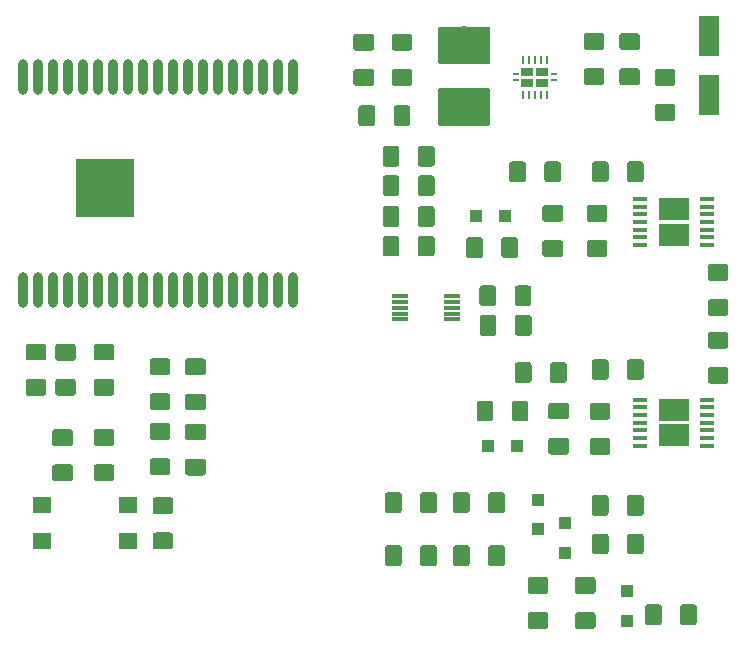
<source format=gbr>
G04 #@! TF.GenerationSoftware,KiCad,Pcbnew,(5.0.1)-3*
G04 #@! TF.CreationDate,2018-11-12T18:53:03-05:00*
G04 #@! TF.ProjectId,ESP32 Windlass,45535033322057696E646C6173732E6B,rev?*
G04 #@! TF.SameCoordinates,Original*
G04 #@! TF.FileFunction,Paste,Top*
G04 #@! TF.FilePolarity,Positive*
%FSLAX46Y46*%
G04 Gerber Fmt 4.6, Leading zero omitted, Abs format (unit mm)*
G04 Created by KiCad (PCBNEW (5.0.1)-3) date 11/12/2018 6:53:03 PM*
%MOMM*%
%LPD*%
G01*
G04 APERTURE LIST*
%ADD10R,2.650000X1.850000*%
%ADD11R,1.310000X0.450000*%
%ADD12C,0.100000*%
%ADD13C,1.425000*%
%ADD14R,1.600000X1.400000*%
%ADD15R,1.800000X3.500000*%
%ADD16R,1.000000X1.000000*%
%ADD17C,3.200000*%
%ADD18R,1.400000X0.300000*%
%ADD19O,0.900000X3.000000*%
%ADD20R,5.000000X5.000000*%
%ADD21O,0.230000X0.800000*%
%ADD22R,0.230000X0.230000*%
%ADD23R,1.050000X0.680000*%
%ADD24R,0.500000X0.260000*%
G04 APERTURE END LIST*
D10*
G04 #@! TO.C,U1*
X177250000Y-71075000D03*
X177250000Y-68925000D03*
D11*
X180100000Y-68050000D03*
X180100000Y-68700000D03*
X180100000Y-69350000D03*
X180100000Y-70000000D03*
X180100000Y-70650000D03*
X180100000Y-71300000D03*
X180100000Y-71950000D03*
X174400000Y-71950000D03*
X174400000Y-71300000D03*
X174400000Y-70650000D03*
X174405000Y-70000000D03*
X174400000Y-69350000D03*
X174400000Y-68700000D03*
X174400000Y-68050000D03*
G04 #@! TD*
G04 #@! TO.C,U2*
X174400000Y-85050000D03*
X174400000Y-85700000D03*
X174400000Y-86350000D03*
X174405000Y-87000000D03*
X174400000Y-87650000D03*
X174400000Y-88300000D03*
X174400000Y-88950000D03*
X180100000Y-88950000D03*
X180100000Y-88300000D03*
X180100000Y-87650000D03*
X180100000Y-87000000D03*
X180100000Y-86350000D03*
X180100000Y-85700000D03*
X180100000Y-85050000D03*
D10*
X177250000Y-85925000D03*
X177250000Y-88075000D03*
G04 #@! TD*
D12*
G04 #@! TO.C,C1*
G36*
X126149504Y-87551204D02*
X126173773Y-87554804D01*
X126197571Y-87560765D01*
X126220671Y-87569030D01*
X126242849Y-87579520D01*
X126263893Y-87592133D01*
X126283598Y-87606747D01*
X126301777Y-87623223D01*
X126318253Y-87641402D01*
X126332867Y-87661107D01*
X126345480Y-87682151D01*
X126355970Y-87704329D01*
X126364235Y-87727429D01*
X126370196Y-87751227D01*
X126373796Y-87775496D01*
X126375000Y-87800000D01*
X126375000Y-88725000D01*
X126373796Y-88749504D01*
X126370196Y-88773773D01*
X126364235Y-88797571D01*
X126355970Y-88820671D01*
X126345480Y-88842849D01*
X126332867Y-88863893D01*
X126318253Y-88883598D01*
X126301777Y-88901777D01*
X126283598Y-88918253D01*
X126263893Y-88932867D01*
X126242849Y-88945480D01*
X126220671Y-88955970D01*
X126197571Y-88964235D01*
X126173773Y-88970196D01*
X126149504Y-88973796D01*
X126125000Y-88975000D01*
X124875000Y-88975000D01*
X124850496Y-88973796D01*
X124826227Y-88970196D01*
X124802429Y-88964235D01*
X124779329Y-88955970D01*
X124757151Y-88945480D01*
X124736107Y-88932867D01*
X124716402Y-88918253D01*
X124698223Y-88901777D01*
X124681747Y-88883598D01*
X124667133Y-88863893D01*
X124654520Y-88842849D01*
X124644030Y-88820671D01*
X124635765Y-88797571D01*
X124629804Y-88773773D01*
X124626204Y-88749504D01*
X124625000Y-88725000D01*
X124625000Y-87800000D01*
X124626204Y-87775496D01*
X124629804Y-87751227D01*
X124635765Y-87727429D01*
X124644030Y-87704329D01*
X124654520Y-87682151D01*
X124667133Y-87661107D01*
X124681747Y-87641402D01*
X124698223Y-87623223D01*
X124716402Y-87606747D01*
X124736107Y-87592133D01*
X124757151Y-87579520D01*
X124779329Y-87569030D01*
X124802429Y-87560765D01*
X124826227Y-87554804D01*
X124850496Y-87551204D01*
X124875000Y-87550000D01*
X126125000Y-87550000D01*
X126149504Y-87551204D01*
X126149504Y-87551204D01*
G37*
D13*
X125500000Y-88262500D03*
D12*
G36*
X126149504Y-90526204D02*
X126173773Y-90529804D01*
X126197571Y-90535765D01*
X126220671Y-90544030D01*
X126242849Y-90554520D01*
X126263893Y-90567133D01*
X126283598Y-90581747D01*
X126301777Y-90598223D01*
X126318253Y-90616402D01*
X126332867Y-90636107D01*
X126345480Y-90657151D01*
X126355970Y-90679329D01*
X126364235Y-90702429D01*
X126370196Y-90726227D01*
X126373796Y-90750496D01*
X126375000Y-90775000D01*
X126375000Y-91700000D01*
X126373796Y-91724504D01*
X126370196Y-91748773D01*
X126364235Y-91772571D01*
X126355970Y-91795671D01*
X126345480Y-91817849D01*
X126332867Y-91838893D01*
X126318253Y-91858598D01*
X126301777Y-91876777D01*
X126283598Y-91893253D01*
X126263893Y-91907867D01*
X126242849Y-91920480D01*
X126220671Y-91930970D01*
X126197571Y-91939235D01*
X126173773Y-91945196D01*
X126149504Y-91948796D01*
X126125000Y-91950000D01*
X124875000Y-91950000D01*
X124850496Y-91948796D01*
X124826227Y-91945196D01*
X124802429Y-91939235D01*
X124779329Y-91930970D01*
X124757151Y-91920480D01*
X124736107Y-91907867D01*
X124716402Y-91893253D01*
X124698223Y-91876777D01*
X124681747Y-91858598D01*
X124667133Y-91838893D01*
X124654520Y-91817849D01*
X124644030Y-91795671D01*
X124635765Y-91772571D01*
X124629804Y-91748773D01*
X124626204Y-91724504D01*
X124625000Y-91700000D01*
X124625000Y-90775000D01*
X124626204Y-90750496D01*
X124629804Y-90726227D01*
X124635765Y-90702429D01*
X124644030Y-90679329D01*
X124654520Y-90657151D01*
X124667133Y-90636107D01*
X124681747Y-90616402D01*
X124698223Y-90598223D01*
X124716402Y-90581747D01*
X124736107Y-90567133D01*
X124757151Y-90554520D01*
X124779329Y-90544030D01*
X124802429Y-90535765D01*
X124826227Y-90529804D01*
X124850496Y-90526204D01*
X124875000Y-90525000D01*
X126125000Y-90525000D01*
X126149504Y-90526204D01*
X126149504Y-90526204D01*
G37*
D13*
X125500000Y-91237500D03*
G04 #@! TD*
D14*
G04 #@! TO.C,K1*
X131000000Y-94000000D03*
X123800000Y-94000000D03*
X131000000Y-97000000D03*
X123800000Y-97000000D03*
G04 #@! TD*
D12*
G04 #@! TO.C,C14*
G36*
X154899504Y-54063704D02*
X154923773Y-54067304D01*
X154947571Y-54073265D01*
X154970671Y-54081530D01*
X154992849Y-54092020D01*
X155013893Y-54104633D01*
X155033598Y-54119247D01*
X155051777Y-54135723D01*
X155068253Y-54153902D01*
X155082867Y-54173607D01*
X155095480Y-54194651D01*
X155105970Y-54216829D01*
X155114235Y-54239929D01*
X155120196Y-54263727D01*
X155123796Y-54287996D01*
X155125000Y-54312500D01*
X155125000Y-55237500D01*
X155123796Y-55262004D01*
X155120196Y-55286273D01*
X155114235Y-55310071D01*
X155105970Y-55333171D01*
X155095480Y-55355349D01*
X155082867Y-55376393D01*
X155068253Y-55396098D01*
X155051777Y-55414277D01*
X155033598Y-55430753D01*
X155013893Y-55445367D01*
X154992849Y-55457980D01*
X154970671Y-55468470D01*
X154947571Y-55476735D01*
X154923773Y-55482696D01*
X154899504Y-55486296D01*
X154875000Y-55487500D01*
X153625000Y-55487500D01*
X153600496Y-55486296D01*
X153576227Y-55482696D01*
X153552429Y-55476735D01*
X153529329Y-55468470D01*
X153507151Y-55457980D01*
X153486107Y-55445367D01*
X153466402Y-55430753D01*
X153448223Y-55414277D01*
X153431747Y-55396098D01*
X153417133Y-55376393D01*
X153404520Y-55355349D01*
X153394030Y-55333171D01*
X153385765Y-55310071D01*
X153379804Y-55286273D01*
X153376204Y-55262004D01*
X153375000Y-55237500D01*
X153375000Y-54312500D01*
X153376204Y-54287996D01*
X153379804Y-54263727D01*
X153385765Y-54239929D01*
X153394030Y-54216829D01*
X153404520Y-54194651D01*
X153417133Y-54173607D01*
X153431747Y-54153902D01*
X153448223Y-54135723D01*
X153466402Y-54119247D01*
X153486107Y-54104633D01*
X153507151Y-54092020D01*
X153529329Y-54081530D01*
X153552429Y-54073265D01*
X153576227Y-54067304D01*
X153600496Y-54063704D01*
X153625000Y-54062500D01*
X154875000Y-54062500D01*
X154899504Y-54063704D01*
X154899504Y-54063704D01*
G37*
D13*
X154250000Y-54775000D03*
D12*
G36*
X154899504Y-57038704D02*
X154923773Y-57042304D01*
X154947571Y-57048265D01*
X154970671Y-57056530D01*
X154992849Y-57067020D01*
X155013893Y-57079633D01*
X155033598Y-57094247D01*
X155051777Y-57110723D01*
X155068253Y-57128902D01*
X155082867Y-57148607D01*
X155095480Y-57169651D01*
X155105970Y-57191829D01*
X155114235Y-57214929D01*
X155120196Y-57238727D01*
X155123796Y-57262996D01*
X155125000Y-57287500D01*
X155125000Y-58212500D01*
X155123796Y-58237004D01*
X155120196Y-58261273D01*
X155114235Y-58285071D01*
X155105970Y-58308171D01*
X155095480Y-58330349D01*
X155082867Y-58351393D01*
X155068253Y-58371098D01*
X155051777Y-58389277D01*
X155033598Y-58405753D01*
X155013893Y-58420367D01*
X154992849Y-58432980D01*
X154970671Y-58443470D01*
X154947571Y-58451735D01*
X154923773Y-58457696D01*
X154899504Y-58461296D01*
X154875000Y-58462500D01*
X153625000Y-58462500D01*
X153600496Y-58461296D01*
X153576227Y-58457696D01*
X153552429Y-58451735D01*
X153529329Y-58443470D01*
X153507151Y-58432980D01*
X153486107Y-58420367D01*
X153466402Y-58405753D01*
X153448223Y-58389277D01*
X153431747Y-58371098D01*
X153417133Y-58351393D01*
X153404520Y-58330349D01*
X153394030Y-58308171D01*
X153385765Y-58285071D01*
X153379804Y-58261273D01*
X153376204Y-58237004D01*
X153375000Y-58212500D01*
X153375000Y-57287500D01*
X153376204Y-57262996D01*
X153379804Y-57238727D01*
X153385765Y-57214929D01*
X153394030Y-57191829D01*
X153404520Y-57169651D01*
X153417133Y-57148607D01*
X153431747Y-57128902D01*
X153448223Y-57110723D01*
X153466402Y-57094247D01*
X153486107Y-57079633D01*
X153507151Y-57067020D01*
X153529329Y-57056530D01*
X153552429Y-57048265D01*
X153576227Y-57042304D01*
X153600496Y-57038704D01*
X153625000Y-57037500D01*
X154875000Y-57037500D01*
X154899504Y-57038704D01*
X154899504Y-57038704D01*
G37*
D13*
X154250000Y-57750000D03*
G04 #@! TD*
D12*
G04 #@! TO.C,C12*
G36*
X174158635Y-54002580D02*
X174182904Y-54006180D01*
X174206702Y-54012141D01*
X174229802Y-54020406D01*
X174251980Y-54030896D01*
X174273024Y-54043509D01*
X174292729Y-54058123D01*
X174310908Y-54074599D01*
X174327384Y-54092778D01*
X174341998Y-54112483D01*
X174354611Y-54133527D01*
X174365101Y-54155705D01*
X174373366Y-54178805D01*
X174379327Y-54202603D01*
X174382927Y-54226872D01*
X174384131Y-54251376D01*
X174384131Y-55176376D01*
X174382927Y-55200880D01*
X174379327Y-55225149D01*
X174373366Y-55248947D01*
X174365101Y-55272047D01*
X174354611Y-55294225D01*
X174341998Y-55315269D01*
X174327384Y-55334974D01*
X174310908Y-55353153D01*
X174292729Y-55369629D01*
X174273024Y-55384243D01*
X174251980Y-55396856D01*
X174229802Y-55407346D01*
X174206702Y-55415611D01*
X174182904Y-55421572D01*
X174158635Y-55425172D01*
X174134131Y-55426376D01*
X172884131Y-55426376D01*
X172859627Y-55425172D01*
X172835358Y-55421572D01*
X172811560Y-55415611D01*
X172788460Y-55407346D01*
X172766282Y-55396856D01*
X172745238Y-55384243D01*
X172725533Y-55369629D01*
X172707354Y-55353153D01*
X172690878Y-55334974D01*
X172676264Y-55315269D01*
X172663651Y-55294225D01*
X172653161Y-55272047D01*
X172644896Y-55248947D01*
X172638935Y-55225149D01*
X172635335Y-55200880D01*
X172634131Y-55176376D01*
X172634131Y-54251376D01*
X172635335Y-54226872D01*
X172638935Y-54202603D01*
X172644896Y-54178805D01*
X172653161Y-54155705D01*
X172663651Y-54133527D01*
X172676264Y-54112483D01*
X172690878Y-54092778D01*
X172707354Y-54074599D01*
X172725533Y-54058123D01*
X172745238Y-54043509D01*
X172766282Y-54030896D01*
X172788460Y-54020406D01*
X172811560Y-54012141D01*
X172835358Y-54006180D01*
X172859627Y-54002580D01*
X172884131Y-54001376D01*
X174134131Y-54001376D01*
X174158635Y-54002580D01*
X174158635Y-54002580D01*
G37*
D13*
X173509131Y-54713876D03*
D12*
G36*
X174158635Y-56977580D02*
X174182904Y-56981180D01*
X174206702Y-56987141D01*
X174229802Y-56995406D01*
X174251980Y-57005896D01*
X174273024Y-57018509D01*
X174292729Y-57033123D01*
X174310908Y-57049599D01*
X174327384Y-57067778D01*
X174341998Y-57087483D01*
X174354611Y-57108527D01*
X174365101Y-57130705D01*
X174373366Y-57153805D01*
X174379327Y-57177603D01*
X174382927Y-57201872D01*
X174384131Y-57226376D01*
X174384131Y-58151376D01*
X174382927Y-58175880D01*
X174379327Y-58200149D01*
X174373366Y-58223947D01*
X174365101Y-58247047D01*
X174354611Y-58269225D01*
X174341998Y-58290269D01*
X174327384Y-58309974D01*
X174310908Y-58328153D01*
X174292729Y-58344629D01*
X174273024Y-58359243D01*
X174251980Y-58371856D01*
X174229802Y-58382346D01*
X174206702Y-58390611D01*
X174182904Y-58396572D01*
X174158635Y-58400172D01*
X174134131Y-58401376D01*
X172884131Y-58401376D01*
X172859627Y-58400172D01*
X172835358Y-58396572D01*
X172811560Y-58390611D01*
X172788460Y-58382346D01*
X172766282Y-58371856D01*
X172745238Y-58359243D01*
X172725533Y-58344629D01*
X172707354Y-58328153D01*
X172690878Y-58309974D01*
X172676264Y-58290269D01*
X172663651Y-58269225D01*
X172653161Y-58247047D01*
X172644896Y-58223947D01*
X172638935Y-58200149D01*
X172635335Y-58175880D01*
X172634131Y-58151376D01*
X172634131Y-57226376D01*
X172635335Y-57201872D01*
X172638935Y-57177603D01*
X172644896Y-57153805D01*
X172653161Y-57130705D01*
X172663651Y-57108527D01*
X172676264Y-57087483D01*
X172690878Y-57067778D01*
X172707354Y-57049599D01*
X172725533Y-57033123D01*
X172745238Y-57018509D01*
X172766282Y-57005896D01*
X172788460Y-56995406D01*
X172811560Y-56987141D01*
X172835358Y-56981180D01*
X172859627Y-56977580D01*
X172884131Y-56976376D01*
X174134131Y-56976376D01*
X174158635Y-56977580D01*
X174158635Y-56977580D01*
G37*
D13*
X173509131Y-57688876D03*
G04 #@! TD*
D12*
G04 #@! TO.C,C11*
G36*
X171158635Y-56977580D02*
X171182904Y-56981180D01*
X171206702Y-56987141D01*
X171229802Y-56995406D01*
X171251980Y-57005896D01*
X171273024Y-57018509D01*
X171292729Y-57033123D01*
X171310908Y-57049599D01*
X171327384Y-57067778D01*
X171341998Y-57087483D01*
X171354611Y-57108527D01*
X171365101Y-57130705D01*
X171373366Y-57153805D01*
X171379327Y-57177603D01*
X171382927Y-57201872D01*
X171384131Y-57226376D01*
X171384131Y-58151376D01*
X171382927Y-58175880D01*
X171379327Y-58200149D01*
X171373366Y-58223947D01*
X171365101Y-58247047D01*
X171354611Y-58269225D01*
X171341998Y-58290269D01*
X171327384Y-58309974D01*
X171310908Y-58328153D01*
X171292729Y-58344629D01*
X171273024Y-58359243D01*
X171251980Y-58371856D01*
X171229802Y-58382346D01*
X171206702Y-58390611D01*
X171182904Y-58396572D01*
X171158635Y-58400172D01*
X171134131Y-58401376D01*
X169884131Y-58401376D01*
X169859627Y-58400172D01*
X169835358Y-58396572D01*
X169811560Y-58390611D01*
X169788460Y-58382346D01*
X169766282Y-58371856D01*
X169745238Y-58359243D01*
X169725533Y-58344629D01*
X169707354Y-58328153D01*
X169690878Y-58309974D01*
X169676264Y-58290269D01*
X169663651Y-58269225D01*
X169653161Y-58247047D01*
X169644896Y-58223947D01*
X169638935Y-58200149D01*
X169635335Y-58175880D01*
X169634131Y-58151376D01*
X169634131Y-57226376D01*
X169635335Y-57201872D01*
X169638935Y-57177603D01*
X169644896Y-57153805D01*
X169653161Y-57130705D01*
X169663651Y-57108527D01*
X169676264Y-57087483D01*
X169690878Y-57067778D01*
X169707354Y-57049599D01*
X169725533Y-57033123D01*
X169745238Y-57018509D01*
X169766282Y-57005896D01*
X169788460Y-56995406D01*
X169811560Y-56987141D01*
X169835358Y-56981180D01*
X169859627Y-56977580D01*
X169884131Y-56976376D01*
X171134131Y-56976376D01*
X171158635Y-56977580D01*
X171158635Y-56977580D01*
G37*
D13*
X170509131Y-57688876D03*
D12*
G36*
X171158635Y-54002580D02*
X171182904Y-54006180D01*
X171206702Y-54012141D01*
X171229802Y-54020406D01*
X171251980Y-54030896D01*
X171273024Y-54043509D01*
X171292729Y-54058123D01*
X171310908Y-54074599D01*
X171327384Y-54092778D01*
X171341998Y-54112483D01*
X171354611Y-54133527D01*
X171365101Y-54155705D01*
X171373366Y-54178805D01*
X171379327Y-54202603D01*
X171382927Y-54226872D01*
X171384131Y-54251376D01*
X171384131Y-55176376D01*
X171382927Y-55200880D01*
X171379327Y-55225149D01*
X171373366Y-55248947D01*
X171365101Y-55272047D01*
X171354611Y-55294225D01*
X171341998Y-55315269D01*
X171327384Y-55334974D01*
X171310908Y-55353153D01*
X171292729Y-55369629D01*
X171273024Y-55384243D01*
X171251980Y-55396856D01*
X171229802Y-55407346D01*
X171206702Y-55415611D01*
X171182904Y-55421572D01*
X171158635Y-55425172D01*
X171134131Y-55426376D01*
X169884131Y-55426376D01*
X169859627Y-55425172D01*
X169835358Y-55421572D01*
X169811560Y-55415611D01*
X169788460Y-55407346D01*
X169766282Y-55396856D01*
X169745238Y-55384243D01*
X169725533Y-55369629D01*
X169707354Y-55353153D01*
X169690878Y-55334974D01*
X169676264Y-55315269D01*
X169663651Y-55294225D01*
X169653161Y-55272047D01*
X169644896Y-55248947D01*
X169638935Y-55225149D01*
X169635335Y-55200880D01*
X169634131Y-55176376D01*
X169634131Y-54251376D01*
X169635335Y-54226872D01*
X169638935Y-54202603D01*
X169644896Y-54178805D01*
X169653161Y-54155705D01*
X169663651Y-54133527D01*
X169676264Y-54112483D01*
X169690878Y-54092778D01*
X169707354Y-54074599D01*
X169725533Y-54058123D01*
X169745238Y-54043509D01*
X169766282Y-54030896D01*
X169788460Y-54020406D01*
X169811560Y-54012141D01*
X169835358Y-54006180D01*
X169859627Y-54002580D01*
X169884131Y-54001376D01*
X171134131Y-54001376D01*
X171158635Y-54002580D01*
X171158635Y-54002580D01*
G37*
D13*
X170509131Y-54713876D03*
G04 #@! TD*
D12*
G04 #@! TO.C,C10*
G36*
X164987004Y-77876204D02*
X165011273Y-77879804D01*
X165035071Y-77885765D01*
X165058171Y-77894030D01*
X165080349Y-77904520D01*
X165101393Y-77917133D01*
X165121098Y-77931747D01*
X165139277Y-77948223D01*
X165155753Y-77966402D01*
X165170367Y-77986107D01*
X165182980Y-78007151D01*
X165193470Y-78029329D01*
X165201735Y-78052429D01*
X165207696Y-78076227D01*
X165211296Y-78100496D01*
X165212500Y-78125000D01*
X165212500Y-79375000D01*
X165211296Y-79399504D01*
X165207696Y-79423773D01*
X165201735Y-79447571D01*
X165193470Y-79470671D01*
X165182980Y-79492849D01*
X165170367Y-79513893D01*
X165155753Y-79533598D01*
X165139277Y-79551777D01*
X165121098Y-79568253D01*
X165101393Y-79582867D01*
X165080349Y-79595480D01*
X165058171Y-79605970D01*
X165035071Y-79614235D01*
X165011273Y-79620196D01*
X164987004Y-79623796D01*
X164962500Y-79625000D01*
X164037500Y-79625000D01*
X164012996Y-79623796D01*
X163988727Y-79620196D01*
X163964929Y-79614235D01*
X163941829Y-79605970D01*
X163919651Y-79595480D01*
X163898607Y-79582867D01*
X163878902Y-79568253D01*
X163860723Y-79551777D01*
X163844247Y-79533598D01*
X163829633Y-79513893D01*
X163817020Y-79492849D01*
X163806530Y-79470671D01*
X163798265Y-79447571D01*
X163792304Y-79423773D01*
X163788704Y-79399504D01*
X163787500Y-79375000D01*
X163787500Y-78125000D01*
X163788704Y-78100496D01*
X163792304Y-78076227D01*
X163798265Y-78052429D01*
X163806530Y-78029329D01*
X163817020Y-78007151D01*
X163829633Y-77986107D01*
X163844247Y-77966402D01*
X163860723Y-77948223D01*
X163878902Y-77931747D01*
X163898607Y-77917133D01*
X163919651Y-77904520D01*
X163941829Y-77894030D01*
X163964929Y-77885765D01*
X163988727Y-77879804D01*
X164012996Y-77876204D01*
X164037500Y-77875000D01*
X164962500Y-77875000D01*
X164987004Y-77876204D01*
X164987004Y-77876204D01*
G37*
D13*
X164500000Y-78750000D03*
D12*
G36*
X162012004Y-77876204D02*
X162036273Y-77879804D01*
X162060071Y-77885765D01*
X162083171Y-77894030D01*
X162105349Y-77904520D01*
X162126393Y-77917133D01*
X162146098Y-77931747D01*
X162164277Y-77948223D01*
X162180753Y-77966402D01*
X162195367Y-77986107D01*
X162207980Y-78007151D01*
X162218470Y-78029329D01*
X162226735Y-78052429D01*
X162232696Y-78076227D01*
X162236296Y-78100496D01*
X162237500Y-78125000D01*
X162237500Y-79375000D01*
X162236296Y-79399504D01*
X162232696Y-79423773D01*
X162226735Y-79447571D01*
X162218470Y-79470671D01*
X162207980Y-79492849D01*
X162195367Y-79513893D01*
X162180753Y-79533598D01*
X162164277Y-79551777D01*
X162146098Y-79568253D01*
X162126393Y-79582867D01*
X162105349Y-79595480D01*
X162083171Y-79605970D01*
X162060071Y-79614235D01*
X162036273Y-79620196D01*
X162012004Y-79623796D01*
X161987500Y-79625000D01*
X161062500Y-79625000D01*
X161037996Y-79623796D01*
X161013727Y-79620196D01*
X160989929Y-79614235D01*
X160966829Y-79605970D01*
X160944651Y-79595480D01*
X160923607Y-79582867D01*
X160903902Y-79568253D01*
X160885723Y-79551777D01*
X160869247Y-79533598D01*
X160854633Y-79513893D01*
X160842020Y-79492849D01*
X160831530Y-79470671D01*
X160823265Y-79447571D01*
X160817304Y-79423773D01*
X160813704Y-79399504D01*
X160812500Y-79375000D01*
X160812500Y-78125000D01*
X160813704Y-78100496D01*
X160817304Y-78076227D01*
X160823265Y-78052429D01*
X160831530Y-78029329D01*
X160842020Y-78007151D01*
X160854633Y-77986107D01*
X160869247Y-77966402D01*
X160885723Y-77948223D01*
X160903902Y-77931747D01*
X160923607Y-77917133D01*
X160944651Y-77904520D01*
X160966829Y-77894030D01*
X160989929Y-77885765D01*
X161013727Y-77879804D01*
X161037996Y-77876204D01*
X161062500Y-77875000D01*
X161987500Y-77875000D01*
X162012004Y-77876204D01*
X162012004Y-77876204D01*
G37*
D13*
X161525000Y-78750000D03*
G04 #@! TD*
D12*
G04 #@! TO.C,C9*
G36*
X161999504Y-75376204D02*
X162023773Y-75379804D01*
X162047571Y-75385765D01*
X162070671Y-75394030D01*
X162092849Y-75404520D01*
X162113893Y-75417133D01*
X162133598Y-75431747D01*
X162151777Y-75448223D01*
X162168253Y-75466402D01*
X162182867Y-75486107D01*
X162195480Y-75507151D01*
X162205970Y-75529329D01*
X162214235Y-75552429D01*
X162220196Y-75576227D01*
X162223796Y-75600496D01*
X162225000Y-75625000D01*
X162225000Y-76875000D01*
X162223796Y-76899504D01*
X162220196Y-76923773D01*
X162214235Y-76947571D01*
X162205970Y-76970671D01*
X162195480Y-76992849D01*
X162182867Y-77013893D01*
X162168253Y-77033598D01*
X162151777Y-77051777D01*
X162133598Y-77068253D01*
X162113893Y-77082867D01*
X162092849Y-77095480D01*
X162070671Y-77105970D01*
X162047571Y-77114235D01*
X162023773Y-77120196D01*
X161999504Y-77123796D01*
X161975000Y-77125000D01*
X161050000Y-77125000D01*
X161025496Y-77123796D01*
X161001227Y-77120196D01*
X160977429Y-77114235D01*
X160954329Y-77105970D01*
X160932151Y-77095480D01*
X160911107Y-77082867D01*
X160891402Y-77068253D01*
X160873223Y-77051777D01*
X160856747Y-77033598D01*
X160842133Y-77013893D01*
X160829520Y-76992849D01*
X160819030Y-76970671D01*
X160810765Y-76947571D01*
X160804804Y-76923773D01*
X160801204Y-76899504D01*
X160800000Y-76875000D01*
X160800000Y-75625000D01*
X160801204Y-75600496D01*
X160804804Y-75576227D01*
X160810765Y-75552429D01*
X160819030Y-75529329D01*
X160829520Y-75507151D01*
X160842133Y-75486107D01*
X160856747Y-75466402D01*
X160873223Y-75448223D01*
X160891402Y-75431747D01*
X160911107Y-75417133D01*
X160932151Y-75404520D01*
X160954329Y-75394030D01*
X160977429Y-75385765D01*
X161001227Y-75379804D01*
X161025496Y-75376204D01*
X161050000Y-75375000D01*
X161975000Y-75375000D01*
X161999504Y-75376204D01*
X161999504Y-75376204D01*
G37*
D13*
X161512500Y-76250000D03*
D12*
G36*
X164974504Y-75376204D02*
X164998773Y-75379804D01*
X165022571Y-75385765D01*
X165045671Y-75394030D01*
X165067849Y-75404520D01*
X165088893Y-75417133D01*
X165108598Y-75431747D01*
X165126777Y-75448223D01*
X165143253Y-75466402D01*
X165157867Y-75486107D01*
X165170480Y-75507151D01*
X165180970Y-75529329D01*
X165189235Y-75552429D01*
X165195196Y-75576227D01*
X165198796Y-75600496D01*
X165200000Y-75625000D01*
X165200000Y-76875000D01*
X165198796Y-76899504D01*
X165195196Y-76923773D01*
X165189235Y-76947571D01*
X165180970Y-76970671D01*
X165170480Y-76992849D01*
X165157867Y-77013893D01*
X165143253Y-77033598D01*
X165126777Y-77051777D01*
X165108598Y-77068253D01*
X165088893Y-77082867D01*
X165067849Y-77095480D01*
X165045671Y-77105970D01*
X165022571Y-77114235D01*
X164998773Y-77120196D01*
X164974504Y-77123796D01*
X164950000Y-77125000D01*
X164025000Y-77125000D01*
X164000496Y-77123796D01*
X163976227Y-77120196D01*
X163952429Y-77114235D01*
X163929329Y-77105970D01*
X163907151Y-77095480D01*
X163886107Y-77082867D01*
X163866402Y-77068253D01*
X163848223Y-77051777D01*
X163831747Y-77033598D01*
X163817133Y-77013893D01*
X163804520Y-76992849D01*
X163794030Y-76970671D01*
X163785765Y-76947571D01*
X163779804Y-76923773D01*
X163776204Y-76899504D01*
X163775000Y-76875000D01*
X163775000Y-75625000D01*
X163776204Y-75600496D01*
X163779804Y-75576227D01*
X163785765Y-75552429D01*
X163794030Y-75529329D01*
X163804520Y-75507151D01*
X163817133Y-75486107D01*
X163831747Y-75466402D01*
X163848223Y-75448223D01*
X163866402Y-75431747D01*
X163886107Y-75417133D01*
X163907151Y-75404520D01*
X163929329Y-75394030D01*
X163952429Y-75385765D01*
X163976227Y-75379804D01*
X164000496Y-75376204D01*
X164025000Y-75375000D01*
X164950000Y-75375000D01*
X164974504Y-75376204D01*
X164974504Y-75376204D01*
G37*
D13*
X164487500Y-76250000D03*
G04 #@! TD*
D12*
G04 #@! TO.C,C8*
G36*
X181649504Y-79288704D02*
X181673773Y-79292304D01*
X181697571Y-79298265D01*
X181720671Y-79306530D01*
X181742849Y-79317020D01*
X181763893Y-79329633D01*
X181783598Y-79344247D01*
X181801777Y-79360723D01*
X181818253Y-79378902D01*
X181832867Y-79398607D01*
X181845480Y-79419651D01*
X181855970Y-79441829D01*
X181864235Y-79464929D01*
X181870196Y-79488727D01*
X181873796Y-79512996D01*
X181875000Y-79537500D01*
X181875000Y-80462500D01*
X181873796Y-80487004D01*
X181870196Y-80511273D01*
X181864235Y-80535071D01*
X181855970Y-80558171D01*
X181845480Y-80580349D01*
X181832867Y-80601393D01*
X181818253Y-80621098D01*
X181801777Y-80639277D01*
X181783598Y-80655753D01*
X181763893Y-80670367D01*
X181742849Y-80682980D01*
X181720671Y-80693470D01*
X181697571Y-80701735D01*
X181673773Y-80707696D01*
X181649504Y-80711296D01*
X181625000Y-80712500D01*
X180375000Y-80712500D01*
X180350496Y-80711296D01*
X180326227Y-80707696D01*
X180302429Y-80701735D01*
X180279329Y-80693470D01*
X180257151Y-80682980D01*
X180236107Y-80670367D01*
X180216402Y-80655753D01*
X180198223Y-80639277D01*
X180181747Y-80621098D01*
X180167133Y-80601393D01*
X180154520Y-80580349D01*
X180144030Y-80558171D01*
X180135765Y-80535071D01*
X180129804Y-80511273D01*
X180126204Y-80487004D01*
X180125000Y-80462500D01*
X180125000Y-79537500D01*
X180126204Y-79512996D01*
X180129804Y-79488727D01*
X180135765Y-79464929D01*
X180144030Y-79441829D01*
X180154520Y-79419651D01*
X180167133Y-79398607D01*
X180181747Y-79378902D01*
X180198223Y-79360723D01*
X180216402Y-79344247D01*
X180236107Y-79329633D01*
X180257151Y-79317020D01*
X180279329Y-79306530D01*
X180302429Y-79298265D01*
X180326227Y-79292304D01*
X180350496Y-79288704D01*
X180375000Y-79287500D01*
X181625000Y-79287500D01*
X181649504Y-79288704D01*
X181649504Y-79288704D01*
G37*
D13*
X181000000Y-80000000D03*
D12*
G36*
X181649504Y-82263704D02*
X181673773Y-82267304D01*
X181697571Y-82273265D01*
X181720671Y-82281530D01*
X181742849Y-82292020D01*
X181763893Y-82304633D01*
X181783598Y-82319247D01*
X181801777Y-82335723D01*
X181818253Y-82353902D01*
X181832867Y-82373607D01*
X181845480Y-82394651D01*
X181855970Y-82416829D01*
X181864235Y-82439929D01*
X181870196Y-82463727D01*
X181873796Y-82487996D01*
X181875000Y-82512500D01*
X181875000Y-83437500D01*
X181873796Y-83462004D01*
X181870196Y-83486273D01*
X181864235Y-83510071D01*
X181855970Y-83533171D01*
X181845480Y-83555349D01*
X181832867Y-83576393D01*
X181818253Y-83596098D01*
X181801777Y-83614277D01*
X181783598Y-83630753D01*
X181763893Y-83645367D01*
X181742849Y-83657980D01*
X181720671Y-83668470D01*
X181697571Y-83676735D01*
X181673773Y-83682696D01*
X181649504Y-83686296D01*
X181625000Y-83687500D01*
X180375000Y-83687500D01*
X180350496Y-83686296D01*
X180326227Y-83682696D01*
X180302429Y-83676735D01*
X180279329Y-83668470D01*
X180257151Y-83657980D01*
X180236107Y-83645367D01*
X180216402Y-83630753D01*
X180198223Y-83614277D01*
X180181747Y-83596098D01*
X180167133Y-83576393D01*
X180154520Y-83555349D01*
X180144030Y-83533171D01*
X180135765Y-83510071D01*
X180129804Y-83486273D01*
X180126204Y-83462004D01*
X180125000Y-83437500D01*
X180125000Y-82512500D01*
X180126204Y-82487996D01*
X180129804Y-82463727D01*
X180135765Y-82439929D01*
X180144030Y-82416829D01*
X180154520Y-82394651D01*
X180167133Y-82373607D01*
X180181747Y-82353902D01*
X180198223Y-82335723D01*
X180216402Y-82319247D01*
X180236107Y-82304633D01*
X180257151Y-82292020D01*
X180279329Y-82281530D01*
X180302429Y-82273265D01*
X180326227Y-82267304D01*
X180350496Y-82263704D01*
X180375000Y-82262500D01*
X181625000Y-82262500D01*
X181649504Y-82263704D01*
X181649504Y-82263704D01*
G37*
D13*
X181000000Y-82975000D03*
G04 #@! TD*
D12*
G04 #@! TO.C,C7*
G36*
X181649504Y-73563704D02*
X181673773Y-73567304D01*
X181697571Y-73573265D01*
X181720671Y-73581530D01*
X181742849Y-73592020D01*
X181763893Y-73604633D01*
X181783598Y-73619247D01*
X181801777Y-73635723D01*
X181818253Y-73653902D01*
X181832867Y-73673607D01*
X181845480Y-73694651D01*
X181855970Y-73716829D01*
X181864235Y-73739929D01*
X181870196Y-73763727D01*
X181873796Y-73787996D01*
X181875000Y-73812500D01*
X181875000Y-74737500D01*
X181873796Y-74762004D01*
X181870196Y-74786273D01*
X181864235Y-74810071D01*
X181855970Y-74833171D01*
X181845480Y-74855349D01*
X181832867Y-74876393D01*
X181818253Y-74896098D01*
X181801777Y-74914277D01*
X181783598Y-74930753D01*
X181763893Y-74945367D01*
X181742849Y-74957980D01*
X181720671Y-74968470D01*
X181697571Y-74976735D01*
X181673773Y-74982696D01*
X181649504Y-74986296D01*
X181625000Y-74987500D01*
X180375000Y-74987500D01*
X180350496Y-74986296D01*
X180326227Y-74982696D01*
X180302429Y-74976735D01*
X180279329Y-74968470D01*
X180257151Y-74957980D01*
X180236107Y-74945367D01*
X180216402Y-74930753D01*
X180198223Y-74914277D01*
X180181747Y-74896098D01*
X180167133Y-74876393D01*
X180154520Y-74855349D01*
X180144030Y-74833171D01*
X180135765Y-74810071D01*
X180129804Y-74786273D01*
X180126204Y-74762004D01*
X180125000Y-74737500D01*
X180125000Y-73812500D01*
X180126204Y-73787996D01*
X180129804Y-73763727D01*
X180135765Y-73739929D01*
X180144030Y-73716829D01*
X180154520Y-73694651D01*
X180167133Y-73673607D01*
X180181747Y-73653902D01*
X180198223Y-73635723D01*
X180216402Y-73619247D01*
X180236107Y-73604633D01*
X180257151Y-73592020D01*
X180279329Y-73581530D01*
X180302429Y-73573265D01*
X180326227Y-73567304D01*
X180350496Y-73563704D01*
X180375000Y-73562500D01*
X181625000Y-73562500D01*
X181649504Y-73563704D01*
X181649504Y-73563704D01*
G37*
D13*
X181000000Y-74275000D03*
D12*
G36*
X181649504Y-76538704D02*
X181673773Y-76542304D01*
X181697571Y-76548265D01*
X181720671Y-76556530D01*
X181742849Y-76567020D01*
X181763893Y-76579633D01*
X181783598Y-76594247D01*
X181801777Y-76610723D01*
X181818253Y-76628902D01*
X181832867Y-76648607D01*
X181845480Y-76669651D01*
X181855970Y-76691829D01*
X181864235Y-76714929D01*
X181870196Y-76738727D01*
X181873796Y-76762996D01*
X181875000Y-76787500D01*
X181875000Y-77712500D01*
X181873796Y-77737004D01*
X181870196Y-77761273D01*
X181864235Y-77785071D01*
X181855970Y-77808171D01*
X181845480Y-77830349D01*
X181832867Y-77851393D01*
X181818253Y-77871098D01*
X181801777Y-77889277D01*
X181783598Y-77905753D01*
X181763893Y-77920367D01*
X181742849Y-77932980D01*
X181720671Y-77943470D01*
X181697571Y-77951735D01*
X181673773Y-77957696D01*
X181649504Y-77961296D01*
X181625000Y-77962500D01*
X180375000Y-77962500D01*
X180350496Y-77961296D01*
X180326227Y-77957696D01*
X180302429Y-77951735D01*
X180279329Y-77943470D01*
X180257151Y-77932980D01*
X180236107Y-77920367D01*
X180216402Y-77905753D01*
X180198223Y-77889277D01*
X180181747Y-77871098D01*
X180167133Y-77851393D01*
X180154520Y-77830349D01*
X180144030Y-77808171D01*
X180135765Y-77785071D01*
X180129804Y-77761273D01*
X180126204Y-77737004D01*
X180125000Y-77712500D01*
X180125000Y-76787500D01*
X180126204Y-76762996D01*
X180129804Y-76738727D01*
X180135765Y-76714929D01*
X180144030Y-76691829D01*
X180154520Y-76669651D01*
X180167133Y-76648607D01*
X180181747Y-76628902D01*
X180198223Y-76610723D01*
X180216402Y-76594247D01*
X180236107Y-76579633D01*
X180257151Y-76567020D01*
X180279329Y-76556530D01*
X180302429Y-76548265D01*
X180326227Y-76542304D01*
X180350496Y-76538704D01*
X180375000Y-76537500D01*
X181625000Y-76537500D01*
X181649504Y-76538704D01*
X181649504Y-76538704D01*
G37*
D13*
X181000000Y-77250000D03*
G04 #@! TD*
D12*
G04 #@! TO.C,C2*
G36*
X134649504Y-96288704D02*
X134673773Y-96292304D01*
X134697571Y-96298265D01*
X134720671Y-96306530D01*
X134742849Y-96317020D01*
X134763893Y-96329633D01*
X134783598Y-96344247D01*
X134801777Y-96360723D01*
X134818253Y-96378902D01*
X134832867Y-96398607D01*
X134845480Y-96419651D01*
X134855970Y-96441829D01*
X134864235Y-96464929D01*
X134870196Y-96488727D01*
X134873796Y-96512996D01*
X134875000Y-96537500D01*
X134875000Y-97462500D01*
X134873796Y-97487004D01*
X134870196Y-97511273D01*
X134864235Y-97535071D01*
X134855970Y-97558171D01*
X134845480Y-97580349D01*
X134832867Y-97601393D01*
X134818253Y-97621098D01*
X134801777Y-97639277D01*
X134783598Y-97655753D01*
X134763893Y-97670367D01*
X134742849Y-97682980D01*
X134720671Y-97693470D01*
X134697571Y-97701735D01*
X134673773Y-97707696D01*
X134649504Y-97711296D01*
X134625000Y-97712500D01*
X133375000Y-97712500D01*
X133350496Y-97711296D01*
X133326227Y-97707696D01*
X133302429Y-97701735D01*
X133279329Y-97693470D01*
X133257151Y-97682980D01*
X133236107Y-97670367D01*
X133216402Y-97655753D01*
X133198223Y-97639277D01*
X133181747Y-97621098D01*
X133167133Y-97601393D01*
X133154520Y-97580349D01*
X133144030Y-97558171D01*
X133135765Y-97535071D01*
X133129804Y-97511273D01*
X133126204Y-97487004D01*
X133125000Y-97462500D01*
X133125000Y-96537500D01*
X133126204Y-96512996D01*
X133129804Y-96488727D01*
X133135765Y-96464929D01*
X133144030Y-96441829D01*
X133154520Y-96419651D01*
X133167133Y-96398607D01*
X133181747Y-96378902D01*
X133198223Y-96360723D01*
X133216402Y-96344247D01*
X133236107Y-96329633D01*
X133257151Y-96317020D01*
X133279329Y-96306530D01*
X133302429Y-96298265D01*
X133326227Y-96292304D01*
X133350496Y-96288704D01*
X133375000Y-96287500D01*
X134625000Y-96287500D01*
X134649504Y-96288704D01*
X134649504Y-96288704D01*
G37*
D13*
X134000000Y-97000000D03*
D12*
G36*
X134649504Y-93313704D02*
X134673773Y-93317304D01*
X134697571Y-93323265D01*
X134720671Y-93331530D01*
X134742849Y-93342020D01*
X134763893Y-93354633D01*
X134783598Y-93369247D01*
X134801777Y-93385723D01*
X134818253Y-93403902D01*
X134832867Y-93423607D01*
X134845480Y-93444651D01*
X134855970Y-93466829D01*
X134864235Y-93489929D01*
X134870196Y-93513727D01*
X134873796Y-93537996D01*
X134875000Y-93562500D01*
X134875000Y-94487500D01*
X134873796Y-94512004D01*
X134870196Y-94536273D01*
X134864235Y-94560071D01*
X134855970Y-94583171D01*
X134845480Y-94605349D01*
X134832867Y-94626393D01*
X134818253Y-94646098D01*
X134801777Y-94664277D01*
X134783598Y-94680753D01*
X134763893Y-94695367D01*
X134742849Y-94707980D01*
X134720671Y-94718470D01*
X134697571Y-94726735D01*
X134673773Y-94732696D01*
X134649504Y-94736296D01*
X134625000Y-94737500D01*
X133375000Y-94737500D01*
X133350496Y-94736296D01*
X133326227Y-94732696D01*
X133302429Y-94726735D01*
X133279329Y-94718470D01*
X133257151Y-94707980D01*
X133236107Y-94695367D01*
X133216402Y-94680753D01*
X133198223Y-94664277D01*
X133181747Y-94646098D01*
X133167133Y-94626393D01*
X133154520Y-94605349D01*
X133144030Y-94583171D01*
X133135765Y-94560071D01*
X133129804Y-94536273D01*
X133126204Y-94512004D01*
X133125000Y-94487500D01*
X133125000Y-93562500D01*
X133126204Y-93537996D01*
X133129804Y-93513727D01*
X133135765Y-93489929D01*
X133144030Y-93466829D01*
X133154520Y-93444651D01*
X133167133Y-93423607D01*
X133181747Y-93403902D01*
X133198223Y-93385723D01*
X133216402Y-93369247D01*
X133236107Y-93354633D01*
X133257151Y-93342020D01*
X133279329Y-93331530D01*
X133302429Y-93323265D01*
X133326227Y-93317304D01*
X133350496Y-93313704D01*
X133375000Y-93312500D01*
X134625000Y-93312500D01*
X134649504Y-93313704D01*
X134649504Y-93313704D01*
G37*
D13*
X134000000Y-94025000D03*
G04 #@! TD*
D12*
G04 #@! TO.C,C3*
G36*
X126399504Y-83288704D02*
X126423773Y-83292304D01*
X126447571Y-83298265D01*
X126470671Y-83306530D01*
X126492849Y-83317020D01*
X126513893Y-83329633D01*
X126533598Y-83344247D01*
X126551777Y-83360723D01*
X126568253Y-83378902D01*
X126582867Y-83398607D01*
X126595480Y-83419651D01*
X126605970Y-83441829D01*
X126614235Y-83464929D01*
X126620196Y-83488727D01*
X126623796Y-83512996D01*
X126625000Y-83537500D01*
X126625000Y-84462500D01*
X126623796Y-84487004D01*
X126620196Y-84511273D01*
X126614235Y-84535071D01*
X126605970Y-84558171D01*
X126595480Y-84580349D01*
X126582867Y-84601393D01*
X126568253Y-84621098D01*
X126551777Y-84639277D01*
X126533598Y-84655753D01*
X126513893Y-84670367D01*
X126492849Y-84682980D01*
X126470671Y-84693470D01*
X126447571Y-84701735D01*
X126423773Y-84707696D01*
X126399504Y-84711296D01*
X126375000Y-84712500D01*
X125125000Y-84712500D01*
X125100496Y-84711296D01*
X125076227Y-84707696D01*
X125052429Y-84701735D01*
X125029329Y-84693470D01*
X125007151Y-84682980D01*
X124986107Y-84670367D01*
X124966402Y-84655753D01*
X124948223Y-84639277D01*
X124931747Y-84621098D01*
X124917133Y-84601393D01*
X124904520Y-84580349D01*
X124894030Y-84558171D01*
X124885765Y-84535071D01*
X124879804Y-84511273D01*
X124876204Y-84487004D01*
X124875000Y-84462500D01*
X124875000Y-83537500D01*
X124876204Y-83512996D01*
X124879804Y-83488727D01*
X124885765Y-83464929D01*
X124894030Y-83441829D01*
X124904520Y-83419651D01*
X124917133Y-83398607D01*
X124931747Y-83378902D01*
X124948223Y-83360723D01*
X124966402Y-83344247D01*
X124986107Y-83329633D01*
X125007151Y-83317020D01*
X125029329Y-83306530D01*
X125052429Y-83298265D01*
X125076227Y-83292304D01*
X125100496Y-83288704D01*
X125125000Y-83287500D01*
X126375000Y-83287500D01*
X126399504Y-83288704D01*
X126399504Y-83288704D01*
G37*
D13*
X125750000Y-84000000D03*
D12*
G36*
X126399504Y-80313704D02*
X126423773Y-80317304D01*
X126447571Y-80323265D01*
X126470671Y-80331530D01*
X126492849Y-80342020D01*
X126513893Y-80354633D01*
X126533598Y-80369247D01*
X126551777Y-80385723D01*
X126568253Y-80403902D01*
X126582867Y-80423607D01*
X126595480Y-80444651D01*
X126605970Y-80466829D01*
X126614235Y-80489929D01*
X126620196Y-80513727D01*
X126623796Y-80537996D01*
X126625000Y-80562500D01*
X126625000Y-81487500D01*
X126623796Y-81512004D01*
X126620196Y-81536273D01*
X126614235Y-81560071D01*
X126605970Y-81583171D01*
X126595480Y-81605349D01*
X126582867Y-81626393D01*
X126568253Y-81646098D01*
X126551777Y-81664277D01*
X126533598Y-81680753D01*
X126513893Y-81695367D01*
X126492849Y-81707980D01*
X126470671Y-81718470D01*
X126447571Y-81726735D01*
X126423773Y-81732696D01*
X126399504Y-81736296D01*
X126375000Y-81737500D01*
X125125000Y-81737500D01*
X125100496Y-81736296D01*
X125076227Y-81732696D01*
X125052429Y-81726735D01*
X125029329Y-81718470D01*
X125007151Y-81707980D01*
X124986107Y-81695367D01*
X124966402Y-81680753D01*
X124948223Y-81664277D01*
X124931747Y-81646098D01*
X124917133Y-81626393D01*
X124904520Y-81605349D01*
X124894030Y-81583171D01*
X124885765Y-81560071D01*
X124879804Y-81536273D01*
X124876204Y-81512004D01*
X124875000Y-81487500D01*
X124875000Y-80562500D01*
X124876204Y-80537996D01*
X124879804Y-80513727D01*
X124885765Y-80489929D01*
X124894030Y-80466829D01*
X124904520Y-80444651D01*
X124917133Y-80423607D01*
X124931747Y-80403902D01*
X124948223Y-80385723D01*
X124966402Y-80369247D01*
X124986107Y-80354633D01*
X125007151Y-80342020D01*
X125029329Y-80331530D01*
X125052429Y-80323265D01*
X125076227Y-80317304D01*
X125100496Y-80313704D01*
X125125000Y-80312500D01*
X126375000Y-80312500D01*
X126399504Y-80313704D01*
X126399504Y-80313704D01*
G37*
D13*
X125750000Y-81025000D03*
G04 #@! TD*
D12*
G04 #@! TO.C,C4*
G36*
X123899504Y-80301204D02*
X123923773Y-80304804D01*
X123947571Y-80310765D01*
X123970671Y-80319030D01*
X123992849Y-80329520D01*
X124013893Y-80342133D01*
X124033598Y-80356747D01*
X124051777Y-80373223D01*
X124068253Y-80391402D01*
X124082867Y-80411107D01*
X124095480Y-80432151D01*
X124105970Y-80454329D01*
X124114235Y-80477429D01*
X124120196Y-80501227D01*
X124123796Y-80525496D01*
X124125000Y-80550000D01*
X124125000Y-81475000D01*
X124123796Y-81499504D01*
X124120196Y-81523773D01*
X124114235Y-81547571D01*
X124105970Y-81570671D01*
X124095480Y-81592849D01*
X124082867Y-81613893D01*
X124068253Y-81633598D01*
X124051777Y-81651777D01*
X124033598Y-81668253D01*
X124013893Y-81682867D01*
X123992849Y-81695480D01*
X123970671Y-81705970D01*
X123947571Y-81714235D01*
X123923773Y-81720196D01*
X123899504Y-81723796D01*
X123875000Y-81725000D01*
X122625000Y-81725000D01*
X122600496Y-81723796D01*
X122576227Y-81720196D01*
X122552429Y-81714235D01*
X122529329Y-81705970D01*
X122507151Y-81695480D01*
X122486107Y-81682867D01*
X122466402Y-81668253D01*
X122448223Y-81651777D01*
X122431747Y-81633598D01*
X122417133Y-81613893D01*
X122404520Y-81592849D01*
X122394030Y-81570671D01*
X122385765Y-81547571D01*
X122379804Y-81523773D01*
X122376204Y-81499504D01*
X122375000Y-81475000D01*
X122375000Y-80550000D01*
X122376204Y-80525496D01*
X122379804Y-80501227D01*
X122385765Y-80477429D01*
X122394030Y-80454329D01*
X122404520Y-80432151D01*
X122417133Y-80411107D01*
X122431747Y-80391402D01*
X122448223Y-80373223D01*
X122466402Y-80356747D01*
X122486107Y-80342133D01*
X122507151Y-80329520D01*
X122529329Y-80319030D01*
X122552429Y-80310765D01*
X122576227Y-80304804D01*
X122600496Y-80301204D01*
X122625000Y-80300000D01*
X123875000Y-80300000D01*
X123899504Y-80301204D01*
X123899504Y-80301204D01*
G37*
D13*
X123250000Y-81012500D03*
D12*
G36*
X123899504Y-83276204D02*
X123923773Y-83279804D01*
X123947571Y-83285765D01*
X123970671Y-83294030D01*
X123992849Y-83304520D01*
X124013893Y-83317133D01*
X124033598Y-83331747D01*
X124051777Y-83348223D01*
X124068253Y-83366402D01*
X124082867Y-83386107D01*
X124095480Y-83407151D01*
X124105970Y-83429329D01*
X124114235Y-83452429D01*
X124120196Y-83476227D01*
X124123796Y-83500496D01*
X124125000Y-83525000D01*
X124125000Y-84450000D01*
X124123796Y-84474504D01*
X124120196Y-84498773D01*
X124114235Y-84522571D01*
X124105970Y-84545671D01*
X124095480Y-84567849D01*
X124082867Y-84588893D01*
X124068253Y-84608598D01*
X124051777Y-84626777D01*
X124033598Y-84643253D01*
X124013893Y-84657867D01*
X123992849Y-84670480D01*
X123970671Y-84680970D01*
X123947571Y-84689235D01*
X123923773Y-84695196D01*
X123899504Y-84698796D01*
X123875000Y-84700000D01*
X122625000Y-84700000D01*
X122600496Y-84698796D01*
X122576227Y-84695196D01*
X122552429Y-84689235D01*
X122529329Y-84680970D01*
X122507151Y-84670480D01*
X122486107Y-84657867D01*
X122466402Y-84643253D01*
X122448223Y-84626777D01*
X122431747Y-84608598D01*
X122417133Y-84588893D01*
X122404520Y-84567849D01*
X122394030Y-84545671D01*
X122385765Y-84522571D01*
X122379804Y-84498773D01*
X122376204Y-84474504D01*
X122375000Y-84450000D01*
X122375000Y-83525000D01*
X122376204Y-83500496D01*
X122379804Y-83476227D01*
X122385765Y-83452429D01*
X122394030Y-83429329D01*
X122404520Y-83407151D01*
X122417133Y-83386107D01*
X122431747Y-83366402D01*
X122448223Y-83348223D01*
X122466402Y-83331747D01*
X122486107Y-83317133D01*
X122507151Y-83304520D01*
X122529329Y-83294030D01*
X122552429Y-83285765D01*
X122576227Y-83279804D01*
X122600496Y-83276204D01*
X122625000Y-83275000D01*
X123875000Y-83275000D01*
X123899504Y-83276204D01*
X123899504Y-83276204D01*
G37*
D13*
X123250000Y-83987500D03*
G04 #@! TD*
D12*
G04 #@! TO.C,C13*
G36*
X166399504Y-103026204D02*
X166423773Y-103029804D01*
X166447571Y-103035765D01*
X166470671Y-103044030D01*
X166492849Y-103054520D01*
X166513893Y-103067133D01*
X166533598Y-103081747D01*
X166551777Y-103098223D01*
X166568253Y-103116402D01*
X166582867Y-103136107D01*
X166595480Y-103157151D01*
X166605970Y-103179329D01*
X166614235Y-103202429D01*
X166620196Y-103226227D01*
X166623796Y-103250496D01*
X166625000Y-103275000D01*
X166625000Y-104200000D01*
X166623796Y-104224504D01*
X166620196Y-104248773D01*
X166614235Y-104272571D01*
X166605970Y-104295671D01*
X166595480Y-104317849D01*
X166582867Y-104338893D01*
X166568253Y-104358598D01*
X166551777Y-104376777D01*
X166533598Y-104393253D01*
X166513893Y-104407867D01*
X166492849Y-104420480D01*
X166470671Y-104430970D01*
X166447571Y-104439235D01*
X166423773Y-104445196D01*
X166399504Y-104448796D01*
X166375000Y-104450000D01*
X165125000Y-104450000D01*
X165100496Y-104448796D01*
X165076227Y-104445196D01*
X165052429Y-104439235D01*
X165029329Y-104430970D01*
X165007151Y-104420480D01*
X164986107Y-104407867D01*
X164966402Y-104393253D01*
X164948223Y-104376777D01*
X164931747Y-104358598D01*
X164917133Y-104338893D01*
X164904520Y-104317849D01*
X164894030Y-104295671D01*
X164885765Y-104272571D01*
X164879804Y-104248773D01*
X164876204Y-104224504D01*
X164875000Y-104200000D01*
X164875000Y-103275000D01*
X164876204Y-103250496D01*
X164879804Y-103226227D01*
X164885765Y-103202429D01*
X164894030Y-103179329D01*
X164904520Y-103157151D01*
X164917133Y-103136107D01*
X164931747Y-103116402D01*
X164948223Y-103098223D01*
X164966402Y-103081747D01*
X164986107Y-103067133D01*
X165007151Y-103054520D01*
X165029329Y-103044030D01*
X165052429Y-103035765D01*
X165076227Y-103029804D01*
X165100496Y-103026204D01*
X165125000Y-103025000D01*
X166375000Y-103025000D01*
X166399504Y-103026204D01*
X166399504Y-103026204D01*
G37*
D13*
X165750000Y-103737500D03*
D12*
G36*
X166399504Y-100051204D02*
X166423773Y-100054804D01*
X166447571Y-100060765D01*
X166470671Y-100069030D01*
X166492849Y-100079520D01*
X166513893Y-100092133D01*
X166533598Y-100106747D01*
X166551777Y-100123223D01*
X166568253Y-100141402D01*
X166582867Y-100161107D01*
X166595480Y-100182151D01*
X166605970Y-100204329D01*
X166614235Y-100227429D01*
X166620196Y-100251227D01*
X166623796Y-100275496D01*
X166625000Y-100300000D01*
X166625000Y-101225000D01*
X166623796Y-101249504D01*
X166620196Y-101273773D01*
X166614235Y-101297571D01*
X166605970Y-101320671D01*
X166595480Y-101342849D01*
X166582867Y-101363893D01*
X166568253Y-101383598D01*
X166551777Y-101401777D01*
X166533598Y-101418253D01*
X166513893Y-101432867D01*
X166492849Y-101445480D01*
X166470671Y-101455970D01*
X166447571Y-101464235D01*
X166423773Y-101470196D01*
X166399504Y-101473796D01*
X166375000Y-101475000D01*
X165125000Y-101475000D01*
X165100496Y-101473796D01*
X165076227Y-101470196D01*
X165052429Y-101464235D01*
X165029329Y-101455970D01*
X165007151Y-101445480D01*
X164986107Y-101432867D01*
X164966402Y-101418253D01*
X164948223Y-101401777D01*
X164931747Y-101383598D01*
X164917133Y-101363893D01*
X164904520Y-101342849D01*
X164894030Y-101320671D01*
X164885765Y-101297571D01*
X164879804Y-101273773D01*
X164876204Y-101249504D01*
X164875000Y-101225000D01*
X164875000Y-100300000D01*
X164876204Y-100275496D01*
X164879804Y-100251227D01*
X164885765Y-100227429D01*
X164894030Y-100204329D01*
X164904520Y-100182151D01*
X164917133Y-100161107D01*
X164931747Y-100141402D01*
X164948223Y-100123223D01*
X164966402Y-100106747D01*
X164986107Y-100092133D01*
X165007151Y-100079520D01*
X165029329Y-100069030D01*
X165052429Y-100060765D01*
X165076227Y-100054804D01*
X165100496Y-100051204D01*
X165125000Y-100050000D01*
X166375000Y-100050000D01*
X166399504Y-100051204D01*
X166399504Y-100051204D01*
G37*
D13*
X165750000Y-100762500D03*
G04 #@! TD*
D12*
G04 #@! TO.C,C5*
G36*
X156974504Y-97376204D02*
X156998773Y-97379804D01*
X157022571Y-97385765D01*
X157045671Y-97394030D01*
X157067849Y-97404520D01*
X157088893Y-97417133D01*
X157108598Y-97431747D01*
X157126777Y-97448223D01*
X157143253Y-97466402D01*
X157157867Y-97486107D01*
X157170480Y-97507151D01*
X157180970Y-97529329D01*
X157189235Y-97552429D01*
X157195196Y-97576227D01*
X157198796Y-97600496D01*
X157200000Y-97625000D01*
X157200000Y-98875000D01*
X157198796Y-98899504D01*
X157195196Y-98923773D01*
X157189235Y-98947571D01*
X157180970Y-98970671D01*
X157170480Y-98992849D01*
X157157867Y-99013893D01*
X157143253Y-99033598D01*
X157126777Y-99051777D01*
X157108598Y-99068253D01*
X157088893Y-99082867D01*
X157067849Y-99095480D01*
X157045671Y-99105970D01*
X157022571Y-99114235D01*
X156998773Y-99120196D01*
X156974504Y-99123796D01*
X156950000Y-99125000D01*
X156025000Y-99125000D01*
X156000496Y-99123796D01*
X155976227Y-99120196D01*
X155952429Y-99114235D01*
X155929329Y-99105970D01*
X155907151Y-99095480D01*
X155886107Y-99082867D01*
X155866402Y-99068253D01*
X155848223Y-99051777D01*
X155831747Y-99033598D01*
X155817133Y-99013893D01*
X155804520Y-98992849D01*
X155794030Y-98970671D01*
X155785765Y-98947571D01*
X155779804Y-98923773D01*
X155776204Y-98899504D01*
X155775000Y-98875000D01*
X155775000Y-97625000D01*
X155776204Y-97600496D01*
X155779804Y-97576227D01*
X155785765Y-97552429D01*
X155794030Y-97529329D01*
X155804520Y-97507151D01*
X155817133Y-97486107D01*
X155831747Y-97466402D01*
X155848223Y-97448223D01*
X155866402Y-97431747D01*
X155886107Y-97417133D01*
X155907151Y-97404520D01*
X155929329Y-97394030D01*
X155952429Y-97385765D01*
X155976227Y-97379804D01*
X156000496Y-97376204D01*
X156025000Y-97375000D01*
X156950000Y-97375000D01*
X156974504Y-97376204D01*
X156974504Y-97376204D01*
G37*
D13*
X156487500Y-98250000D03*
D12*
G36*
X153999504Y-97376204D02*
X154023773Y-97379804D01*
X154047571Y-97385765D01*
X154070671Y-97394030D01*
X154092849Y-97404520D01*
X154113893Y-97417133D01*
X154133598Y-97431747D01*
X154151777Y-97448223D01*
X154168253Y-97466402D01*
X154182867Y-97486107D01*
X154195480Y-97507151D01*
X154205970Y-97529329D01*
X154214235Y-97552429D01*
X154220196Y-97576227D01*
X154223796Y-97600496D01*
X154225000Y-97625000D01*
X154225000Y-98875000D01*
X154223796Y-98899504D01*
X154220196Y-98923773D01*
X154214235Y-98947571D01*
X154205970Y-98970671D01*
X154195480Y-98992849D01*
X154182867Y-99013893D01*
X154168253Y-99033598D01*
X154151777Y-99051777D01*
X154133598Y-99068253D01*
X154113893Y-99082867D01*
X154092849Y-99095480D01*
X154070671Y-99105970D01*
X154047571Y-99114235D01*
X154023773Y-99120196D01*
X153999504Y-99123796D01*
X153975000Y-99125000D01*
X153050000Y-99125000D01*
X153025496Y-99123796D01*
X153001227Y-99120196D01*
X152977429Y-99114235D01*
X152954329Y-99105970D01*
X152932151Y-99095480D01*
X152911107Y-99082867D01*
X152891402Y-99068253D01*
X152873223Y-99051777D01*
X152856747Y-99033598D01*
X152842133Y-99013893D01*
X152829520Y-98992849D01*
X152819030Y-98970671D01*
X152810765Y-98947571D01*
X152804804Y-98923773D01*
X152801204Y-98899504D01*
X152800000Y-98875000D01*
X152800000Y-97625000D01*
X152801204Y-97600496D01*
X152804804Y-97576227D01*
X152810765Y-97552429D01*
X152819030Y-97529329D01*
X152829520Y-97507151D01*
X152842133Y-97486107D01*
X152856747Y-97466402D01*
X152873223Y-97448223D01*
X152891402Y-97431747D01*
X152911107Y-97417133D01*
X152932151Y-97404520D01*
X152954329Y-97394030D01*
X152977429Y-97385765D01*
X153001227Y-97379804D01*
X153025496Y-97376204D01*
X153050000Y-97375000D01*
X153975000Y-97375000D01*
X153999504Y-97376204D01*
X153999504Y-97376204D01*
G37*
D13*
X153512500Y-98250000D03*
G04 #@! TD*
D12*
G04 #@! TO.C,C6*
G36*
X153999504Y-92876204D02*
X154023773Y-92879804D01*
X154047571Y-92885765D01*
X154070671Y-92894030D01*
X154092849Y-92904520D01*
X154113893Y-92917133D01*
X154133598Y-92931747D01*
X154151777Y-92948223D01*
X154168253Y-92966402D01*
X154182867Y-92986107D01*
X154195480Y-93007151D01*
X154205970Y-93029329D01*
X154214235Y-93052429D01*
X154220196Y-93076227D01*
X154223796Y-93100496D01*
X154225000Y-93125000D01*
X154225000Y-94375000D01*
X154223796Y-94399504D01*
X154220196Y-94423773D01*
X154214235Y-94447571D01*
X154205970Y-94470671D01*
X154195480Y-94492849D01*
X154182867Y-94513893D01*
X154168253Y-94533598D01*
X154151777Y-94551777D01*
X154133598Y-94568253D01*
X154113893Y-94582867D01*
X154092849Y-94595480D01*
X154070671Y-94605970D01*
X154047571Y-94614235D01*
X154023773Y-94620196D01*
X153999504Y-94623796D01*
X153975000Y-94625000D01*
X153050000Y-94625000D01*
X153025496Y-94623796D01*
X153001227Y-94620196D01*
X152977429Y-94614235D01*
X152954329Y-94605970D01*
X152932151Y-94595480D01*
X152911107Y-94582867D01*
X152891402Y-94568253D01*
X152873223Y-94551777D01*
X152856747Y-94533598D01*
X152842133Y-94513893D01*
X152829520Y-94492849D01*
X152819030Y-94470671D01*
X152810765Y-94447571D01*
X152804804Y-94423773D01*
X152801204Y-94399504D01*
X152800000Y-94375000D01*
X152800000Y-93125000D01*
X152801204Y-93100496D01*
X152804804Y-93076227D01*
X152810765Y-93052429D01*
X152819030Y-93029329D01*
X152829520Y-93007151D01*
X152842133Y-92986107D01*
X152856747Y-92966402D01*
X152873223Y-92948223D01*
X152891402Y-92931747D01*
X152911107Y-92917133D01*
X152932151Y-92904520D01*
X152954329Y-92894030D01*
X152977429Y-92885765D01*
X153001227Y-92879804D01*
X153025496Y-92876204D01*
X153050000Y-92875000D01*
X153975000Y-92875000D01*
X153999504Y-92876204D01*
X153999504Y-92876204D01*
G37*
D13*
X153512500Y-93750000D03*
D12*
G36*
X156974504Y-92876204D02*
X156998773Y-92879804D01*
X157022571Y-92885765D01*
X157045671Y-92894030D01*
X157067849Y-92904520D01*
X157088893Y-92917133D01*
X157108598Y-92931747D01*
X157126777Y-92948223D01*
X157143253Y-92966402D01*
X157157867Y-92986107D01*
X157170480Y-93007151D01*
X157180970Y-93029329D01*
X157189235Y-93052429D01*
X157195196Y-93076227D01*
X157198796Y-93100496D01*
X157200000Y-93125000D01*
X157200000Y-94375000D01*
X157198796Y-94399504D01*
X157195196Y-94423773D01*
X157189235Y-94447571D01*
X157180970Y-94470671D01*
X157170480Y-94492849D01*
X157157867Y-94513893D01*
X157143253Y-94533598D01*
X157126777Y-94551777D01*
X157108598Y-94568253D01*
X157088893Y-94582867D01*
X157067849Y-94595480D01*
X157045671Y-94605970D01*
X157022571Y-94614235D01*
X156998773Y-94620196D01*
X156974504Y-94623796D01*
X156950000Y-94625000D01*
X156025000Y-94625000D01*
X156000496Y-94623796D01*
X155976227Y-94620196D01*
X155952429Y-94614235D01*
X155929329Y-94605970D01*
X155907151Y-94595480D01*
X155886107Y-94582867D01*
X155866402Y-94568253D01*
X155848223Y-94551777D01*
X155831747Y-94533598D01*
X155817133Y-94513893D01*
X155804520Y-94492849D01*
X155794030Y-94470671D01*
X155785765Y-94447571D01*
X155779804Y-94423773D01*
X155776204Y-94399504D01*
X155775000Y-94375000D01*
X155775000Y-93125000D01*
X155776204Y-93100496D01*
X155779804Y-93076227D01*
X155785765Y-93052429D01*
X155794030Y-93029329D01*
X155804520Y-93007151D01*
X155817133Y-92986107D01*
X155831747Y-92966402D01*
X155848223Y-92948223D01*
X155866402Y-92931747D01*
X155886107Y-92917133D01*
X155907151Y-92904520D01*
X155929329Y-92894030D01*
X155952429Y-92885765D01*
X155976227Y-92879804D01*
X156000496Y-92876204D01*
X156025000Y-92875000D01*
X156950000Y-92875000D01*
X156974504Y-92876204D01*
X156974504Y-92876204D01*
G37*
D13*
X156487500Y-93750000D03*
G04 #@! TD*
D15*
G04 #@! TO.C,D8*
X180250000Y-59250000D03*
X180250000Y-54250000D03*
G04 #@! TD*
D16*
G04 #@! TO.C,D9*
X173250000Y-103750000D03*
X173250000Y-101250000D03*
G04 #@! TD*
D12*
G04 #@! TO.C,F1*
G36*
X177149504Y-60013704D02*
X177173773Y-60017304D01*
X177197571Y-60023265D01*
X177220671Y-60031530D01*
X177242849Y-60042020D01*
X177263893Y-60054633D01*
X177283598Y-60069247D01*
X177301777Y-60085723D01*
X177318253Y-60103902D01*
X177332867Y-60123607D01*
X177345480Y-60144651D01*
X177355970Y-60166829D01*
X177364235Y-60189929D01*
X177370196Y-60213727D01*
X177373796Y-60237996D01*
X177375000Y-60262500D01*
X177375000Y-61187500D01*
X177373796Y-61212004D01*
X177370196Y-61236273D01*
X177364235Y-61260071D01*
X177355970Y-61283171D01*
X177345480Y-61305349D01*
X177332867Y-61326393D01*
X177318253Y-61346098D01*
X177301777Y-61364277D01*
X177283598Y-61380753D01*
X177263893Y-61395367D01*
X177242849Y-61407980D01*
X177220671Y-61418470D01*
X177197571Y-61426735D01*
X177173773Y-61432696D01*
X177149504Y-61436296D01*
X177125000Y-61437500D01*
X175875000Y-61437500D01*
X175850496Y-61436296D01*
X175826227Y-61432696D01*
X175802429Y-61426735D01*
X175779329Y-61418470D01*
X175757151Y-61407980D01*
X175736107Y-61395367D01*
X175716402Y-61380753D01*
X175698223Y-61364277D01*
X175681747Y-61346098D01*
X175667133Y-61326393D01*
X175654520Y-61305349D01*
X175644030Y-61283171D01*
X175635765Y-61260071D01*
X175629804Y-61236273D01*
X175626204Y-61212004D01*
X175625000Y-61187500D01*
X175625000Y-60262500D01*
X175626204Y-60237996D01*
X175629804Y-60213727D01*
X175635765Y-60189929D01*
X175644030Y-60166829D01*
X175654520Y-60144651D01*
X175667133Y-60123607D01*
X175681747Y-60103902D01*
X175698223Y-60085723D01*
X175716402Y-60069247D01*
X175736107Y-60054633D01*
X175757151Y-60042020D01*
X175779329Y-60031530D01*
X175802429Y-60023265D01*
X175826227Y-60017304D01*
X175850496Y-60013704D01*
X175875000Y-60012500D01*
X177125000Y-60012500D01*
X177149504Y-60013704D01*
X177149504Y-60013704D01*
G37*
D13*
X176500000Y-60725000D03*
D12*
G36*
X177149504Y-57038704D02*
X177173773Y-57042304D01*
X177197571Y-57048265D01*
X177220671Y-57056530D01*
X177242849Y-57067020D01*
X177263893Y-57079633D01*
X177283598Y-57094247D01*
X177301777Y-57110723D01*
X177318253Y-57128902D01*
X177332867Y-57148607D01*
X177345480Y-57169651D01*
X177355970Y-57191829D01*
X177364235Y-57214929D01*
X177370196Y-57238727D01*
X177373796Y-57262996D01*
X177375000Y-57287500D01*
X177375000Y-58212500D01*
X177373796Y-58237004D01*
X177370196Y-58261273D01*
X177364235Y-58285071D01*
X177355970Y-58308171D01*
X177345480Y-58330349D01*
X177332867Y-58351393D01*
X177318253Y-58371098D01*
X177301777Y-58389277D01*
X177283598Y-58405753D01*
X177263893Y-58420367D01*
X177242849Y-58432980D01*
X177220671Y-58443470D01*
X177197571Y-58451735D01*
X177173773Y-58457696D01*
X177149504Y-58461296D01*
X177125000Y-58462500D01*
X175875000Y-58462500D01*
X175850496Y-58461296D01*
X175826227Y-58457696D01*
X175802429Y-58451735D01*
X175779329Y-58443470D01*
X175757151Y-58432980D01*
X175736107Y-58420367D01*
X175716402Y-58405753D01*
X175698223Y-58389277D01*
X175681747Y-58371098D01*
X175667133Y-58351393D01*
X175654520Y-58330349D01*
X175644030Y-58308171D01*
X175635765Y-58285071D01*
X175629804Y-58261273D01*
X175626204Y-58237004D01*
X175625000Y-58212500D01*
X175625000Y-57287500D01*
X175626204Y-57262996D01*
X175629804Y-57238727D01*
X175635765Y-57214929D01*
X175644030Y-57191829D01*
X175654520Y-57169651D01*
X175667133Y-57148607D01*
X175681747Y-57128902D01*
X175698223Y-57110723D01*
X175716402Y-57094247D01*
X175736107Y-57079633D01*
X175757151Y-57067020D01*
X175779329Y-57056530D01*
X175802429Y-57048265D01*
X175826227Y-57042304D01*
X175850496Y-57038704D01*
X175875000Y-57037500D01*
X177125000Y-57037500D01*
X177149504Y-57038704D01*
X177149504Y-57038704D01*
G37*
D13*
X176500000Y-57750000D03*
G04 #@! TD*
D12*
G04 #@! TO.C,L1*
G36*
X161499504Y-58651204D02*
X161523773Y-58654804D01*
X161547571Y-58660765D01*
X161570671Y-58669030D01*
X161592849Y-58679520D01*
X161613893Y-58692133D01*
X161633598Y-58706747D01*
X161651777Y-58723223D01*
X161668253Y-58741402D01*
X161682867Y-58761107D01*
X161695480Y-58782151D01*
X161705970Y-58804329D01*
X161714235Y-58827429D01*
X161720196Y-58851227D01*
X161723796Y-58875496D01*
X161725000Y-58900000D01*
X161725000Y-61600000D01*
X161723796Y-61624504D01*
X161720196Y-61648773D01*
X161714235Y-61672571D01*
X161705970Y-61695671D01*
X161695480Y-61717849D01*
X161682867Y-61738893D01*
X161668253Y-61758598D01*
X161651777Y-61776777D01*
X161633598Y-61793253D01*
X161613893Y-61807867D01*
X161592849Y-61820480D01*
X161570671Y-61830970D01*
X161547571Y-61839235D01*
X161523773Y-61845196D01*
X161499504Y-61848796D01*
X161475000Y-61850000D01*
X157525000Y-61850000D01*
X157500496Y-61848796D01*
X157476227Y-61845196D01*
X157452429Y-61839235D01*
X157429329Y-61830970D01*
X157407151Y-61820480D01*
X157386107Y-61807867D01*
X157366402Y-61793253D01*
X157348223Y-61776777D01*
X157331747Y-61758598D01*
X157317133Y-61738893D01*
X157304520Y-61717849D01*
X157294030Y-61695671D01*
X157285765Y-61672571D01*
X157279804Y-61648773D01*
X157276204Y-61624504D01*
X157275000Y-61600000D01*
X157275000Y-58900000D01*
X157276204Y-58875496D01*
X157279804Y-58851227D01*
X157285765Y-58827429D01*
X157294030Y-58804329D01*
X157304520Y-58782151D01*
X157317133Y-58761107D01*
X157331747Y-58741402D01*
X157348223Y-58723223D01*
X157366402Y-58706747D01*
X157386107Y-58692133D01*
X157407151Y-58679520D01*
X157429329Y-58669030D01*
X157452429Y-58660765D01*
X157476227Y-58654804D01*
X157500496Y-58651204D01*
X157525000Y-58650000D01*
X161475000Y-58650000D01*
X161499504Y-58651204D01*
X161499504Y-58651204D01*
G37*
D17*
X159500000Y-60250000D03*
D12*
G36*
X161499504Y-53451204D02*
X161523773Y-53454804D01*
X161547571Y-53460765D01*
X161570671Y-53469030D01*
X161592849Y-53479520D01*
X161613893Y-53492133D01*
X161633598Y-53506747D01*
X161651777Y-53523223D01*
X161668253Y-53541402D01*
X161682867Y-53561107D01*
X161695480Y-53582151D01*
X161705970Y-53604329D01*
X161714235Y-53627429D01*
X161720196Y-53651227D01*
X161723796Y-53675496D01*
X161725000Y-53700000D01*
X161725000Y-56400000D01*
X161723796Y-56424504D01*
X161720196Y-56448773D01*
X161714235Y-56472571D01*
X161705970Y-56495671D01*
X161695480Y-56517849D01*
X161682867Y-56538893D01*
X161668253Y-56558598D01*
X161651777Y-56576777D01*
X161633598Y-56593253D01*
X161613893Y-56607867D01*
X161592849Y-56620480D01*
X161570671Y-56630970D01*
X161547571Y-56639235D01*
X161523773Y-56645196D01*
X161499504Y-56648796D01*
X161475000Y-56650000D01*
X157525000Y-56650000D01*
X157500496Y-56648796D01*
X157476227Y-56645196D01*
X157452429Y-56639235D01*
X157429329Y-56630970D01*
X157407151Y-56620480D01*
X157386107Y-56607867D01*
X157366402Y-56593253D01*
X157348223Y-56576777D01*
X157331747Y-56558598D01*
X157317133Y-56538893D01*
X157304520Y-56517849D01*
X157294030Y-56495671D01*
X157285765Y-56472571D01*
X157279804Y-56448773D01*
X157276204Y-56424504D01*
X157275000Y-56400000D01*
X157275000Y-53700000D01*
X157276204Y-53675496D01*
X157279804Y-53651227D01*
X157285765Y-53627429D01*
X157294030Y-53604329D01*
X157304520Y-53582151D01*
X157317133Y-53561107D01*
X157331747Y-53541402D01*
X157348223Y-53523223D01*
X157366402Y-53506747D01*
X157386107Y-53492133D01*
X157407151Y-53479520D01*
X157429329Y-53469030D01*
X157452429Y-53460765D01*
X157476227Y-53454804D01*
X157500496Y-53451204D01*
X157525000Y-53450000D01*
X161475000Y-53450000D01*
X161499504Y-53451204D01*
X161499504Y-53451204D01*
G37*
D17*
X159500000Y-55050000D03*
G04 #@! TD*
D12*
G04 #@! TO.C,D5*
G36*
X154724504Y-60126204D02*
X154748773Y-60129804D01*
X154772571Y-60135765D01*
X154795671Y-60144030D01*
X154817849Y-60154520D01*
X154838893Y-60167133D01*
X154858598Y-60181747D01*
X154876777Y-60198223D01*
X154893253Y-60216402D01*
X154907867Y-60236107D01*
X154920480Y-60257151D01*
X154930970Y-60279329D01*
X154939235Y-60302429D01*
X154945196Y-60326227D01*
X154948796Y-60350496D01*
X154950000Y-60375000D01*
X154950000Y-61625000D01*
X154948796Y-61649504D01*
X154945196Y-61673773D01*
X154939235Y-61697571D01*
X154930970Y-61720671D01*
X154920480Y-61742849D01*
X154907867Y-61763893D01*
X154893253Y-61783598D01*
X154876777Y-61801777D01*
X154858598Y-61818253D01*
X154838893Y-61832867D01*
X154817849Y-61845480D01*
X154795671Y-61855970D01*
X154772571Y-61864235D01*
X154748773Y-61870196D01*
X154724504Y-61873796D01*
X154700000Y-61875000D01*
X153775000Y-61875000D01*
X153750496Y-61873796D01*
X153726227Y-61870196D01*
X153702429Y-61864235D01*
X153679329Y-61855970D01*
X153657151Y-61845480D01*
X153636107Y-61832867D01*
X153616402Y-61818253D01*
X153598223Y-61801777D01*
X153581747Y-61783598D01*
X153567133Y-61763893D01*
X153554520Y-61742849D01*
X153544030Y-61720671D01*
X153535765Y-61697571D01*
X153529804Y-61673773D01*
X153526204Y-61649504D01*
X153525000Y-61625000D01*
X153525000Y-60375000D01*
X153526204Y-60350496D01*
X153529804Y-60326227D01*
X153535765Y-60302429D01*
X153544030Y-60279329D01*
X153554520Y-60257151D01*
X153567133Y-60236107D01*
X153581747Y-60216402D01*
X153598223Y-60198223D01*
X153616402Y-60181747D01*
X153636107Y-60167133D01*
X153657151Y-60154520D01*
X153679329Y-60144030D01*
X153702429Y-60135765D01*
X153726227Y-60129804D01*
X153750496Y-60126204D01*
X153775000Y-60125000D01*
X154700000Y-60125000D01*
X154724504Y-60126204D01*
X154724504Y-60126204D01*
G37*
D13*
X154237500Y-61000000D03*
D12*
G36*
X151749504Y-60126204D02*
X151773773Y-60129804D01*
X151797571Y-60135765D01*
X151820671Y-60144030D01*
X151842849Y-60154520D01*
X151863893Y-60167133D01*
X151883598Y-60181747D01*
X151901777Y-60198223D01*
X151918253Y-60216402D01*
X151932867Y-60236107D01*
X151945480Y-60257151D01*
X151955970Y-60279329D01*
X151964235Y-60302429D01*
X151970196Y-60326227D01*
X151973796Y-60350496D01*
X151975000Y-60375000D01*
X151975000Y-61625000D01*
X151973796Y-61649504D01*
X151970196Y-61673773D01*
X151964235Y-61697571D01*
X151955970Y-61720671D01*
X151945480Y-61742849D01*
X151932867Y-61763893D01*
X151918253Y-61783598D01*
X151901777Y-61801777D01*
X151883598Y-61818253D01*
X151863893Y-61832867D01*
X151842849Y-61845480D01*
X151820671Y-61855970D01*
X151797571Y-61864235D01*
X151773773Y-61870196D01*
X151749504Y-61873796D01*
X151725000Y-61875000D01*
X150800000Y-61875000D01*
X150775496Y-61873796D01*
X150751227Y-61870196D01*
X150727429Y-61864235D01*
X150704329Y-61855970D01*
X150682151Y-61845480D01*
X150661107Y-61832867D01*
X150641402Y-61818253D01*
X150623223Y-61801777D01*
X150606747Y-61783598D01*
X150592133Y-61763893D01*
X150579520Y-61742849D01*
X150569030Y-61720671D01*
X150560765Y-61697571D01*
X150554804Y-61673773D01*
X150551204Y-61649504D01*
X150550000Y-61625000D01*
X150550000Y-60375000D01*
X150551204Y-60350496D01*
X150554804Y-60326227D01*
X150560765Y-60302429D01*
X150569030Y-60279329D01*
X150579520Y-60257151D01*
X150592133Y-60236107D01*
X150606747Y-60216402D01*
X150623223Y-60198223D01*
X150641402Y-60181747D01*
X150661107Y-60167133D01*
X150682151Y-60154520D01*
X150704329Y-60144030D01*
X150727429Y-60135765D01*
X150751227Y-60129804D01*
X150775496Y-60126204D01*
X150800000Y-60125000D01*
X151725000Y-60125000D01*
X151749504Y-60126204D01*
X151749504Y-60126204D01*
G37*
D13*
X151262500Y-61000000D03*
G04 #@! TD*
D12*
G04 #@! TO.C,D6*
G36*
X137399504Y-84526204D02*
X137423773Y-84529804D01*
X137447571Y-84535765D01*
X137470671Y-84544030D01*
X137492849Y-84554520D01*
X137513893Y-84567133D01*
X137533598Y-84581747D01*
X137551777Y-84598223D01*
X137568253Y-84616402D01*
X137582867Y-84636107D01*
X137595480Y-84657151D01*
X137605970Y-84679329D01*
X137614235Y-84702429D01*
X137620196Y-84726227D01*
X137623796Y-84750496D01*
X137625000Y-84775000D01*
X137625000Y-85700000D01*
X137623796Y-85724504D01*
X137620196Y-85748773D01*
X137614235Y-85772571D01*
X137605970Y-85795671D01*
X137595480Y-85817849D01*
X137582867Y-85838893D01*
X137568253Y-85858598D01*
X137551777Y-85876777D01*
X137533598Y-85893253D01*
X137513893Y-85907867D01*
X137492849Y-85920480D01*
X137470671Y-85930970D01*
X137447571Y-85939235D01*
X137423773Y-85945196D01*
X137399504Y-85948796D01*
X137375000Y-85950000D01*
X136125000Y-85950000D01*
X136100496Y-85948796D01*
X136076227Y-85945196D01*
X136052429Y-85939235D01*
X136029329Y-85930970D01*
X136007151Y-85920480D01*
X135986107Y-85907867D01*
X135966402Y-85893253D01*
X135948223Y-85876777D01*
X135931747Y-85858598D01*
X135917133Y-85838893D01*
X135904520Y-85817849D01*
X135894030Y-85795671D01*
X135885765Y-85772571D01*
X135879804Y-85748773D01*
X135876204Y-85724504D01*
X135875000Y-85700000D01*
X135875000Y-84775000D01*
X135876204Y-84750496D01*
X135879804Y-84726227D01*
X135885765Y-84702429D01*
X135894030Y-84679329D01*
X135904520Y-84657151D01*
X135917133Y-84636107D01*
X135931747Y-84616402D01*
X135948223Y-84598223D01*
X135966402Y-84581747D01*
X135986107Y-84567133D01*
X136007151Y-84554520D01*
X136029329Y-84544030D01*
X136052429Y-84535765D01*
X136076227Y-84529804D01*
X136100496Y-84526204D01*
X136125000Y-84525000D01*
X137375000Y-84525000D01*
X137399504Y-84526204D01*
X137399504Y-84526204D01*
G37*
D13*
X136750000Y-85237500D03*
D12*
G36*
X137399504Y-81551204D02*
X137423773Y-81554804D01*
X137447571Y-81560765D01*
X137470671Y-81569030D01*
X137492849Y-81579520D01*
X137513893Y-81592133D01*
X137533598Y-81606747D01*
X137551777Y-81623223D01*
X137568253Y-81641402D01*
X137582867Y-81661107D01*
X137595480Y-81682151D01*
X137605970Y-81704329D01*
X137614235Y-81727429D01*
X137620196Y-81751227D01*
X137623796Y-81775496D01*
X137625000Y-81800000D01*
X137625000Y-82725000D01*
X137623796Y-82749504D01*
X137620196Y-82773773D01*
X137614235Y-82797571D01*
X137605970Y-82820671D01*
X137595480Y-82842849D01*
X137582867Y-82863893D01*
X137568253Y-82883598D01*
X137551777Y-82901777D01*
X137533598Y-82918253D01*
X137513893Y-82932867D01*
X137492849Y-82945480D01*
X137470671Y-82955970D01*
X137447571Y-82964235D01*
X137423773Y-82970196D01*
X137399504Y-82973796D01*
X137375000Y-82975000D01*
X136125000Y-82975000D01*
X136100496Y-82973796D01*
X136076227Y-82970196D01*
X136052429Y-82964235D01*
X136029329Y-82955970D01*
X136007151Y-82945480D01*
X135986107Y-82932867D01*
X135966402Y-82918253D01*
X135948223Y-82901777D01*
X135931747Y-82883598D01*
X135917133Y-82863893D01*
X135904520Y-82842849D01*
X135894030Y-82820671D01*
X135885765Y-82797571D01*
X135879804Y-82773773D01*
X135876204Y-82749504D01*
X135875000Y-82725000D01*
X135875000Y-81800000D01*
X135876204Y-81775496D01*
X135879804Y-81751227D01*
X135885765Y-81727429D01*
X135894030Y-81704329D01*
X135904520Y-81682151D01*
X135917133Y-81661107D01*
X135931747Y-81641402D01*
X135948223Y-81623223D01*
X135966402Y-81606747D01*
X135986107Y-81592133D01*
X136007151Y-81579520D01*
X136029329Y-81569030D01*
X136052429Y-81560765D01*
X136076227Y-81554804D01*
X136100496Y-81551204D01*
X136125000Y-81550000D01*
X137375000Y-81550000D01*
X137399504Y-81551204D01*
X137399504Y-81551204D01*
G37*
D13*
X136750000Y-82262500D03*
G04 #@! TD*
D12*
G04 #@! TO.C,D7*
G36*
X134399504Y-81538704D02*
X134423773Y-81542304D01*
X134447571Y-81548265D01*
X134470671Y-81556530D01*
X134492849Y-81567020D01*
X134513893Y-81579633D01*
X134533598Y-81594247D01*
X134551777Y-81610723D01*
X134568253Y-81628902D01*
X134582867Y-81648607D01*
X134595480Y-81669651D01*
X134605970Y-81691829D01*
X134614235Y-81714929D01*
X134620196Y-81738727D01*
X134623796Y-81762996D01*
X134625000Y-81787500D01*
X134625000Y-82712500D01*
X134623796Y-82737004D01*
X134620196Y-82761273D01*
X134614235Y-82785071D01*
X134605970Y-82808171D01*
X134595480Y-82830349D01*
X134582867Y-82851393D01*
X134568253Y-82871098D01*
X134551777Y-82889277D01*
X134533598Y-82905753D01*
X134513893Y-82920367D01*
X134492849Y-82932980D01*
X134470671Y-82943470D01*
X134447571Y-82951735D01*
X134423773Y-82957696D01*
X134399504Y-82961296D01*
X134375000Y-82962500D01*
X133125000Y-82962500D01*
X133100496Y-82961296D01*
X133076227Y-82957696D01*
X133052429Y-82951735D01*
X133029329Y-82943470D01*
X133007151Y-82932980D01*
X132986107Y-82920367D01*
X132966402Y-82905753D01*
X132948223Y-82889277D01*
X132931747Y-82871098D01*
X132917133Y-82851393D01*
X132904520Y-82830349D01*
X132894030Y-82808171D01*
X132885765Y-82785071D01*
X132879804Y-82761273D01*
X132876204Y-82737004D01*
X132875000Y-82712500D01*
X132875000Y-81787500D01*
X132876204Y-81762996D01*
X132879804Y-81738727D01*
X132885765Y-81714929D01*
X132894030Y-81691829D01*
X132904520Y-81669651D01*
X132917133Y-81648607D01*
X132931747Y-81628902D01*
X132948223Y-81610723D01*
X132966402Y-81594247D01*
X132986107Y-81579633D01*
X133007151Y-81567020D01*
X133029329Y-81556530D01*
X133052429Y-81548265D01*
X133076227Y-81542304D01*
X133100496Y-81538704D01*
X133125000Y-81537500D01*
X134375000Y-81537500D01*
X134399504Y-81538704D01*
X134399504Y-81538704D01*
G37*
D13*
X133750000Y-82250000D03*
D12*
G36*
X134399504Y-84513704D02*
X134423773Y-84517304D01*
X134447571Y-84523265D01*
X134470671Y-84531530D01*
X134492849Y-84542020D01*
X134513893Y-84554633D01*
X134533598Y-84569247D01*
X134551777Y-84585723D01*
X134568253Y-84603902D01*
X134582867Y-84623607D01*
X134595480Y-84644651D01*
X134605970Y-84666829D01*
X134614235Y-84689929D01*
X134620196Y-84713727D01*
X134623796Y-84737996D01*
X134625000Y-84762500D01*
X134625000Y-85687500D01*
X134623796Y-85712004D01*
X134620196Y-85736273D01*
X134614235Y-85760071D01*
X134605970Y-85783171D01*
X134595480Y-85805349D01*
X134582867Y-85826393D01*
X134568253Y-85846098D01*
X134551777Y-85864277D01*
X134533598Y-85880753D01*
X134513893Y-85895367D01*
X134492849Y-85907980D01*
X134470671Y-85918470D01*
X134447571Y-85926735D01*
X134423773Y-85932696D01*
X134399504Y-85936296D01*
X134375000Y-85937500D01*
X133125000Y-85937500D01*
X133100496Y-85936296D01*
X133076227Y-85932696D01*
X133052429Y-85926735D01*
X133029329Y-85918470D01*
X133007151Y-85907980D01*
X132986107Y-85895367D01*
X132966402Y-85880753D01*
X132948223Y-85864277D01*
X132931747Y-85846098D01*
X132917133Y-85826393D01*
X132904520Y-85805349D01*
X132894030Y-85783171D01*
X132885765Y-85760071D01*
X132879804Y-85736273D01*
X132876204Y-85712004D01*
X132875000Y-85687500D01*
X132875000Y-84762500D01*
X132876204Y-84737996D01*
X132879804Y-84713727D01*
X132885765Y-84689929D01*
X132894030Y-84666829D01*
X132904520Y-84644651D01*
X132917133Y-84623607D01*
X132931747Y-84603902D01*
X132948223Y-84585723D01*
X132966402Y-84569247D01*
X132986107Y-84554633D01*
X133007151Y-84542020D01*
X133029329Y-84531530D01*
X133052429Y-84523265D01*
X133076227Y-84517304D01*
X133100496Y-84513704D01*
X133125000Y-84512500D01*
X134375000Y-84512500D01*
X134399504Y-84513704D01*
X134399504Y-84513704D01*
G37*
D13*
X133750000Y-85225000D03*
G04 #@! TD*
D18*
G04 #@! TO.C,U4*
X158450000Y-78250000D03*
X158450000Y-77750000D03*
X158450000Y-77250000D03*
X158450000Y-76750000D03*
X158450000Y-76250000D03*
X154050000Y-76250000D03*
X154050000Y-76750000D03*
X154050000Y-77250000D03*
X154050000Y-77750000D03*
X154050000Y-78250000D03*
G04 #@! TD*
D19*
G04 #@! TO.C,U3*
X122160000Y-57720000D03*
X123430000Y-57720000D03*
X124700000Y-57720000D03*
X125970000Y-57720000D03*
X127240000Y-57720000D03*
X128510000Y-57720000D03*
X129780000Y-57720000D03*
X131050000Y-57720000D03*
X132320000Y-57720000D03*
X133590000Y-57720000D03*
X134860000Y-57720000D03*
X136130000Y-57720000D03*
X137400000Y-57720000D03*
X138670000Y-57720000D03*
X139970000Y-57750000D03*
X141240000Y-57750000D03*
X142510000Y-57750000D03*
X143780000Y-57750000D03*
X145050000Y-57750000D03*
X145050000Y-75750000D03*
X143780000Y-75750000D03*
X142510000Y-75750000D03*
X141240000Y-75750000D03*
X139970000Y-75750000D03*
X138670000Y-75750000D03*
X137400000Y-75750000D03*
X136130000Y-75750000D03*
X134860000Y-75750000D03*
X133590000Y-75750000D03*
X132320000Y-75750000D03*
X131050000Y-75750000D03*
X129780000Y-75750000D03*
X128510000Y-75750000D03*
X127240000Y-75750000D03*
X125970000Y-75750000D03*
X124700000Y-75750000D03*
X123430000Y-75750000D03*
X122160000Y-75750000D03*
D20*
X129080000Y-67150000D03*
G04 #@! TD*
D12*
G04 #@! TO.C,R2*
G36*
X153797493Y-66060280D02*
X153821762Y-66063880D01*
X153845560Y-66069841D01*
X153868660Y-66078106D01*
X153890838Y-66088596D01*
X153911882Y-66101209D01*
X153931587Y-66115823D01*
X153949766Y-66132299D01*
X153966242Y-66150478D01*
X153980856Y-66170183D01*
X153993469Y-66191227D01*
X154003959Y-66213405D01*
X154012224Y-66236505D01*
X154018185Y-66260303D01*
X154021785Y-66284572D01*
X154022989Y-66309076D01*
X154022989Y-67559076D01*
X154021785Y-67583580D01*
X154018185Y-67607849D01*
X154012224Y-67631647D01*
X154003959Y-67654747D01*
X153993469Y-67676925D01*
X153980856Y-67697969D01*
X153966242Y-67717674D01*
X153949766Y-67735853D01*
X153931587Y-67752329D01*
X153911882Y-67766943D01*
X153890838Y-67779556D01*
X153868660Y-67790046D01*
X153845560Y-67798311D01*
X153821762Y-67804272D01*
X153797493Y-67807872D01*
X153772989Y-67809076D01*
X152847989Y-67809076D01*
X152823485Y-67807872D01*
X152799216Y-67804272D01*
X152775418Y-67798311D01*
X152752318Y-67790046D01*
X152730140Y-67779556D01*
X152709096Y-67766943D01*
X152689391Y-67752329D01*
X152671212Y-67735853D01*
X152654736Y-67717674D01*
X152640122Y-67697969D01*
X152627509Y-67676925D01*
X152617019Y-67654747D01*
X152608754Y-67631647D01*
X152602793Y-67607849D01*
X152599193Y-67583580D01*
X152597989Y-67559076D01*
X152597989Y-66309076D01*
X152599193Y-66284572D01*
X152602793Y-66260303D01*
X152608754Y-66236505D01*
X152617019Y-66213405D01*
X152627509Y-66191227D01*
X152640122Y-66170183D01*
X152654736Y-66150478D01*
X152671212Y-66132299D01*
X152689391Y-66115823D01*
X152709096Y-66101209D01*
X152730140Y-66088596D01*
X152752318Y-66078106D01*
X152775418Y-66069841D01*
X152799216Y-66063880D01*
X152823485Y-66060280D01*
X152847989Y-66059076D01*
X153772989Y-66059076D01*
X153797493Y-66060280D01*
X153797493Y-66060280D01*
G37*
D13*
X153310489Y-66934076D03*
D12*
G36*
X156772493Y-66060280D02*
X156796762Y-66063880D01*
X156820560Y-66069841D01*
X156843660Y-66078106D01*
X156865838Y-66088596D01*
X156886882Y-66101209D01*
X156906587Y-66115823D01*
X156924766Y-66132299D01*
X156941242Y-66150478D01*
X156955856Y-66170183D01*
X156968469Y-66191227D01*
X156978959Y-66213405D01*
X156987224Y-66236505D01*
X156993185Y-66260303D01*
X156996785Y-66284572D01*
X156997989Y-66309076D01*
X156997989Y-67559076D01*
X156996785Y-67583580D01*
X156993185Y-67607849D01*
X156987224Y-67631647D01*
X156978959Y-67654747D01*
X156968469Y-67676925D01*
X156955856Y-67697969D01*
X156941242Y-67717674D01*
X156924766Y-67735853D01*
X156906587Y-67752329D01*
X156886882Y-67766943D01*
X156865838Y-67779556D01*
X156843660Y-67790046D01*
X156820560Y-67798311D01*
X156796762Y-67804272D01*
X156772493Y-67807872D01*
X156747989Y-67809076D01*
X155822989Y-67809076D01*
X155798485Y-67807872D01*
X155774216Y-67804272D01*
X155750418Y-67798311D01*
X155727318Y-67790046D01*
X155705140Y-67779556D01*
X155684096Y-67766943D01*
X155664391Y-67752329D01*
X155646212Y-67735853D01*
X155629736Y-67717674D01*
X155615122Y-67697969D01*
X155602509Y-67676925D01*
X155592019Y-67654747D01*
X155583754Y-67631647D01*
X155577793Y-67607849D01*
X155574193Y-67583580D01*
X155572989Y-67559076D01*
X155572989Y-66309076D01*
X155574193Y-66284572D01*
X155577793Y-66260303D01*
X155583754Y-66236505D01*
X155592019Y-66213405D01*
X155602509Y-66191227D01*
X155615122Y-66170183D01*
X155629736Y-66150478D01*
X155646212Y-66132299D01*
X155664391Y-66115823D01*
X155684096Y-66101209D01*
X155705140Y-66088596D01*
X155727318Y-66078106D01*
X155750418Y-66069841D01*
X155774216Y-66063880D01*
X155798485Y-66060280D01*
X155822989Y-66059076D01*
X156747989Y-66059076D01*
X156772493Y-66060280D01*
X156772493Y-66060280D01*
G37*
D13*
X156285489Y-66934076D03*
G04 #@! TD*
D12*
G04 #@! TO.C,R24*
G36*
X170399504Y-103038704D02*
X170423773Y-103042304D01*
X170447571Y-103048265D01*
X170470671Y-103056530D01*
X170492849Y-103067020D01*
X170513893Y-103079633D01*
X170533598Y-103094247D01*
X170551777Y-103110723D01*
X170568253Y-103128902D01*
X170582867Y-103148607D01*
X170595480Y-103169651D01*
X170605970Y-103191829D01*
X170614235Y-103214929D01*
X170620196Y-103238727D01*
X170623796Y-103262996D01*
X170625000Y-103287500D01*
X170625000Y-104212500D01*
X170623796Y-104237004D01*
X170620196Y-104261273D01*
X170614235Y-104285071D01*
X170605970Y-104308171D01*
X170595480Y-104330349D01*
X170582867Y-104351393D01*
X170568253Y-104371098D01*
X170551777Y-104389277D01*
X170533598Y-104405753D01*
X170513893Y-104420367D01*
X170492849Y-104432980D01*
X170470671Y-104443470D01*
X170447571Y-104451735D01*
X170423773Y-104457696D01*
X170399504Y-104461296D01*
X170375000Y-104462500D01*
X169125000Y-104462500D01*
X169100496Y-104461296D01*
X169076227Y-104457696D01*
X169052429Y-104451735D01*
X169029329Y-104443470D01*
X169007151Y-104432980D01*
X168986107Y-104420367D01*
X168966402Y-104405753D01*
X168948223Y-104389277D01*
X168931747Y-104371098D01*
X168917133Y-104351393D01*
X168904520Y-104330349D01*
X168894030Y-104308171D01*
X168885765Y-104285071D01*
X168879804Y-104261273D01*
X168876204Y-104237004D01*
X168875000Y-104212500D01*
X168875000Y-103287500D01*
X168876204Y-103262996D01*
X168879804Y-103238727D01*
X168885765Y-103214929D01*
X168894030Y-103191829D01*
X168904520Y-103169651D01*
X168917133Y-103148607D01*
X168931747Y-103128902D01*
X168948223Y-103110723D01*
X168966402Y-103094247D01*
X168986107Y-103079633D01*
X169007151Y-103067020D01*
X169029329Y-103056530D01*
X169052429Y-103048265D01*
X169076227Y-103042304D01*
X169100496Y-103038704D01*
X169125000Y-103037500D01*
X170375000Y-103037500D01*
X170399504Y-103038704D01*
X170399504Y-103038704D01*
G37*
D13*
X169750000Y-103750000D03*
D12*
G36*
X170399504Y-100063704D02*
X170423773Y-100067304D01*
X170447571Y-100073265D01*
X170470671Y-100081530D01*
X170492849Y-100092020D01*
X170513893Y-100104633D01*
X170533598Y-100119247D01*
X170551777Y-100135723D01*
X170568253Y-100153902D01*
X170582867Y-100173607D01*
X170595480Y-100194651D01*
X170605970Y-100216829D01*
X170614235Y-100239929D01*
X170620196Y-100263727D01*
X170623796Y-100287996D01*
X170625000Y-100312500D01*
X170625000Y-101237500D01*
X170623796Y-101262004D01*
X170620196Y-101286273D01*
X170614235Y-101310071D01*
X170605970Y-101333171D01*
X170595480Y-101355349D01*
X170582867Y-101376393D01*
X170568253Y-101396098D01*
X170551777Y-101414277D01*
X170533598Y-101430753D01*
X170513893Y-101445367D01*
X170492849Y-101457980D01*
X170470671Y-101468470D01*
X170447571Y-101476735D01*
X170423773Y-101482696D01*
X170399504Y-101486296D01*
X170375000Y-101487500D01*
X169125000Y-101487500D01*
X169100496Y-101486296D01*
X169076227Y-101482696D01*
X169052429Y-101476735D01*
X169029329Y-101468470D01*
X169007151Y-101457980D01*
X168986107Y-101445367D01*
X168966402Y-101430753D01*
X168948223Y-101414277D01*
X168931747Y-101396098D01*
X168917133Y-101376393D01*
X168904520Y-101355349D01*
X168894030Y-101333171D01*
X168885765Y-101310071D01*
X168879804Y-101286273D01*
X168876204Y-101262004D01*
X168875000Y-101237500D01*
X168875000Y-100312500D01*
X168876204Y-100287996D01*
X168879804Y-100263727D01*
X168885765Y-100239929D01*
X168894030Y-100216829D01*
X168904520Y-100194651D01*
X168917133Y-100173607D01*
X168931747Y-100153902D01*
X168948223Y-100135723D01*
X168966402Y-100119247D01*
X168986107Y-100104633D01*
X169007151Y-100092020D01*
X169029329Y-100081530D01*
X169052429Y-100073265D01*
X169076227Y-100067304D01*
X169100496Y-100063704D01*
X169125000Y-100062500D01*
X170375000Y-100062500D01*
X170399504Y-100063704D01*
X170399504Y-100063704D01*
G37*
D13*
X169750000Y-100775000D03*
G04 #@! TD*
D12*
G04 #@! TO.C,R23*
G36*
X134399504Y-87038704D02*
X134423773Y-87042304D01*
X134447571Y-87048265D01*
X134470671Y-87056530D01*
X134492849Y-87067020D01*
X134513893Y-87079633D01*
X134533598Y-87094247D01*
X134551777Y-87110723D01*
X134568253Y-87128902D01*
X134582867Y-87148607D01*
X134595480Y-87169651D01*
X134605970Y-87191829D01*
X134614235Y-87214929D01*
X134620196Y-87238727D01*
X134623796Y-87262996D01*
X134625000Y-87287500D01*
X134625000Y-88212500D01*
X134623796Y-88237004D01*
X134620196Y-88261273D01*
X134614235Y-88285071D01*
X134605970Y-88308171D01*
X134595480Y-88330349D01*
X134582867Y-88351393D01*
X134568253Y-88371098D01*
X134551777Y-88389277D01*
X134533598Y-88405753D01*
X134513893Y-88420367D01*
X134492849Y-88432980D01*
X134470671Y-88443470D01*
X134447571Y-88451735D01*
X134423773Y-88457696D01*
X134399504Y-88461296D01*
X134375000Y-88462500D01*
X133125000Y-88462500D01*
X133100496Y-88461296D01*
X133076227Y-88457696D01*
X133052429Y-88451735D01*
X133029329Y-88443470D01*
X133007151Y-88432980D01*
X132986107Y-88420367D01*
X132966402Y-88405753D01*
X132948223Y-88389277D01*
X132931747Y-88371098D01*
X132917133Y-88351393D01*
X132904520Y-88330349D01*
X132894030Y-88308171D01*
X132885765Y-88285071D01*
X132879804Y-88261273D01*
X132876204Y-88237004D01*
X132875000Y-88212500D01*
X132875000Y-87287500D01*
X132876204Y-87262996D01*
X132879804Y-87238727D01*
X132885765Y-87214929D01*
X132894030Y-87191829D01*
X132904520Y-87169651D01*
X132917133Y-87148607D01*
X132931747Y-87128902D01*
X132948223Y-87110723D01*
X132966402Y-87094247D01*
X132986107Y-87079633D01*
X133007151Y-87067020D01*
X133029329Y-87056530D01*
X133052429Y-87048265D01*
X133076227Y-87042304D01*
X133100496Y-87038704D01*
X133125000Y-87037500D01*
X134375000Y-87037500D01*
X134399504Y-87038704D01*
X134399504Y-87038704D01*
G37*
D13*
X133750000Y-87750000D03*
D12*
G36*
X134399504Y-90013704D02*
X134423773Y-90017304D01*
X134447571Y-90023265D01*
X134470671Y-90031530D01*
X134492849Y-90042020D01*
X134513893Y-90054633D01*
X134533598Y-90069247D01*
X134551777Y-90085723D01*
X134568253Y-90103902D01*
X134582867Y-90123607D01*
X134595480Y-90144651D01*
X134605970Y-90166829D01*
X134614235Y-90189929D01*
X134620196Y-90213727D01*
X134623796Y-90237996D01*
X134625000Y-90262500D01*
X134625000Y-91187500D01*
X134623796Y-91212004D01*
X134620196Y-91236273D01*
X134614235Y-91260071D01*
X134605970Y-91283171D01*
X134595480Y-91305349D01*
X134582867Y-91326393D01*
X134568253Y-91346098D01*
X134551777Y-91364277D01*
X134533598Y-91380753D01*
X134513893Y-91395367D01*
X134492849Y-91407980D01*
X134470671Y-91418470D01*
X134447571Y-91426735D01*
X134423773Y-91432696D01*
X134399504Y-91436296D01*
X134375000Y-91437500D01*
X133125000Y-91437500D01*
X133100496Y-91436296D01*
X133076227Y-91432696D01*
X133052429Y-91426735D01*
X133029329Y-91418470D01*
X133007151Y-91407980D01*
X132986107Y-91395367D01*
X132966402Y-91380753D01*
X132948223Y-91364277D01*
X132931747Y-91346098D01*
X132917133Y-91326393D01*
X132904520Y-91305349D01*
X132894030Y-91283171D01*
X132885765Y-91260071D01*
X132879804Y-91236273D01*
X132876204Y-91212004D01*
X132875000Y-91187500D01*
X132875000Y-90262500D01*
X132876204Y-90237996D01*
X132879804Y-90213727D01*
X132885765Y-90189929D01*
X132894030Y-90166829D01*
X132904520Y-90144651D01*
X132917133Y-90123607D01*
X132931747Y-90103902D01*
X132948223Y-90085723D01*
X132966402Y-90069247D01*
X132986107Y-90054633D01*
X133007151Y-90042020D01*
X133029329Y-90031530D01*
X133052429Y-90023265D01*
X133076227Y-90017304D01*
X133100496Y-90013704D01*
X133125000Y-90012500D01*
X134375000Y-90012500D01*
X134399504Y-90013704D01*
X134399504Y-90013704D01*
G37*
D13*
X133750000Y-90725000D03*
G04 #@! TD*
D12*
G04 #@! TO.C,R22*
G36*
X137399504Y-90038704D02*
X137423773Y-90042304D01*
X137447571Y-90048265D01*
X137470671Y-90056530D01*
X137492849Y-90067020D01*
X137513893Y-90079633D01*
X137533598Y-90094247D01*
X137551777Y-90110723D01*
X137568253Y-90128902D01*
X137582867Y-90148607D01*
X137595480Y-90169651D01*
X137605970Y-90191829D01*
X137614235Y-90214929D01*
X137620196Y-90238727D01*
X137623796Y-90262996D01*
X137625000Y-90287500D01*
X137625000Y-91212500D01*
X137623796Y-91237004D01*
X137620196Y-91261273D01*
X137614235Y-91285071D01*
X137605970Y-91308171D01*
X137595480Y-91330349D01*
X137582867Y-91351393D01*
X137568253Y-91371098D01*
X137551777Y-91389277D01*
X137533598Y-91405753D01*
X137513893Y-91420367D01*
X137492849Y-91432980D01*
X137470671Y-91443470D01*
X137447571Y-91451735D01*
X137423773Y-91457696D01*
X137399504Y-91461296D01*
X137375000Y-91462500D01*
X136125000Y-91462500D01*
X136100496Y-91461296D01*
X136076227Y-91457696D01*
X136052429Y-91451735D01*
X136029329Y-91443470D01*
X136007151Y-91432980D01*
X135986107Y-91420367D01*
X135966402Y-91405753D01*
X135948223Y-91389277D01*
X135931747Y-91371098D01*
X135917133Y-91351393D01*
X135904520Y-91330349D01*
X135894030Y-91308171D01*
X135885765Y-91285071D01*
X135879804Y-91261273D01*
X135876204Y-91237004D01*
X135875000Y-91212500D01*
X135875000Y-90287500D01*
X135876204Y-90262996D01*
X135879804Y-90238727D01*
X135885765Y-90214929D01*
X135894030Y-90191829D01*
X135904520Y-90169651D01*
X135917133Y-90148607D01*
X135931747Y-90128902D01*
X135948223Y-90110723D01*
X135966402Y-90094247D01*
X135986107Y-90079633D01*
X136007151Y-90067020D01*
X136029329Y-90056530D01*
X136052429Y-90048265D01*
X136076227Y-90042304D01*
X136100496Y-90038704D01*
X136125000Y-90037500D01*
X137375000Y-90037500D01*
X137399504Y-90038704D01*
X137399504Y-90038704D01*
G37*
D13*
X136750000Y-90750000D03*
D12*
G36*
X137399504Y-87063704D02*
X137423773Y-87067304D01*
X137447571Y-87073265D01*
X137470671Y-87081530D01*
X137492849Y-87092020D01*
X137513893Y-87104633D01*
X137533598Y-87119247D01*
X137551777Y-87135723D01*
X137568253Y-87153902D01*
X137582867Y-87173607D01*
X137595480Y-87194651D01*
X137605970Y-87216829D01*
X137614235Y-87239929D01*
X137620196Y-87263727D01*
X137623796Y-87287996D01*
X137625000Y-87312500D01*
X137625000Y-88237500D01*
X137623796Y-88262004D01*
X137620196Y-88286273D01*
X137614235Y-88310071D01*
X137605970Y-88333171D01*
X137595480Y-88355349D01*
X137582867Y-88376393D01*
X137568253Y-88396098D01*
X137551777Y-88414277D01*
X137533598Y-88430753D01*
X137513893Y-88445367D01*
X137492849Y-88457980D01*
X137470671Y-88468470D01*
X137447571Y-88476735D01*
X137423773Y-88482696D01*
X137399504Y-88486296D01*
X137375000Y-88487500D01*
X136125000Y-88487500D01*
X136100496Y-88486296D01*
X136076227Y-88482696D01*
X136052429Y-88476735D01*
X136029329Y-88468470D01*
X136007151Y-88457980D01*
X135986107Y-88445367D01*
X135966402Y-88430753D01*
X135948223Y-88414277D01*
X135931747Y-88396098D01*
X135917133Y-88376393D01*
X135904520Y-88355349D01*
X135894030Y-88333171D01*
X135885765Y-88310071D01*
X135879804Y-88286273D01*
X135876204Y-88262004D01*
X135875000Y-88237500D01*
X135875000Y-87312500D01*
X135876204Y-87287996D01*
X135879804Y-87263727D01*
X135885765Y-87239929D01*
X135894030Y-87216829D01*
X135904520Y-87194651D01*
X135917133Y-87173607D01*
X135931747Y-87153902D01*
X135948223Y-87135723D01*
X135966402Y-87119247D01*
X135986107Y-87104633D01*
X136007151Y-87092020D01*
X136029329Y-87081530D01*
X136052429Y-87073265D01*
X136076227Y-87067304D01*
X136100496Y-87063704D01*
X136125000Y-87062500D01*
X137375000Y-87062500D01*
X137399504Y-87063704D01*
X137399504Y-87063704D01*
G37*
D13*
X136750000Y-87775000D03*
G04 #@! TD*
D12*
G04 #@! TO.C,R21*
G36*
X151649504Y-57038704D02*
X151673773Y-57042304D01*
X151697571Y-57048265D01*
X151720671Y-57056530D01*
X151742849Y-57067020D01*
X151763893Y-57079633D01*
X151783598Y-57094247D01*
X151801777Y-57110723D01*
X151818253Y-57128902D01*
X151832867Y-57148607D01*
X151845480Y-57169651D01*
X151855970Y-57191829D01*
X151864235Y-57214929D01*
X151870196Y-57238727D01*
X151873796Y-57262996D01*
X151875000Y-57287500D01*
X151875000Y-58212500D01*
X151873796Y-58237004D01*
X151870196Y-58261273D01*
X151864235Y-58285071D01*
X151855970Y-58308171D01*
X151845480Y-58330349D01*
X151832867Y-58351393D01*
X151818253Y-58371098D01*
X151801777Y-58389277D01*
X151783598Y-58405753D01*
X151763893Y-58420367D01*
X151742849Y-58432980D01*
X151720671Y-58443470D01*
X151697571Y-58451735D01*
X151673773Y-58457696D01*
X151649504Y-58461296D01*
X151625000Y-58462500D01*
X150375000Y-58462500D01*
X150350496Y-58461296D01*
X150326227Y-58457696D01*
X150302429Y-58451735D01*
X150279329Y-58443470D01*
X150257151Y-58432980D01*
X150236107Y-58420367D01*
X150216402Y-58405753D01*
X150198223Y-58389277D01*
X150181747Y-58371098D01*
X150167133Y-58351393D01*
X150154520Y-58330349D01*
X150144030Y-58308171D01*
X150135765Y-58285071D01*
X150129804Y-58261273D01*
X150126204Y-58237004D01*
X150125000Y-58212500D01*
X150125000Y-57287500D01*
X150126204Y-57262996D01*
X150129804Y-57238727D01*
X150135765Y-57214929D01*
X150144030Y-57191829D01*
X150154520Y-57169651D01*
X150167133Y-57148607D01*
X150181747Y-57128902D01*
X150198223Y-57110723D01*
X150216402Y-57094247D01*
X150236107Y-57079633D01*
X150257151Y-57067020D01*
X150279329Y-57056530D01*
X150302429Y-57048265D01*
X150326227Y-57042304D01*
X150350496Y-57038704D01*
X150375000Y-57037500D01*
X151625000Y-57037500D01*
X151649504Y-57038704D01*
X151649504Y-57038704D01*
G37*
D13*
X151000000Y-57750000D03*
D12*
G36*
X151649504Y-54063704D02*
X151673773Y-54067304D01*
X151697571Y-54073265D01*
X151720671Y-54081530D01*
X151742849Y-54092020D01*
X151763893Y-54104633D01*
X151783598Y-54119247D01*
X151801777Y-54135723D01*
X151818253Y-54153902D01*
X151832867Y-54173607D01*
X151845480Y-54194651D01*
X151855970Y-54216829D01*
X151864235Y-54239929D01*
X151870196Y-54263727D01*
X151873796Y-54287996D01*
X151875000Y-54312500D01*
X151875000Y-55237500D01*
X151873796Y-55262004D01*
X151870196Y-55286273D01*
X151864235Y-55310071D01*
X151855970Y-55333171D01*
X151845480Y-55355349D01*
X151832867Y-55376393D01*
X151818253Y-55396098D01*
X151801777Y-55414277D01*
X151783598Y-55430753D01*
X151763893Y-55445367D01*
X151742849Y-55457980D01*
X151720671Y-55468470D01*
X151697571Y-55476735D01*
X151673773Y-55482696D01*
X151649504Y-55486296D01*
X151625000Y-55487500D01*
X150375000Y-55487500D01*
X150350496Y-55486296D01*
X150326227Y-55482696D01*
X150302429Y-55476735D01*
X150279329Y-55468470D01*
X150257151Y-55457980D01*
X150236107Y-55445367D01*
X150216402Y-55430753D01*
X150198223Y-55414277D01*
X150181747Y-55396098D01*
X150167133Y-55376393D01*
X150154520Y-55355349D01*
X150144030Y-55333171D01*
X150135765Y-55310071D01*
X150129804Y-55286273D01*
X150126204Y-55262004D01*
X150125000Y-55237500D01*
X150125000Y-54312500D01*
X150126204Y-54287996D01*
X150129804Y-54263727D01*
X150135765Y-54239929D01*
X150144030Y-54216829D01*
X150154520Y-54194651D01*
X150167133Y-54173607D01*
X150181747Y-54153902D01*
X150198223Y-54135723D01*
X150216402Y-54119247D01*
X150236107Y-54104633D01*
X150257151Y-54092020D01*
X150279329Y-54081530D01*
X150302429Y-54073265D01*
X150326227Y-54067304D01*
X150350496Y-54063704D01*
X150375000Y-54062500D01*
X151625000Y-54062500D01*
X151649504Y-54063704D01*
X151649504Y-54063704D01*
G37*
D13*
X151000000Y-54775000D03*
G04 #@! TD*
D12*
G04 #@! TO.C,R20*
G36*
X174474504Y-93126204D02*
X174498773Y-93129804D01*
X174522571Y-93135765D01*
X174545671Y-93144030D01*
X174567849Y-93154520D01*
X174588893Y-93167133D01*
X174608598Y-93181747D01*
X174626777Y-93198223D01*
X174643253Y-93216402D01*
X174657867Y-93236107D01*
X174670480Y-93257151D01*
X174680970Y-93279329D01*
X174689235Y-93302429D01*
X174695196Y-93326227D01*
X174698796Y-93350496D01*
X174700000Y-93375000D01*
X174700000Y-94625000D01*
X174698796Y-94649504D01*
X174695196Y-94673773D01*
X174689235Y-94697571D01*
X174680970Y-94720671D01*
X174670480Y-94742849D01*
X174657867Y-94763893D01*
X174643253Y-94783598D01*
X174626777Y-94801777D01*
X174608598Y-94818253D01*
X174588893Y-94832867D01*
X174567849Y-94845480D01*
X174545671Y-94855970D01*
X174522571Y-94864235D01*
X174498773Y-94870196D01*
X174474504Y-94873796D01*
X174450000Y-94875000D01*
X173525000Y-94875000D01*
X173500496Y-94873796D01*
X173476227Y-94870196D01*
X173452429Y-94864235D01*
X173429329Y-94855970D01*
X173407151Y-94845480D01*
X173386107Y-94832867D01*
X173366402Y-94818253D01*
X173348223Y-94801777D01*
X173331747Y-94783598D01*
X173317133Y-94763893D01*
X173304520Y-94742849D01*
X173294030Y-94720671D01*
X173285765Y-94697571D01*
X173279804Y-94673773D01*
X173276204Y-94649504D01*
X173275000Y-94625000D01*
X173275000Y-93375000D01*
X173276204Y-93350496D01*
X173279804Y-93326227D01*
X173285765Y-93302429D01*
X173294030Y-93279329D01*
X173304520Y-93257151D01*
X173317133Y-93236107D01*
X173331747Y-93216402D01*
X173348223Y-93198223D01*
X173366402Y-93181747D01*
X173386107Y-93167133D01*
X173407151Y-93154520D01*
X173429329Y-93144030D01*
X173452429Y-93135765D01*
X173476227Y-93129804D01*
X173500496Y-93126204D01*
X173525000Y-93125000D01*
X174450000Y-93125000D01*
X174474504Y-93126204D01*
X174474504Y-93126204D01*
G37*
D13*
X173987500Y-94000000D03*
D12*
G36*
X171499504Y-93126204D02*
X171523773Y-93129804D01*
X171547571Y-93135765D01*
X171570671Y-93144030D01*
X171592849Y-93154520D01*
X171613893Y-93167133D01*
X171633598Y-93181747D01*
X171651777Y-93198223D01*
X171668253Y-93216402D01*
X171682867Y-93236107D01*
X171695480Y-93257151D01*
X171705970Y-93279329D01*
X171714235Y-93302429D01*
X171720196Y-93326227D01*
X171723796Y-93350496D01*
X171725000Y-93375000D01*
X171725000Y-94625000D01*
X171723796Y-94649504D01*
X171720196Y-94673773D01*
X171714235Y-94697571D01*
X171705970Y-94720671D01*
X171695480Y-94742849D01*
X171682867Y-94763893D01*
X171668253Y-94783598D01*
X171651777Y-94801777D01*
X171633598Y-94818253D01*
X171613893Y-94832867D01*
X171592849Y-94845480D01*
X171570671Y-94855970D01*
X171547571Y-94864235D01*
X171523773Y-94870196D01*
X171499504Y-94873796D01*
X171475000Y-94875000D01*
X170550000Y-94875000D01*
X170525496Y-94873796D01*
X170501227Y-94870196D01*
X170477429Y-94864235D01*
X170454329Y-94855970D01*
X170432151Y-94845480D01*
X170411107Y-94832867D01*
X170391402Y-94818253D01*
X170373223Y-94801777D01*
X170356747Y-94783598D01*
X170342133Y-94763893D01*
X170329520Y-94742849D01*
X170319030Y-94720671D01*
X170310765Y-94697571D01*
X170304804Y-94673773D01*
X170301204Y-94649504D01*
X170300000Y-94625000D01*
X170300000Y-93375000D01*
X170301204Y-93350496D01*
X170304804Y-93326227D01*
X170310765Y-93302429D01*
X170319030Y-93279329D01*
X170329520Y-93257151D01*
X170342133Y-93236107D01*
X170356747Y-93216402D01*
X170373223Y-93198223D01*
X170391402Y-93181747D01*
X170411107Y-93167133D01*
X170432151Y-93154520D01*
X170454329Y-93144030D01*
X170477429Y-93135765D01*
X170501227Y-93129804D01*
X170525496Y-93126204D01*
X170550000Y-93125000D01*
X171475000Y-93125000D01*
X171499504Y-93126204D01*
X171499504Y-93126204D01*
G37*
D13*
X171012500Y-94000000D03*
G04 #@! TD*
D12*
G04 #@! TO.C,R19*
G36*
X164724504Y-85126204D02*
X164748773Y-85129804D01*
X164772571Y-85135765D01*
X164795671Y-85144030D01*
X164817849Y-85154520D01*
X164838893Y-85167133D01*
X164858598Y-85181747D01*
X164876777Y-85198223D01*
X164893253Y-85216402D01*
X164907867Y-85236107D01*
X164920480Y-85257151D01*
X164930970Y-85279329D01*
X164939235Y-85302429D01*
X164945196Y-85326227D01*
X164948796Y-85350496D01*
X164950000Y-85375000D01*
X164950000Y-86625000D01*
X164948796Y-86649504D01*
X164945196Y-86673773D01*
X164939235Y-86697571D01*
X164930970Y-86720671D01*
X164920480Y-86742849D01*
X164907867Y-86763893D01*
X164893253Y-86783598D01*
X164876777Y-86801777D01*
X164858598Y-86818253D01*
X164838893Y-86832867D01*
X164817849Y-86845480D01*
X164795671Y-86855970D01*
X164772571Y-86864235D01*
X164748773Y-86870196D01*
X164724504Y-86873796D01*
X164700000Y-86875000D01*
X163775000Y-86875000D01*
X163750496Y-86873796D01*
X163726227Y-86870196D01*
X163702429Y-86864235D01*
X163679329Y-86855970D01*
X163657151Y-86845480D01*
X163636107Y-86832867D01*
X163616402Y-86818253D01*
X163598223Y-86801777D01*
X163581747Y-86783598D01*
X163567133Y-86763893D01*
X163554520Y-86742849D01*
X163544030Y-86720671D01*
X163535765Y-86697571D01*
X163529804Y-86673773D01*
X163526204Y-86649504D01*
X163525000Y-86625000D01*
X163525000Y-85375000D01*
X163526204Y-85350496D01*
X163529804Y-85326227D01*
X163535765Y-85302429D01*
X163544030Y-85279329D01*
X163554520Y-85257151D01*
X163567133Y-85236107D01*
X163581747Y-85216402D01*
X163598223Y-85198223D01*
X163616402Y-85181747D01*
X163636107Y-85167133D01*
X163657151Y-85154520D01*
X163679329Y-85144030D01*
X163702429Y-85135765D01*
X163726227Y-85129804D01*
X163750496Y-85126204D01*
X163775000Y-85125000D01*
X164700000Y-85125000D01*
X164724504Y-85126204D01*
X164724504Y-85126204D01*
G37*
D13*
X164237500Y-86000000D03*
D12*
G36*
X161749504Y-85126204D02*
X161773773Y-85129804D01*
X161797571Y-85135765D01*
X161820671Y-85144030D01*
X161842849Y-85154520D01*
X161863893Y-85167133D01*
X161883598Y-85181747D01*
X161901777Y-85198223D01*
X161918253Y-85216402D01*
X161932867Y-85236107D01*
X161945480Y-85257151D01*
X161955970Y-85279329D01*
X161964235Y-85302429D01*
X161970196Y-85326227D01*
X161973796Y-85350496D01*
X161975000Y-85375000D01*
X161975000Y-86625000D01*
X161973796Y-86649504D01*
X161970196Y-86673773D01*
X161964235Y-86697571D01*
X161955970Y-86720671D01*
X161945480Y-86742849D01*
X161932867Y-86763893D01*
X161918253Y-86783598D01*
X161901777Y-86801777D01*
X161883598Y-86818253D01*
X161863893Y-86832867D01*
X161842849Y-86845480D01*
X161820671Y-86855970D01*
X161797571Y-86864235D01*
X161773773Y-86870196D01*
X161749504Y-86873796D01*
X161725000Y-86875000D01*
X160800000Y-86875000D01*
X160775496Y-86873796D01*
X160751227Y-86870196D01*
X160727429Y-86864235D01*
X160704329Y-86855970D01*
X160682151Y-86845480D01*
X160661107Y-86832867D01*
X160641402Y-86818253D01*
X160623223Y-86801777D01*
X160606747Y-86783598D01*
X160592133Y-86763893D01*
X160579520Y-86742849D01*
X160569030Y-86720671D01*
X160560765Y-86697571D01*
X160554804Y-86673773D01*
X160551204Y-86649504D01*
X160550000Y-86625000D01*
X160550000Y-85375000D01*
X160551204Y-85350496D01*
X160554804Y-85326227D01*
X160560765Y-85302429D01*
X160569030Y-85279329D01*
X160579520Y-85257151D01*
X160592133Y-85236107D01*
X160606747Y-85216402D01*
X160623223Y-85198223D01*
X160641402Y-85181747D01*
X160661107Y-85167133D01*
X160682151Y-85154520D01*
X160704329Y-85144030D01*
X160727429Y-85135765D01*
X160751227Y-85129804D01*
X160775496Y-85126204D01*
X160800000Y-85125000D01*
X161725000Y-85125000D01*
X161749504Y-85126204D01*
X161749504Y-85126204D01*
G37*
D13*
X161262500Y-86000000D03*
G04 #@! TD*
D12*
G04 #@! TO.C,R18*
G36*
X174474504Y-96376204D02*
X174498773Y-96379804D01*
X174522571Y-96385765D01*
X174545671Y-96394030D01*
X174567849Y-96404520D01*
X174588893Y-96417133D01*
X174608598Y-96431747D01*
X174626777Y-96448223D01*
X174643253Y-96466402D01*
X174657867Y-96486107D01*
X174670480Y-96507151D01*
X174680970Y-96529329D01*
X174689235Y-96552429D01*
X174695196Y-96576227D01*
X174698796Y-96600496D01*
X174700000Y-96625000D01*
X174700000Y-97875000D01*
X174698796Y-97899504D01*
X174695196Y-97923773D01*
X174689235Y-97947571D01*
X174680970Y-97970671D01*
X174670480Y-97992849D01*
X174657867Y-98013893D01*
X174643253Y-98033598D01*
X174626777Y-98051777D01*
X174608598Y-98068253D01*
X174588893Y-98082867D01*
X174567849Y-98095480D01*
X174545671Y-98105970D01*
X174522571Y-98114235D01*
X174498773Y-98120196D01*
X174474504Y-98123796D01*
X174450000Y-98125000D01*
X173525000Y-98125000D01*
X173500496Y-98123796D01*
X173476227Y-98120196D01*
X173452429Y-98114235D01*
X173429329Y-98105970D01*
X173407151Y-98095480D01*
X173386107Y-98082867D01*
X173366402Y-98068253D01*
X173348223Y-98051777D01*
X173331747Y-98033598D01*
X173317133Y-98013893D01*
X173304520Y-97992849D01*
X173294030Y-97970671D01*
X173285765Y-97947571D01*
X173279804Y-97923773D01*
X173276204Y-97899504D01*
X173275000Y-97875000D01*
X173275000Y-96625000D01*
X173276204Y-96600496D01*
X173279804Y-96576227D01*
X173285765Y-96552429D01*
X173294030Y-96529329D01*
X173304520Y-96507151D01*
X173317133Y-96486107D01*
X173331747Y-96466402D01*
X173348223Y-96448223D01*
X173366402Y-96431747D01*
X173386107Y-96417133D01*
X173407151Y-96404520D01*
X173429329Y-96394030D01*
X173452429Y-96385765D01*
X173476227Y-96379804D01*
X173500496Y-96376204D01*
X173525000Y-96375000D01*
X174450000Y-96375000D01*
X174474504Y-96376204D01*
X174474504Y-96376204D01*
G37*
D13*
X173987500Y-97250000D03*
D12*
G36*
X171499504Y-96376204D02*
X171523773Y-96379804D01*
X171547571Y-96385765D01*
X171570671Y-96394030D01*
X171592849Y-96404520D01*
X171613893Y-96417133D01*
X171633598Y-96431747D01*
X171651777Y-96448223D01*
X171668253Y-96466402D01*
X171682867Y-96486107D01*
X171695480Y-96507151D01*
X171705970Y-96529329D01*
X171714235Y-96552429D01*
X171720196Y-96576227D01*
X171723796Y-96600496D01*
X171725000Y-96625000D01*
X171725000Y-97875000D01*
X171723796Y-97899504D01*
X171720196Y-97923773D01*
X171714235Y-97947571D01*
X171705970Y-97970671D01*
X171695480Y-97992849D01*
X171682867Y-98013893D01*
X171668253Y-98033598D01*
X171651777Y-98051777D01*
X171633598Y-98068253D01*
X171613893Y-98082867D01*
X171592849Y-98095480D01*
X171570671Y-98105970D01*
X171547571Y-98114235D01*
X171523773Y-98120196D01*
X171499504Y-98123796D01*
X171475000Y-98125000D01*
X170550000Y-98125000D01*
X170525496Y-98123796D01*
X170501227Y-98120196D01*
X170477429Y-98114235D01*
X170454329Y-98105970D01*
X170432151Y-98095480D01*
X170411107Y-98082867D01*
X170391402Y-98068253D01*
X170373223Y-98051777D01*
X170356747Y-98033598D01*
X170342133Y-98013893D01*
X170329520Y-97992849D01*
X170319030Y-97970671D01*
X170310765Y-97947571D01*
X170304804Y-97923773D01*
X170301204Y-97899504D01*
X170300000Y-97875000D01*
X170300000Y-96625000D01*
X170301204Y-96600496D01*
X170304804Y-96576227D01*
X170310765Y-96552429D01*
X170319030Y-96529329D01*
X170329520Y-96507151D01*
X170342133Y-96486107D01*
X170356747Y-96466402D01*
X170373223Y-96448223D01*
X170391402Y-96431747D01*
X170411107Y-96417133D01*
X170432151Y-96404520D01*
X170454329Y-96394030D01*
X170477429Y-96385765D01*
X170501227Y-96379804D01*
X170525496Y-96376204D01*
X170550000Y-96375000D01*
X171475000Y-96375000D01*
X171499504Y-96376204D01*
X171499504Y-96376204D01*
G37*
D13*
X171012500Y-97250000D03*
G04 #@! TD*
D12*
G04 #@! TO.C,R17*
G36*
X163839790Y-71295997D02*
X163864059Y-71299597D01*
X163887857Y-71305558D01*
X163910957Y-71313823D01*
X163933135Y-71324313D01*
X163954179Y-71336926D01*
X163973884Y-71351540D01*
X163992063Y-71368016D01*
X164008539Y-71386195D01*
X164023153Y-71405900D01*
X164035766Y-71426944D01*
X164046256Y-71449122D01*
X164054521Y-71472222D01*
X164060482Y-71496020D01*
X164064082Y-71520289D01*
X164065286Y-71544793D01*
X164065286Y-72794793D01*
X164064082Y-72819297D01*
X164060482Y-72843566D01*
X164054521Y-72867364D01*
X164046256Y-72890464D01*
X164035766Y-72912642D01*
X164023153Y-72933686D01*
X164008539Y-72953391D01*
X163992063Y-72971570D01*
X163973884Y-72988046D01*
X163954179Y-73002660D01*
X163933135Y-73015273D01*
X163910957Y-73025763D01*
X163887857Y-73034028D01*
X163864059Y-73039989D01*
X163839790Y-73043589D01*
X163815286Y-73044793D01*
X162890286Y-73044793D01*
X162865782Y-73043589D01*
X162841513Y-73039989D01*
X162817715Y-73034028D01*
X162794615Y-73025763D01*
X162772437Y-73015273D01*
X162751393Y-73002660D01*
X162731688Y-72988046D01*
X162713509Y-72971570D01*
X162697033Y-72953391D01*
X162682419Y-72933686D01*
X162669806Y-72912642D01*
X162659316Y-72890464D01*
X162651051Y-72867364D01*
X162645090Y-72843566D01*
X162641490Y-72819297D01*
X162640286Y-72794793D01*
X162640286Y-71544793D01*
X162641490Y-71520289D01*
X162645090Y-71496020D01*
X162651051Y-71472222D01*
X162659316Y-71449122D01*
X162669806Y-71426944D01*
X162682419Y-71405900D01*
X162697033Y-71386195D01*
X162713509Y-71368016D01*
X162731688Y-71351540D01*
X162751393Y-71336926D01*
X162772437Y-71324313D01*
X162794615Y-71313823D01*
X162817715Y-71305558D01*
X162841513Y-71299597D01*
X162865782Y-71295997D01*
X162890286Y-71294793D01*
X163815286Y-71294793D01*
X163839790Y-71295997D01*
X163839790Y-71295997D01*
G37*
D13*
X163352786Y-72169793D03*
D12*
G36*
X160864790Y-71295997D02*
X160889059Y-71299597D01*
X160912857Y-71305558D01*
X160935957Y-71313823D01*
X160958135Y-71324313D01*
X160979179Y-71336926D01*
X160998884Y-71351540D01*
X161017063Y-71368016D01*
X161033539Y-71386195D01*
X161048153Y-71405900D01*
X161060766Y-71426944D01*
X161071256Y-71449122D01*
X161079521Y-71472222D01*
X161085482Y-71496020D01*
X161089082Y-71520289D01*
X161090286Y-71544793D01*
X161090286Y-72794793D01*
X161089082Y-72819297D01*
X161085482Y-72843566D01*
X161079521Y-72867364D01*
X161071256Y-72890464D01*
X161060766Y-72912642D01*
X161048153Y-72933686D01*
X161033539Y-72953391D01*
X161017063Y-72971570D01*
X160998884Y-72988046D01*
X160979179Y-73002660D01*
X160958135Y-73015273D01*
X160935957Y-73025763D01*
X160912857Y-73034028D01*
X160889059Y-73039989D01*
X160864790Y-73043589D01*
X160840286Y-73044793D01*
X159915286Y-73044793D01*
X159890782Y-73043589D01*
X159866513Y-73039989D01*
X159842715Y-73034028D01*
X159819615Y-73025763D01*
X159797437Y-73015273D01*
X159776393Y-73002660D01*
X159756688Y-72988046D01*
X159738509Y-72971570D01*
X159722033Y-72953391D01*
X159707419Y-72933686D01*
X159694806Y-72912642D01*
X159684316Y-72890464D01*
X159676051Y-72867364D01*
X159670090Y-72843566D01*
X159666490Y-72819297D01*
X159665286Y-72794793D01*
X159665286Y-71544793D01*
X159666490Y-71520289D01*
X159670090Y-71496020D01*
X159676051Y-71472222D01*
X159684316Y-71449122D01*
X159694806Y-71426944D01*
X159707419Y-71405900D01*
X159722033Y-71386195D01*
X159738509Y-71368016D01*
X159756688Y-71351540D01*
X159776393Y-71336926D01*
X159797437Y-71324313D01*
X159819615Y-71313823D01*
X159842715Y-71305558D01*
X159866513Y-71299597D01*
X159890782Y-71295997D01*
X159915286Y-71294793D01*
X160840286Y-71294793D01*
X160864790Y-71295997D01*
X160864790Y-71295997D01*
G37*
D13*
X160377786Y-72169793D03*
G04 #@! TD*
D12*
G04 #@! TO.C,R16*
G36*
X168149504Y-88263704D02*
X168173773Y-88267304D01*
X168197571Y-88273265D01*
X168220671Y-88281530D01*
X168242849Y-88292020D01*
X168263893Y-88304633D01*
X168283598Y-88319247D01*
X168301777Y-88335723D01*
X168318253Y-88353902D01*
X168332867Y-88373607D01*
X168345480Y-88394651D01*
X168355970Y-88416829D01*
X168364235Y-88439929D01*
X168370196Y-88463727D01*
X168373796Y-88487996D01*
X168375000Y-88512500D01*
X168375000Y-89437500D01*
X168373796Y-89462004D01*
X168370196Y-89486273D01*
X168364235Y-89510071D01*
X168355970Y-89533171D01*
X168345480Y-89555349D01*
X168332867Y-89576393D01*
X168318253Y-89596098D01*
X168301777Y-89614277D01*
X168283598Y-89630753D01*
X168263893Y-89645367D01*
X168242849Y-89657980D01*
X168220671Y-89668470D01*
X168197571Y-89676735D01*
X168173773Y-89682696D01*
X168149504Y-89686296D01*
X168125000Y-89687500D01*
X166875000Y-89687500D01*
X166850496Y-89686296D01*
X166826227Y-89682696D01*
X166802429Y-89676735D01*
X166779329Y-89668470D01*
X166757151Y-89657980D01*
X166736107Y-89645367D01*
X166716402Y-89630753D01*
X166698223Y-89614277D01*
X166681747Y-89596098D01*
X166667133Y-89576393D01*
X166654520Y-89555349D01*
X166644030Y-89533171D01*
X166635765Y-89510071D01*
X166629804Y-89486273D01*
X166626204Y-89462004D01*
X166625000Y-89437500D01*
X166625000Y-88512500D01*
X166626204Y-88487996D01*
X166629804Y-88463727D01*
X166635765Y-88439929D01*
X166644030Y-88416829D01*
X166654520Y-88394651D01*
X166667133Y-88373607D01*
X166681747Y-88353902D01*
X166698223Y-88335723D01*
X166716402Y-88319247D01*
X166736107Y-88304633D01*
X166757151Y-88292020D01*
X166779329Y-88281530D01*
X166802429Y-88273265D01*
X166826227Y-88267304D01*
X166850496Y-88263704D01*
X166875000Y-88262500D01*
X168125000Y-88262500D01*
X168149504Y-88263704D01*
X168149504Y-88263704D01*
G37*
D13*
X167500000Y-88975000D03*
D12*
G36*
X168149504Y-85288704D02*
X168173773Y-85292304D01*
X168197571Y-85298265D01*
X168220671Y-85306530D01*
X168242849Y-85317020D01*
X168263893Y-85329633D01*
X168283598Y-85344247D01*
X168301777Y-85360723D01*
X168318253Y-85378902D01*
X168332867Y-85398607D01*
X168345480Y-85419651D01*
X168355970Y-85441829D01*
X168364235Y-85464929D01*
X168370196Y-85488727D01*
X168373796Y-85512996D01*
X168375000Y-85537500D01*
X168375000Y-86462500D01*
X168373796Y-86487004D01*
X168370196Y-86511273D01*
X168364235Y-86535071D01*
X168355970Y-86558171D01*
X168345480Y-86580349D01*
X168332867Y-86601393D01*
X168318253Y-86621098D01*
X168301777Y-86639277D01*
X168283598Y-86655753D01*
X168263893Y-86670367D01*
X168242849Y-86682980D01*
X168220671Y-86693470D01*
X168197571Y-86701735D01*
X168173773Y-86707696D01*
X168149504Y-86711296D01*
X168125000Y-86712500D01*
X166875000Y-86712500D01*
X166850496Y-86711296D01*
X166826227Y-86707696D01*
X166802429Y-86701735D01*
X166779329Y-86693470D01*
X166757151Y-86682980D01*
X166736107Y-86670367D01*
X166716402Y-86655753D01*
X166698223Y-86639277D01*
X166681747Y-86621098D01*
X166667133Y-86601393D01*
X166654520Y-86580349D01*
X166644030Y-86558171D01*
X166635765Y-86535071D01*
X166629804Y-86511273D01*
X166626204Y-86487004D01*
X166625000Y-86462500D01*
X166625000Y-85537500D01*
X166626204Y-85512996D01*
X166629804Y-85488727D01*
X166635765Y-85464929D01*
X166644030Y-85441829D01*
X166654520Y-85419651D01*
X166667133Y-85398607D01*
X166681747Y-85378902D01*
X166698223Y-85360723D01*
X166716402Y-85344247D01*
X166736107Y-85329633D01*
X166757151Y-85317020D01*
X166779329Y-85306530D01*
X166802429Y-85298265D01*
X166826227Y-85292304D01*
X166850496Y-85288704D01*
X166875000Y-85287500D01*
X168125000Y-85287500D01*
X168149504Y-85288704D01*
X168149504Y-85288704D01*
G37*
D13*
X167500000Y-86000000D03*
G04 #@! TD*
D12*
G04 #@! TO.C,R15*
G36*
X167649504Y-68551204D02*
X167673773Y-68554804D01*
X167697571Y-68560765D01*
X167720671Y-68569030D01*
X167742849Y-68579520D01*
X167763893Y-68592133D01*
X167783598Y-68606747D01*
X167801777Y-68623223D01*
X167818253Y-68641402D01*
X167832867Y-68661107D01*
X167845480Y-68682151D01*
X167855970Y-68704329D01*
X167864235Y-68727429D01*
X167870196Y-68751227D01*
X167873796Y-68775496D01*
X167875000Y-68800000D01*
X167875000Y-69725000D01*
X167873796Y-69749504D01*
X167870196Y-69773773D01*
X167864235Y-69797571D01*
X167855970Y-69820671D01*
X167845480Y-69842849D01*
X167832867Y-69863893D01*
X167818253Y-69883598D01*
X167801777Y-69901777D01*
X167783598Y-69918253D01*
X167763893Y-69932867D01*
X167742849Y-69945480D01*
X167720671Y-69955970D01*
X167697571Y-69964235D01*
X167673773Y-69970196D01*
X167649504Y-69973796D01*
X167625000Y-69975000D01*
X166375000Y-69975000D01*
X166350496Y-69973796D01*
X166326227Y-69970196D01*
X166302429Y-69964235D01*
X166279329Y-69955970D01*
X166257151Y-69945480D01*
X166236107Y-69932867D01*
X166216402Y-69918253D01*
X166198223Y-69901777D01*
X166181747Y-69883598D01*
X166167133Y-69863893D01*
X166154520Y-69842849D01*
X166144030Y-69820671D01*
X166135765Y-69797571D01*
X166129804Y-69773773D01*
X166126204Y-69749504D01*
X166125000Y-69725000D01*
X166125000Y-68800000D01*
X166126204Y-68775496D01*
X166129804Y-68751227D01*
X166135765Y-68727429D01*
X166144030Y-68704329D01*
X166154520Y-68682151D01*
X166167133Y-68661107D01*
X166181747Y-68641402D01*
X166198223Y-68623223D01*
X166216402Y-68606747D01*
X166236107Y-68592133D01*
X166257151Y-68579520D01*
X166279329Y-68569030D01*
X166302429Y-68560765D01*
X166326227Y-68554804D01*
X166350496Y-68551204D01*
X166375000Y-68550000D01*
X167625000Y-68550000D01*
X167649504Y-68551204D01*
X167649504Y-68551204D01*
G37*
D13*
X167000000Y-69262500D03*
D12*
G36*
X167649504Y-71526204D02*
X167673773Y-71529804D01*
X167697571Y-71535765D01*
X167720671Y-71544030D01*
X167742849Y-71554520D01*
X167763893Y-71567133D01*
X167783598Y-71581747D01*
X167801777Y-71598223D01*
X167818253Y-71616402D01*
X167832867Y-71636107D01*
X167845480Y-71657151D01*
X167855970Y-71679329D01*
X167864235Y-71702429D01*
X167870196Y-71726227D01*
X167873796Y-71750496D01*
X167875000Y-71775000D01*
X167875000Y-72700000D01*
X167873796Y-72724504D01*
X167870196Y-72748773D01*
X167864235Y-72772571D01*
X167855970Y-72795671D01*
X167845480Y-72817849D01*
X167832867Y-72838893D01*
X167818253Y-72858598D01*
X167801777Y-72876777D01*
X167783598Y-72893253D01*
X167763893Y-72907867D01*
X167742849Y-72920480D01*
X167720671Y-72930970D01*
X167697571Y-72939235D01*
X167673773Y-72945196D01*
X167649504Y-72948796D01*
X167625000Y-72950000D01*
X166375000Y-72950000D01*
X166350496Y-72948796D01*
X166326227Y-72945196D01*
X166302429Y-72939235D01*
X166279329Y-72930970D01*
X166257151Y-72920480D01*
X166236107Y-72907867D01*
X166216402Y-72893253D01*
X166198223Y-72876777D01*
X166181747Y-72858598D01*
X166167133Y-72838893D01*
X166154520Y-72817849D01*
X166144030Y-72795671D01*
X166135765Y-72772571D01*
X166129804Y-72748773D01*
X166126204Y-72724504D01*
X166125000Y-72700000D01*
X166125000Y-71775000D01*
X166126204Y-71750496D01*
X166129804Y-71726227D01*
X166135765Y-71702429D01*
X166144030Y-71679329D01*
X166154520Y-71657151D01*
X166167133Y-71636107D01*
X166181747Y-71616402D01*
X166198223Y-71598223D01*
X166216402Y-71581747D01*
X166236107Y-71567133D01*
X166257151Y-71554520D01*
X166279329Y-71544030D01*
X166302429Y-71535765D01*
X166326227Y-71529804D01*
X166350496Y-71526204D01*
X166375000Y-71525000D01*
X167625000Y-71525000D01*
X167649504Y-71526204D01*
X167649504Y-71526204D01*
G37*
D13*
X167000000Y-72237500D03*
G04 #@! TD*
D12*
G04 #@! TO.C,R14*
G36*
X171649504Y-85313704D02*
X171673773Y-85317304D01*
X171697571Y-85323265D01*
X171720671Y-85331530D01*
X171742849Y-85342020D01*
X171763893Y-85354633D01*
X171783598Y-85369247D01*
X171801777Y-85385723D01*
X171818253Y-85403902D01*
X171832867Y-85423607D01*
X171845480Y-85444651D01*
X171855970Y-85466829D01*
X171864235Y-85489929D01*
X171870196Y-85513727D01*
X171873796Y-85537996D01*
X171875000Y-85562500D01*
X171875000Y-86487500D01*
X171873796Y-86512004D01*
X171870196Y-86536273D01*
X171864235Y-86560071D01*
X171855970Y-86583171D01*
X171845480Y-86605349D01*
X171832867Y-86626393D01*
X171818253Y-86646098D01*
X171801777Y-86664277D01*
X171783598Y-86680753D01*
X171763893Y-86695367D01*
X171742849Y-86707980D01*
X171720671Y-86718470D01*
X171697571Y-86726735D01*
X171673773Y-86732696D01*
X171649504Y-86736296D01*
X171625000Y-86737500D01*
X170375000Y-86737500D01*
X170350496Y-86736296D01*
X170326227Y-86732696D01*
X170302429Y-86726735D01*
X170279329Y-86718470D01*
X170257151Y-86707980D01*
X170236107Y-86695367D01*
X170216402Y-86680753D01*
X170198223Y-86664277D01*
X170181747Y-86646098D01*
X170167133Y-86626393D01*
X170154520Y-86605349D01*
X170144030Y-86583171D01*
X170135765Y-86560071D01*
X170129804Y-86536273D01*
X170126204Y-86512004D01*
X170125000Y-86487500D01*
X170125000Y-85562500D01*
X170126204Y-85537996D01*
X170129804Y-85513727D01*
X170135765Y-85489929D01*
X170144030Y-85466829D01*
X170154520Y-85444651D01*
X170167133Y-85423607D01*
X170181747Y-85403902D01*
X170198223Y-85385723D01*
X170216402Y-85369247D01*
X170236107Y-85354633D01*
X170257151Y-85342020D01*
X170279329Y-85331530D01*
X170302429Y-85323265D01*
X170326227Y-85317304D01*
X170350496Y-85313704D01*
X170375000Y-85312500D01*
X171625000Y-85312500D01*
X171649504Y-85313704D01*
X171649504Y-85313704D01*
G37*
D13*
X171000000Y-86025000D03*
D12*
G36*
X171649504Y-88288704D02*
X171673773Y-88292304D01*
X171697571Y-88298265D01*
X171720671Y-88306530D01*
X171742849Y-88317020D01*
X171763893Y-88329633D01*
X171783598Y-88344247D01*
X171801777Y-88360723D01*
X171818253Y-88378902D01*
X171832867Y-88398607D01*
X171845480Y-88419651D01*
X171855970Y-88441829D01*
X171864235Y-88464929D01*
X171870196Y-88488727D01*
X171873796Y-88512996D01*
X171875000Y-88537500D01*
X171875000Y-89462500D01*
X171873796Y-89487004D01*
X171870196Y-89511273D01*
X171864235Y-89535071D01*
X171855970Y-89558171D01*
X171845480Y-89580349D01*
X171832867Y-89601393D01*
X171818253Y-89621098D01*
X171801777Y-89639277D01*
X171783598Y-89655753D01*
X171763893Y-89670367D01*
X171742849Y-89682980D01*
X171720671Y-89693470D01*
X171697571Y-89701735D01*
X171673773Y-89707696D01*
X171649504Y-89711296D01*
X171625000Y-89712500D01*
X170375000Y-89712500D01*
X170350496Y-89711296D01*
X170326227Y-89707696D01*
X170302429Y-89701735D01*
X170279329Y-89693470D01*
X170257151Y-89682980D01*
X170236107Y-89670367D01*
X170216402Y-89655753D01*
X170198223Y-89639277D01*
X170181747Y-89621098D01*
X170167133Y-89601393D01*
X170154520Y-89580349D01*
X170144030Y-89558171D01*
X170135765Y-89535071D01*
X170129804Y-89511273D01*
X170126204Y-89487004D01*
X170125000Y-89462500D01*
X170125000Y-88537500D01*
X170126204Y-88512996D01*
X170129804Y-88488727D01*
X170135765Y-88464929D01*
X170144030Y-88441829D01*
X170154520Y-88419651D01*
X170167133Y-88398607D01*
X170181747Y-88378902D01*
X170198223Y-88360723D01*
X170216402Y-88344247D01*
X170236107Y-88329633D01*
X170257151Y-88317020D01*
X170279329Y-88306530D01*
X170302429Y-88298265D01*
X170326227Y-88292304D01*
X170350496Y-88288704D01*
X170375000Y-88287500D01*
X171625000Y-88287500D01*
X171649504Y-88288704D01*
X171649504Y-88288704D01*
G37*
D13*
X171000000Y-89000000D03*
G04 #@! TD*
D12*
G04 #@! TO.C,R13*
G36*
X159749504Y-92876204D02*
X159773773Y-92879804D01*
X159797571Y-92885765D01*
X159820671Y-92894030D01*
X159842849Y-92904520D01*
X159863893Y-92917133D01*
X159883598Y-92931747D01*
X159901777Y-92948223D01*
X159918253Y-92966402D01*
X159932867Y-92986107D01*
X159945480Y-93007151D01*
X159955970Y-93029329D01*
X159964235Y-93052429D01*
X159970196Y-93076227D01*
X159973796Y-93100496D01*
X159975000Y-93125000D01*
X159975000Y-94375000D01*
X159973796Y-94399504D01*
X159970196Y-94423773D01*
X159964235Y-94447571D01*
X159955970Y-94470671D01*
X159945480Y-94492849D01*
X159932867Y-94513893D01*
X159918253Y-94533598D01*
X159901777Y-94551777D01*
X159883598Y-94568253D01*
X159863893Y-94582867D01*
X159842849Y-94595480D01*
X159820671Y-94605970D01*
X159797571Y-94614235D01*
X159773773Y-94620196D01*
X159749504Y-94623796D01*
X159725000Y-94625000D01*
X158800000Y-94625000D01*
X158775496Y-94623796D01*
X158751227Y-94620196D01*
X158727429Y-94614235D01*
X158704329Y-94605970D01*
X158682151Y-94595480D01*
X158661107Y-94582867D01*
X158641402Y-94568253D01*
X158623223Y-94551777D01*
X158606747Y-94533598D01*
X158592133Y-94513893D01*
X158579520Y-94492849D01*
X158569030Y-94470671D01*
X158560765Y-94447571D01*
X158554804Y-94423773D01*
X158551204Y-94399504D01*
X158550000Y-94375000D01*
X158550000Y-93125000D01*
X158551204Y-93100496D01*
X158554804Y-93076227D01*
X158560765Y-93052429D01*
X158569030Y-93029329D01*
X158579520Y-93007151D01*
X158592133Y-92986107D01*
X158606747Y-92966402D01*
X158623223Y-92948223D01*
X158641402Y-92931747D01*
X158661107Y-92917133D01*
X158682151Y-92904520D01*
X158704329Y-92894030D01*
X158727429Y-92885765D01*
X158751227Y-92879804D01*
X158775496Y-92876204D01*
X158800000Y-92875000D01*
X159725000Y-92875000D01*
X159749504Y-92876204D01*
X159749504Y-92876204D01*
G37*
D13*
X159262500Y-93750000D03*
D12*
G36*
X162724504Y-92876204D02*
X162748773Y-92879804D01*
X162772571Y-92885765D01*
X162795671Y-92894030D01*
X162817849Y-92904520D01*
X162838893Y-92917133D01*
X162858598Y-92931747D01*
X162876777Y-92948223D01*
X162893253Y-92966402D01*
X162907867Y-92986107D01*
X162920480Y-93007151D01*
X162930970Y-93029329D01*
X162939235Y-93052429D01*
X162945196Y-93076227D01*
X162948796Y-93100496D01*
X162950000Y-93125000D01*
X162950000Y-94375000D01*
X162948796Y-94399504D01*
X162945196Y-94423773D01*
X162939235Y-94447571D01*
X162930970Y-94470671D01*
X162920480Y-94492849D01*
X162907867Y-94513893D01*
X162893253Y-94533598D01*
X162876777Y-94551777D01*
X162858598Y-94568253D01*
X162838893Y-94582867D01*
X162817849Y-94595480D01*
X162795671Y-94605970D01*
X162772571Y-94614235D01*
X162748773Y-94620196D01*
X162724504Y-94623796D01*
X162700000Y-94625000D01*
X161775000Y-94625000D01*
X161750496Y-94623796D01*
X161726227Y-94620196D01*
X161702429Y-94614235D01*
X161679329Y-94605970D01*
X161657151Y-94595480D01*
X161636107Y-94582867D01*
X161616402Y-94568253D01*
X161598223Y-94551777D01*
X161581747Y-94533598D01*
X161567133Y-94513893D01*
X161554520Y-94492849D01*
X161544030Y-94470671D01*
X161535765Y-94447571D01*
X161529804Y-94423773D01*
X161526204Y-94399504D01*
X161525000Y-94375000D01*
X161525000Y-93125000D01*
X161526204Y-93100496D01*
X161529804Y-93076227D01*
X161535765Y-93052429D01*
X161544030Y-93029329D01*
X161554520Y-93007151D01*
X161567133Y-92986107D01*
X161581747Y-92966402D01*
X161598223Y-92948223D01*
X161616402Y-92931747D01*
X161636107Y-92917133D01*
X161657151Y-92904520D01*
X161679329Y-92894030D01*
X161702429Y-92885765D01*
X161726227Y-92879804D01*
X161750496Y-92876204D01*
X161775000Y-92875000D01*
X162700000Y-92875000D01*
X162724504Y-92876204D01*
X162724504Y-92876204D01*
G37*
D13*
X162237500Y-93750000D03*
G04 #@! TD*
D12*
G04 #@! TO.C,R12*
G36*
X171399504Y-68563704D02*
X171423773Y-68567304D01*
X171447571Y-68573265D01*
X171470671Y-68581530D01*
X171492849Y-68592020D01*
X171513893Y-68604633D01*
X171533598Y-68619247D01*
X171551777Y-68635723D01*
X171568253Y-68653902D01*
X171582867Y-68673607D01*
X171595480Y-68694651D01*
X171605970Y-68716829D01*
X171614235Y-68739929D01*
X171620196Y-68763727D01*
X171623796Y-68787996D01*
X171625000Y-68812500D01*
X171625000Y-69737500D01*
X171623796Y-69762004D01*
X171620196Y-69786273D01*
X171614235Y-69810071D01*
X171605970Y-69833171D01*
X171595480Y-69855349D01*
X171582867Y-69876393D01*
X171568253Y-69896098D01*
X171551777Y-69914277D01*
X171533598Y-69930753D01*
X171513893Y-69945367D01*
X171492849Y-69957980D01*
X171470671Y-69968470D01*
X171447571Y-69976735D01*
X171423773Y-69982696D01*
X171399504Y-69986296D01*
X171375000Y-69987500D01*
X170125000Y-69987500D01*
X170100496Y-69986296D01*
X170076227Y-69982696D01*
X170052429Y-69976735D01*
X170029329Y-69968470D01*
X170007151Y-69957980D01*
X169986107Y-69945367D01*
X169966402Y-69930753D01*
X169948223Y-69914277D01*
X169931747Y-69896098D01*
X169917133Y-69876393D01*
X169904520Y-69855349D01*
X169894030Y-69833171D01*
X169885765Y-69810071D01*
X169879804Y-69786273D01*
X169876204Y-69762004D01*
X169875000Y-69737500D01*
X169875000Y-68812500D01*
X169876204Y-68787996D01*
X169879804Y-68763727D01*
X169885765Y-68739929D01*
X169894030Y-68716829D01*
X169904520Y-68694651D01*
X169917133Y-68673607D01*
X169931747Y-68653902D01*
X169948223Y-68635723D01*
X169966402Y-68619247D01*
X169986107Y-68604633D01*
X170007151Y-68592020D01*
X170029329Y-68581530D01*
X170052429Y-68573265D01*
X170076227Y-68567304D01*
X170100496Y-68563704D01*
X170125000Y-68562500D01*
X171375000Y-68562500D01*
X171399504Y-68563704D01*
X171399504Y-68563704D01*
G37*
D13*
X170750000Y-69275000D03*
D12*
G36*
X171399504Y-71538704D02*
X171423773Y-71542304D01*
X171447571Y-71548265D01*
X171470671Y-71556530D01*
X171492849Y-71567020D01*
X171513893Y-71579633D01*
X171533598Y-71594247D01*
X171551777Y-71610723D01*
X171568253Y-71628902D01*
X171582867Y-71648607D01*
X171595480Y-71669651D01*
X171605970Y-71691829D01*
X171614235Y-71714929D01*
X171620196Y-71738727D01*
X171623796Y-71762996D01*
X171625000Y-71787500D01*
X171625000Y-72712500D01*
X171623796Y-72737004D01*
X171620196Y-72761273D01*
X171614235Y-72785071D01*
X171605970Y-72808171D01*
X171595480Y-72830349D01*
X171582867Y-72851393D01*
X171568253Y-72871098D01*
X171551777Y-72889277D01*
X171533598Y-72905753D01*
X171513893Y-72920367D01*
X171492849Y-72932980D01*
X171470671Y-72943470D01*
X171447571Y-72951735D01*
X171423773Y-72957696D01*
X171399504Y-72961296D01*
X171375000Y-72962500D01*
X170125000Y-72962500D01*
X170100496Y-72961296D01*
X170076227Y-72957696D01*
X170052429Y-72951735D01*
X170029329Y-72943470D01*
X170007151Y-72932980D01*
X169986107Y-72920367D01*
X169966402Y-72905753D01*
X169948223Y-72889277D01*
X169931747Y-72871098D01*
X169917133Y-72851393D01*
X169904520Y-72830349D01*
X169894030Y-72808171D01*
X169885765Y-72785071D01*
X169879804Y-72761273D01*
X169876204Y-72737004D01*
X169875000Y-72712500D01*
X169875000Y-71787500D01*
X169876204Y-71762996D01*
X169879804Y-71738727D01*
X169885765Y-71714929D01*
X169894030Y-71691829D01*
X169904520Y-71669651D01*
X169917133Y-71648607D01*
X169931747Y-71628902D01*
X169948223Y-71610723D01*
X169966402Y-71594247D01*
X169986107Y-71579633D01*
X170007151Y-71567020D01*
X170029329Y-71556530D01*
X170052429Y-71548265D01*
X170076227Y-71542304D01*
X170100496Y-71538704D01*
X170125000Y-71537500D01*
X171375000Y-71537500D01*
X171399504Y-71538704D01*
X171399504Y-71538704D01*
G37*
D13*
X170750000Y-72250000D03*
G04 #@! TD*
D12*
G04 #@! TO.C,R11*
G36*
X159749504Y-97376204D02*
X159773773Y-97379804D01*
X159797571Y-97385765D01*
X159820671Y-97394030D01*
X159842849Y-97404520D01*
X159863893Y-97417133D01*
X159883598Y-97431747D01*
X159901777Y-97448223D01*
X159918253Y-97466402D01*
X159932867Y-97486107D01*
X159945480Y-97507151D01*
X159955970Y-97529329D01*
X159964235Y-97552429D01*
X159970196Y-97576227D01*
X159973796Y-97600496D01*
X159975000Y-97625000D01*
X159975000Y-98875000D01*
X159973796Y-98899504D01*
X159970196Y-98923773D01*
X159964235Y-98947571D01*
X159955970Y-98970671D01*
X159945480Y-98992849D01*
X159932867Y-99013893D01*
X159918253Y-99033598D01*
X159901777Y-99051777D01*
X159883598Y-99068253D01*
X159863893Y-99082867D01*
X159842849Y-99095480D01*
X159820671Y-99105970D01*
X159797571Y-99114235D01*
X159773773Y-99120196D01*
X159749504Y-99123796D01*
X159725000Y-99125000D01*
X158800000Y-99125000D01*
X158775496Y-99123796D01*
X158751227Y-99120196D01*
X158727429Y-99114235D01*
X158704329Y-99105970D01*
X158682151Y-99095480D01*
X158661107Y-99082867D01*
X158641402Y-99068253D01*
X158623223Y-99051777D01*
X158606747Y-99033598D01*
X158592133Y-99013893D01*
X158579520Y-98992849D01*
X158569030Y-98970671D01*
X158560765Y-98947571D01*
X158554804Y-98923773D01*
X158551204Y-98899504D01*
X158550000Y-98875000D01*
X158550000Y-97625000D01*
X158551204Y-97600496D01*
X158554804Y-97576227D01*
X158560765Y-97552429D01*
X158569030Y-97529329D01*
X158579520Y-97507151D01*
X158592133Y-97486107D01*
X158606747Y-97466402D01*
X158623223Y-97448223D01*
X158641402Y-97431747D01*
X158661107Y-97417133D01*
X158682151Y-97404520D01*
X158704329Y-97394030D01*
X158727429Y-97385765D01*
X158751227Y-97379804D01*
X158775496Y-97376204D01*
X158800000Y-97375000D01*
X159725000Y-97375000D01*
X159749504Y-97376204D01*
X159749504Y-97376204D01*
G37*
D13*
X159262500Y-98250000D03*
D12*
G36*
X162724504Y-97376204D02*
X162748773Y-97379804D01*
X162772571Y-97385765D01*
X162795671Y-97394030D01*
X162817849Y-97404520D01*
X162838893Y-97417133D01*
X162858598Y-97431747D01*
X162876777Y-97448223D01*
X162893253Y-97466402D01*
X162907867Y-97486107D01*
X162920480Y-97507151D01*
X162930970Y-97529329D01*
X162939235Y-97552429D01*
X162945196Y-97576227D01*
X162948796Y-97600496D01*
X162950000Y-97625000D01*
X162950000Y-98875000D01*
X162948796Y-98899504D01*
X162945196Y-98923773D01*
X162939235Y-98947571D01*
X162930970Y-98970671D01*
X162920480Y-98992849D01*
X162907867Y-99013893D01*
X162893253Y-99033598D01*
X162876777Y-99051777D01*
X162858598Y-99068253D01*
X162838893Y-99082867D01*
X162817849Y-99095480D01*
X162795671Y-99105970D01*
X162772571Y-99114235D01*
X162748773Y-99120196D01*
X162724504Y-99123796D01*
X162700000Y-99125000D01*
X161775000Y-99125000D01*
X161750496Y-99123796D01*
X161726227Y-99120196D01*
X161702429Y-99114235D01*
X161679329Y-99105970D01*
X161657151Y-99095480D01*
X161636107Y-99082867D01*
X161616402Y-99068253D01*
X161598223Y-99051777D01*
X161581747Y-99033598D01*
X161567133Y-99013893D01*
X161554520Y-98992849D01*
X161544030Y-98970671D01*
X161535765Y-98947571D01*
X161529804Y-98923773D01*
X161526204Y-98899504D01*
X161525000Y-98875000D01*
X161525000Y-97625000D01*
X161526204Y-97600496D01*
X161529804Y-97576227D01*
X161535765Y-97552429D01*
X161544030Y-97529329D01*
X161554520Y-97507151D01*
X161567133Y-97486107D01*
X161581747Y-97466402D01*
X161598223Y-97448223D01*
X161616402Y-97431747D01*
X161636107Y-97417133D01*
X161657151Y-97404520D01*
X161679329Y-97394030D01*
X161702429Y-97385765D01*
X161726227Y-97379804D01*
X161750496Y-97376204D01*
X161775000Y-97375000D01*
X162700000Y-97375000D01*
X162724504Y-97376204D01*
X162724504Y-97376204D01*
G37*
D13*
X162237500Y-98250000D03*
G04 #@! TD*
D12*
G04 #@! TO.C,R10*
G36*
X174474504Y-81626204D02*
X174498773Y-81629804D01*
X174522571Y-81635765D01*
X174545671Y-81644030D01*
X174567849Y-81654520D01*
X174588893Y-81667133D01*
X174608598Y-81681747D01*
X174626777Y-81698223D01*
X174643253Y-81716402D01*
X174657867Y-81736107D01*
X174670480Y-81757151D01*
X174680970Y-81779329D01*
X174689235Y-81802429D01*
X174695196Y-81826227D01*
X174698796Y-81850496D01*
X174700000Y-81875000D01*
X174700000Y-83125000D01*
X174698796Y-83149504D01*
X174695196Y-83173773D01*
X174689235Y-83197571D01*
X174680970Y-83220671D01*
X174670480Y-83242849D01*
X174657867Y-83263893D01*
X174643253Y-83283598D01*
X174626777Y-83301777D01*
X174608598Y-83318253D01*
X174588893Y-83332867D01*
X174567849Y-83345480D01*
X174545671Y-83355970D01*
X174522571Y-83364235D01*
X174498773Y-83370196D01*
X174474504Y-83373796D01*
X174450000Y-83375000D01*
X173525000Y-83375000D01*
X173500496Y-83373796D01*
X173476227Y-83370196D01*
X173452429Y-83364235D01*
X173429329Y-83355970D01*
X173407151Y-83345480D01*
X173386107Y-83332867D01*
X173366402Y-83318253D01*
X173348223Y-83301777D01*
X173331747Y-83283598D01*
X173317133Y-83263893D01*
X173304520Y-83242849D01*
X173294030Y-83220671D01*
X173285765Y-83197571D01*
X173279804Y-83173773D01*
X173276204Y-83149504D01*
X173275000Y-83125000D01*
X173275000Y-81875000D01*
X173276204Y-81850496D01*
X173279804Y-81826227D01*
X173285765Y-81802429D01*
X173294030Y-81779329D01*
X173304520Y-81757151D01*
X173317133Y-81736107D01*
X173331747Y-81716402D01*
X173348223Y-81698223D01*
X173366402Y-81681747D01*
X173386107Y-81667133D01*
X173407151Y-81654520D01*
X173429329Y-81644030D01*
X173452429Y-81635765D01*
X173476227Y-81629804D01*
X173500496Y-81626204D01*
X173525000Y-81625000D01*
X174450000Y-81625000D01*
X174474504Y-81626204D01*
X174474504Y-81626204D01*
G37*
D13*
X173987500Y-82500000D03*
D12*
G36*
X171499504Y-81626204D02*
X171523773Y-81629804D01*
X171547571Y-81635765D01*
X171570671Y-81644030D01*
X171592849Y-81654520D01*
X171613893Y-81667133D01*
X171633598Y-81681747D01*
X171651777Y-81698223D01*
X171668253Y-81716402D01*
X171682867Y-81736107D01*
X171695480Y-81757151D01*
X171705970Y-81779329D01*
X171714235Y-81802429D01*
X171720196Y-81826227D01*
X171723796Y-81850496D01*
X171725000Y-81875000D01*
X171725000Y-83125000D01*
X171723796Y-83149504D01*
X171720196Y-83173773D01*
X171714235Y-83197571D01*
X171705970Y-83220671D01*
X171695480Y-83242849D01*
X171682867Y-83263893D01*
X171668253Y-83283598D01*
X171651777Y-83301777D01*
X171633598Y-83318253D01*
X171613893Y-83332867D01*
X171592849Y-83345480D01*
X171570671Y-83355970D01*
X171547571Y-83364235D01*
X171523773Y-83370196D01*
X171499504Y-83373796D01*
X171475000Y-83375000D01*
X170550000Y-83375000D01*
X170525496Y-83373796D01*
X170501227Y-83370196D01*
X170477429Y-83364235D01*
X170454329Y-83355970D01*
X170432151Y-83345480D01*
X170411107Y-83332867D01*
X170391402Y-83318253D01*
X170373223Y-83301777D01*
X170356747Y-83283598D01*
X170342133Y-83263893D01*
X170329520Y-83242849D01*
X170319030Y-83220671D01*
X170310765Y-83197571D01*
X170304804Y-83173773D01*
X170301204Y-83149504D01*
X170300000Y-83125000D01*
X170300000Y-81875000D01*
X170301204Y-81850496D01*
X170304804Y-81826227D01*
X170310765Y-81802429D01*
X170319030Y-81779329D01*
X170329520Y-81757151D01*
X170342133Y-81736107D01*
X170356747Y-81716402D01*
X170373223Y-81698223D01*
X170391402Y-81681747D01*
X170411107Y-81667133D01*
X170432151Y-81654520D01*
X170454329Y-81644030D01*
X170477429Y-81635765D01*
X170501227Y-81629804D01*
X170525496Y-81626204D01*
X170550000Y-81625000D01*
X171475000Y-81625000D01*
X171499504Y-81626204D01*
X171499504Y-81626204D01*
G37*
D13*
X171012500Y-82500000D03*
G04 #@! TD*
D12*
G04 #@! TO.C,R9*
G36*
X171499504Y-64876204D02*
X171523773Y-64879804D01*
X171547571Y-64885765D01*
X171570671Y-64894030D01*
X171592849Y-64904520D01*
X171613893Y-64917133D01*
X171633598Y-64931747D01*
X171651777Y-64948223D01*
X171668253Y-64966402D01*
X171682867Y-64986107D01*
X171695480Y-65007151D01*
X171705970Y-65029329D01*
X171714235Y-65052429D01*
X171720196Y-65076227D01*
X171723796Y-65100496D01*
X171725000Y-65125000D01*
X171725000Y-66375000D01*
X171723796Y-66399504D01*
X171720196Y-66423773D01*
X171714235Y-66447571D01*
X171705970Y-66470671D01*
X171695480Y-66492849D01*
X171682867Y-66513893D01*
X171668253Y-66533598D01*
X171651777Y-66551777D01*
X171633598Y-66568253D01*
X171613893Y-66582867D01*
X171592849Y-66595480D01*
X171570671Y-66605970D01*
X171547571Y-66614235D01*
X171523773Y-66620196D01*
X171499504Y-66623796D01*
X171475000Y-66625000D01*
X170550000Y-66625000D01*
X170525496Y-66623796D01*
X170501227Y-66620196D01*
X170477429Y-66614235D01*
X170454329Y-66605970D01*
X170432151Y-66595480D01*
X170411107Y-66582867D01*
X170391402Y-66568253D01*
X170373223Y-66551777D01*
X170356747Y-66533598D01*
X170342133Y-66513893D01*
X170329520Y-66492849D01*
X170319030Y-66470671D01*
X170310765Y-66447571D01*
X170304804Y-66423773D01*
X170301204Y-66399504D01*
X170300000Y-66375000D01*
X170300000Y-65125000D01*
X170301204Y-65100496D01*
X170304804Y-65076227D01*
X170310765Y-65052429D01*
X170319030Y-65029329D01*
X170329520Y-65007151D01*
X170342133Y-64986107D01*
X170356747Y-64966402D01*
X170373223Y-64948223D01*
X170391402Y-64931747D01*
X170411107Y-64917133D01*
X170432151Y-64904520D01*
X170454329Y-64894030D01*
X170477429Y-64885765D01*
X170501227Y-64879804D01*
X170525496Y-64876204D01*
X170550000Y-64875000D01*
X171475000Y-64875000D01*
X171499504Y-64876204D01*
X171499504Y-64876204D01*
G37*
D13*
X171012500Y-65750000D03*
D12*
G36*
X174474504Y-64876204D02*
X174498773Y-64879804D01*
X174522571Y-64885765D01*
X174545671Y-64894030D01*
X174567849Y-64904520D01*
X174588893Y-64917133D01*
X174608598Y-64931747D01*
X174626777Y-64948223D01*
X174643253Y-64966402D01*
X174657867Y-64986107D01*
X174670480Y-65007151D01*
X174680970Y-65029329D01*
X174689235Y-65052429D01*
X174695196Y-65076227D01*
X174698796Y-65100496D01*
X174700000Y-65125000D01*
X174700000Y-66375000D01*
X174698796Y-66399504D01*
X174695196Y-66423773D01*
X174689235Y-66447571D01*
X174680970Y-66470671D01*
X174670480Y-66492849D01*
X174657867Y-66513893D01*
X174643253Y-66533598D01*
X174626777Y-66551777D01*
X174608598Y-66568253D01*
X174588893Y-66582867D01*
X174567849Y-66595480D01*
X174545671Y-66605970D01*
X174522571Y-66614235D01*
X174498773Y-66620196D01*
X174474504Y-66623796D01*
X174450000Y-66625000D01*
X173525000Y-66625000D01*
X173500496Y-66623796D01*
X173476227Y-66620196D01*
X173452429Y-66614235D01*
X173429329Y-66605970D01*
X173407151Y-66595480D01*
X173386107Y-66582867D01*
X173366402Y-66568253D01*
X173348223Y-66551777D01*
X173331747Y-66533598D01*
X173317133Y-66513893D01*
X173304520Y-66492849D01*
X173294030Y-66470671D01*
X173285765Y-66447571D01*
X173279804Y-66423773D01*
X173276204Y-66399504D01*
X173275000Y-66375000D01*
X173275000Y-65125000D01*
X173276204Y-65100496D01*
X173279804Y-65076227D01*
X173285765Y-65052429D01*
X173294030Y-65029329D01*
X173304520Y-65007151D01*
X173317133Y-64986107D01*
X173331747Y-64966402D01*
X173348223Y-64948223D01*
X173366402Y-64931747D01*
X173386107Y-64917133D01*
X173407151Y-64904520D01*
X173429329Y-64894030D01*
X173452429Y-64885765D01*
X173476227Y-64879804D01*
X173500496Y-64876204D01*
X173525000Y-64875000D01*
X174450000Y-64875000D01*
X174474504Y-64876204D01*
X174474504Y-64876204D01*
G37*
D13*
X173987500Y-65750000D03*
G04 #@! TD*
D12*
G04 #@! TO.C,R8*
G36*
X167962004Y-81876204D02*
X167986273Y-81879804D01*
X168010071Y-81885765D01*
X168033171Y-81894030D01*
X168055349Y-81904520D01*
X168076393Y-81917133D01*
X168096098Y-81931747D01*
X168114277Y-81948223D01*
X168130753Y-81966402D01*
X168145367Y-81986107D01*
X168157980Y-82007151D01*
X168168470Y-82029329D01*
X168176735Y-82052429D01*
X168182696Y-82076227D01*
X168186296Y-82100496D01*
X168187500Y-82125000D01*
X168187500Y-83375000D01*
X168186296Y-83399504D01*
X168182696Y-83423773D01*
X168176735Y-83447571D01*
X168168470Y-83470671D01*
X168157980Y-83492849D01*
X168145367Y-83513893D01*
X168130753Y-83533598D01*
X168114277Y-83551777D01*
X168096098Y-83568253D01*
X168076393Y-83582867D01*
X168055349Y-83595480D01*
X168033171Y-83605970D01*
X168010071Y-83614235D01*
X167986273Y-83620196D01*
X167962004Y-83623796D01*
X167937500Y-83625000D01*
X167012500Y-83625000D01*
X166987996Y-83623796D01*
X166963727Y-83620196D01*
X166939929Y-83614235D01*
X166916829Y-83605970D01*
X166894651Y-83595480D01*
X166873607Y-83582867D01*
X166853902Y-83568253D01*
X166835723Y-83551777D01*
X166819247Y-83533598D01*
X166804633Y-83513893D01*
X166792020Y-83492849D01*
X166781530Y-83470671D01*
X166773265Y-83447571D01*
X166767304Y-83423773D01*
X166763704Y-83399504D01*
X166762500Y-83375000D01*
X166762500Y-82125000D01*
X166763704Y-82100496D01*
X166767304Y-82076227D01*
X166773265Y-82052429D01*
X166781530Y-82029329D01*
X166792020Y-82007151D01*
X166804633Y-81986107D01*
X166819247Y-81966402D01*
X166835723Y-81948223D01*
X166853902Y-81931747D01*
X166873607Y-81917133D01*
X166894651Y-81904520D01*
X166916829Y-81894030D01*
X166939929Y-81885765D01*
X166963727Y-81879804D01*
X166987996Y-81876204D01*
X167012500Y-81875000D01*
X167937500Y-81875000D01*
X167962004Y-81876204D01*
X167962004Y-81876204D01*
G37*
D13*
X167475000Y-82750000D03*
D12*
G36*
X164987004Y-81876204D02*
X165011273Y-81879804D01*
X165035071Y-81885765D01*
X165058171Y-81894030D01*
X165080349Y-81904520D01*
X165101393Y-81917133D01*
X165121098Y-81931747D01*
X165139277Y-81948223D01*
X165155753Y-81966402D01*
X165170367Y-81986107D01*
X165182980Y-82007151D01*
X165193470Y-82029329D01*
X165201735Y-82052429D01*
X165207696Y-82076227D01*
X165211296Y-82100496D01*
X165212500Y-82125000D01*
X165212500Y-83375000D01*
X165211296Y-83399504D01*
X165207696Y-83423773D01*
X165201735Y-83447571D01*
X165193470Y-83470671D01*
X165182980Y-83492849D01*
X165170367Y-83513893D01*
X165155753Y-83533598D01*
X165139277Y-83551777D01*
X165121098Y-83568253D01*
X165101393Y-83582867D01*
X165080349Y-83595480D01*
X165058171Y-83605970D01*
X165035071Y-83614235D01*
X165011273Y-83620196D01*
X164987004Y-83623796D01*
X164962500Y-83625000D01*
X164037500Y-83625000D01*
X164012996Y-83623796D01*
X163988727Y-83620196D01*
X163964929Y-83614235D01*
X163941829Y-83605970D01*
X163919651Y-83595480D01*
X163898607Y-83582867D01*
X163878902Y-83568253D01*
X163860723Y-83551777D01*
X163844247Y-83533598D01*
X163829633Y-83513893D01*
X163817020Y-83492849D01*
X163806530Y-83470671D01*
X163798265Y-83447571D01*
X163792304Y-83423773D01*
X163788704Y-83399504D01*
X163787500Y-83375000D01*
X163787500Y-82125000D01*
X163788704Y-82100496D01*
X163792304Y-82076227D01*
X163798265Y-82052429D01*
X163806530Y-82029329D01*
X163817020Y-82007151D01*
X163829633Y-81986107D01*
X163844247Y-81966402D01*
X163860723Y-81948223D01*
X163878902Y-81931747D01*
X163898607Y-81917133D01*
X163919651Y-81904520D01*
X163941829Y-81894030D01*
X163964929Y-81885765D01*
X163988727Y-81879804D01*
X164012996Y-81876204D01*
X164037500Y-81875000D01*
X164962500Y-81875000D01*
X164987004Y-81876204D01*
X164987004Y-81876204D01*
G37*
D13*
X164500000Y-82750000D03*
G04 #@! TD*
D12*
G04 #@! TO.C,R7*
G36*
X164512004Y-64876204D02*
X164536273Y-64879804D01*
X164560071Y-64885765D01*
X164583171Y-64894030D01*
X164605349Y-64904520D01*
X164626393Y-64917133D01*
X164646098Y-64931747D01*
X164664277Y-64948223D01*
X164680753Y-64966402D01*
X164695367Y-64986107D01*
X164707980Y-65007151D01*
X164718470Y-65029329D01*
X164726735Y-65052429D01*
X164732696Y-65076227D01*
X164736296Y-65100496D01*
X164737500Y-65125000D01*
X164737500Y-66375000D01*
X164736296Y-66399504D01*
X164732696Y-66423773D01*
X164726735Y-66447571D01*
X164718470Y-66470671D01*
X164707980Y-66492849D01*
X164695367Y-66513893D01*
X164680753Y-66533598D01*
X164664277Y-66551777D01*
X164646098Y-66568253D01*
X164626393Y-66582867D01*
X164605349Y-66595480D01*
X164583171Y-66605970D01*
X164560071Y-66614235D01*
X164536273Y-66620196D01*
X164512004Y-66623796D01*
X164487500Y-66625000D01*
X163562500Y-66625000D01*
X163537996Y-66623796D01*
X163513727Y-66620196D01*
X163489929Y-66614235D01*
X163466829Y-66605970D01*
X163444651Y-66595480D01*
X163423607Y-66582867D01*
X163403902Y-66568253D01*
X163385723Y-66551777D01*
X163369247Y-66533598D01*
X163354633Y-66513893D01*
X163342020Y-66492849D01*
X163331530Y-66470671D01*
X163323265Y-66447571D01*
X163317304Y-66423773D01*
X163313704Y-66399504D01*
X163312500Y-66375000D01*
X163312500Y-65125000D01*
X163313704Y-65100496D01*
X163317304Y-65076227D01*
X163323265Y-65052429D01*
X163331530Y-65029329D01*
X163342020Y-65007151D01*
X163354633Y-64986107D01*
X163369247Y-64966402D01*
X163385723Y-64948223D01*
X163403902Y-64931747D01*
X163423607Y-64917133D01*
X163444651Y-64904520D01*
X163466829Y-64894030D01*
X163489929Y-64885765D01*
X163513727Y-64879804D01*
X163537996Y-64876204D01*
X163562500Y-64875000D01*
X164487500Y-64875000D01*
X164512004Y-64876204D01*
X164512004Y-64876204D01*
G37*
D13*
X164025000Y-65750000D03*
D12*
G36*
X167487004Y-64876204D02*
X167511273Y-64879804D01*
X167535071Y-64885765D01*
X167558171Y-64894030D01*
X167580349Y-64904520D01*
X167601393Y-64917133D01*
X167621098Y-64931747D01*
X167639277Y-64948223D01*
X167655753Y-64966402D01*
X167670367Y-64986107D01*
X167682980Y-65007151D01*
X167693470Y-65029329D01*
X167701735Y-65052429D01*
X167707696Y-65076227D01*
X167711296Y-65100496D01*
X167712500Y-65125000D01*
X167712500Y-66375000D01*
X167711296Y-66399504D01*
X167707696Y-66423773D01*
X167701735Y-66447571D01*
X167693470Y-66470671D01*
X167682980Y-66492849D01*
X167670367Y-66513893D01*
X167655753Y-66533598D01*
X167639277Y-66551777D01*
X167621098Y-66568253D01*
X167601393Y-66582867D01*
X167580349Y-66595480D01*
X167558171Y-66605970D01*
X167535071Y-66614235D01*
X167511273Y-66620196D01*
X167487004Y-66623796D01*
X167462500Y-66625000D01*
X166537500Y-66625000D01*
X166512996Y-66623796D01*
X166488727Y-66620196D01*
X166464929Y-66614235D01*
X166441829Y-66605970D01*
X166419651Y-66595480D01*
X166398607Y-66582867D01*
X166378902Y-66568253D01*
X166360723Y-66551777D01*
X166344247Y-66533598D01*
X166329633Y-66513893D01*
X166317020Y-66492849D01*
X166306530Y-66470671D01*
X166298265Y-66447571D01*
X166292304Y-66423773D01*
X166288704Y-66399504D01*
X166287500Y-66375000D01*
X166287500Y-65125000D01*
X166288704Y-65100496D01*
X166292304Y-65076227D01*
X166298265Y-65052429D01*
X166306530Y-65029329D01*
X166317020Y-65007151D01*
X166329633Y-64986107D01*
X166344247Y-64966402D01*
X166360723Y-64948223D01*
X166378902Y-64931747D01*
X166398607Y-64917133D01*
X166419651Y-64904520D01*
X166441829Y-64894030D01*
X166464929Y-64885765D01*
X166488727Y-64879804D01*
X166512996Y-64876204D01*
X166537500Y-64875000D01*
X167462500Y-64875000D01*
X167487004Y-64876204D01*
X167487004Y-64876204D01*
G37*
D13*
X167000000Y-65750000D03*
G04 #@! TD*
D12*
G04 #@! TO.C,R6*
G36*
X156772493Y-68666530D02*
X156796762Y-68670130D01*
X156820560Y-68676091D01*
X156843660Y-68684356D01*
X156865838Y-68694846D01*
X156886882Y-68707459D01*
X156906587Y-68722073D01*
X156924766Y-68738549D01*
X156941242Y-68756728D01*
X156955856Y-68776433D01*
X156968469Y-68797477D01*
X156978959Y-68819655D01*
X156987224Y-68842755D01*
X156993185Y-68866553D01*
X156996785Y-68890822D01*
X156997989Y-68915326D01*
X156997989Y-70165326D01*
X156996785Y-70189830D01*
X156993185Y-70214099D01*
X156987224Y-70237897D01*
X156978959Y-70260997D01*
X156968469Y-70283175D01*
X156955856Y-70304219D01*
X156941242Y-70323924D01*
X156924766Y-70342103D01*
X156906587Y-70358579D01*
X156886882Y-70373193D01*
X156865838Y-70385806D01*
X156843660Y-70396296D01*
X156820560Y-70404561D01*
X156796762Y-70410522D01*
X156772493Y-70414122D01*
X156747989Y-70415326D01*
X155822989Y-70415326D01*
X155798485Y-70414122D01*
X155774216Y-70410522D01*
X155750418Y-70404561D01*
X155727318Y-70396296D01*
X155705140Y-70385806D01*
X155684096Y-70373193D01*
X155664391Y-70358579D01*
X155646212Y-70342103D01*
X155629736Y-70323924D01*
X155615122Y-70304219D01*
X155602509Y-70283175D01*
X155592019Y-70260997D01*
X155583754Y-70237897D01*
X155577793Y-70214099D01*
X155574193Y-70189830D01*
X155572989Y-70165326D01*
X155572989Y-68915326D01*
X155574193Y-68890822D01*
X155577793Y-68866553D01*
X155583754Y-68842755D01*
X155592019Y-68819655D01*
X155602509Y-68797477D01*
X155615122Y-68776433D01*
X155629736Y-68756728D01*
X155646212Y-68738549D01*
X155664391Y-68722073D01*
X155684096Y-68707459D01*
X155705140Y-68694846D01*
X155727318Y-68684356D01*
X155750418Y-68676091D01*
X155774216Y-68670130D01*
X155798485Y-68666530D01*
X155822989Y-68665326D01*
X156747989Y-68665326D01*
X156772493Y-68666530D01*
X156772493Y-68666530D01*
G37*
D13*
X156285489Y-69540326D03*
D12*
G36*
X153797493Y-68666530D02*
X153821762Y-68670130D01*
X153845560Y-68676091D01*
X153868660Y-68684356D01*
X153890838Y-68694846D01*
X153911882Y-68707459D01*
X153931587Y-68722073D01*
X153949766Y-68738549D01*
X153966242Y-68756728D01*
X153980856Y-68776433D01*
X153993469Y-68797477D01*
X154003959Y-68819655D01*
X154012224Y-68842755D01*
X154018185Y-68866553D01*
X154021785Y-68890822D01*
X154022989Y-68915326D01*
X154022989Y-70165326D01*
X154021785Y-70189830D01*
X154018185Y-70214099D01*
X154012224Y-70237897D01*
X154003959Y-70260997D01*
X153993469Y-70283175D01*
X153980856Y-70304219D01*
X153966242Y-70323924D01*
X153949766Y-70342103D01*
X153931587Y-70358579D01*
X153911882Y-70373193D01*
X153890838Y-70385806D01*
X153868660Y-70396296D01*
X153845560Y-70404561D01*
X153821762Y-70410522D01*
X153797493Y-70414122D01*
X153772989Y-70415326D01*
X152847989Y-70415326D01*
X152823485Y-70414122D01*
X152799216Y-70410522D01*
X152775418Y-70404561D01*
X152752318Y-70396296D01*
X152730140Y-70385806D01*
X152709096Y-70373193D01*
X152689391Y-70358579D01*
X152671212Y-70342103D01*
X152654736Y-70323924D01*
X152640122Y-70304219D01*
X152627509Y-70283175D01*
X152617019Y-70260997D01*
X152608754Y-70237897D01*
X152602793Y-70214099D01*
X152599193Y-70189830D01*
X152597989Y-70165326D01*
X152597989Y-68915326D01*
X152599193Y-68890822D01*
X152602793Y-68866553D01*
X152608754Y-68842755D01*
X152617019Y-68819655D01*
X152627509Y-68797477D01*
X152640122Y-68776433D01*
X152654736Y-68756728D01*
X152671212Y-68738549D01*
X152689391Y-68722073D01*
X152709096Y-68707459D01*
X152730140Y-68694846D01*
X152752318Y-68684356D01*
X152775418Y-68676091D01*
X152799216Y-68670130D01*
X152823485Y-68666530D01*
X152847989Y-68665326D01*
X153772989Y-68665326D01*
X153797493Y-68666530D01*
X153797493Y-68666530D01*
G37*
D13*
X153310489Y-69540326D03*
G04 #@! TD*
D12*
G04 #@! TO.C,R5*
G36*
X129649504Y-90513704D02*
X129673773Y-90517304D01*
X129697571Y-90523265D01*
X129720671Y-90531530D01*
X129742849Y-90542020D01*
X129763893Y-90554633D01*
X129783598Y-90569247D01*
X129801777Y-90585723D01*
X129818253Y-90603902D01*
X129832867Y-90623607D01*
X129845480Y-90644651D01*
X129855970Y-90666829D01*
X129864235Y-90689929D01*
X129870196Y-90713727D01*
X129873796Y-90737996D01*
X129875000Y-90762500D01*
X129875000Y-91687500D01*
X129873796Y-91712004D01*
X129870196Y-91736273D01*
X129864235Y-91760071D01*
X129855970Y-91783171D01*
X129845480Y-91805349D01*
X129832867Y-91826393D01*
X129818253Y-91846098D01*
X129801777Y-91864277D01*
X129783598Y-91880753D01*
X129763893Y-91895367D01*
X129742849Y-91907980D01*
X129720671Y-91918470D01*
X129697571Y-91926735D01*
X129673773Y-91932696D01*
X129649504Y-91936296D01*
X129625000Y-91937500D01*
X128375000Y-91937500D01*
X128350496Y-91936296D01*
X128326227Y-91932696D01*
X128302429Y-91926735D01*
X128279329Y-91918470D01*
X128257151Y-91907980D01*
X128236107Y-91895367D01*
X128216402Y-91880753D01*
X128198223Y-91864277D01*
X128181747Y-91846098D01*
X128167133Y-91826393D01*
X128154520Y-91805349D01*
X128144030Y-91783171D01*
X128135765Y-91760071D01*
X128129804Y-91736273D01*
X128126204Y-91712004D01*
X128125000Y-91687500D01*
X128125000Y-90762500D01*
X128126204Y-90737996D01*
X128129804Y-90713727D01*
X128135765Y-90689929D01*
X128144030Y-90666829D01*
X128154520Y-90644651D01*
X128167133Y-90623607D01*
X128181747Y-90603902D01*
X128198223Y-90585723D01*
X128216402Y-90569247D01*
X128236107Y-90554633D01*
X128257151Y-90542020D01*
X128279329Y-90531530D01*
X128302429Y-90523265D01*
X128326227Y-90517304D01*
X128350496Y-90513704D01*
X128375000Y-90512500D01*
X129625000Y-90512500D01*
X129649504Y-90513704D01*
X129649504Y-90513704D01*
G37*
D13*
X129000000Y-91225000D03*
D12*
G36*
X129649504Y-87538704D02*
X129673773Y-87542304D01*
X129697571Y-87548265D01*
X129720671Y-87556530D01*
X129742849Y-87567020D01*
X129763893Y-87579633D01*
X129783598Y-87594247D01*
X129801777Y-87610723D01*
X129818253Y-87628902D01*
X129832867Y-87648607D01*
X129845480Y-87669651D01*
X129855970Y-87691829D01*
X129864235Y-87714929D01*
X129870196Y-87738727D01*
X129873796Y-87762996D01*
X129875000Y-87787500D01*
X129875000Y-88712500D01*
X129873796Y-88737004D01*
X129870196Y-88761273D01*
X129864235Y-88785071D01*
X129855970Y-88808171D01*
X129845480Y-88830349D01*
X129832867Y-88851393D01*
X129818253Y-88871098D01*
X129801777Y-88889277D01*
X129783598Y-88905753D01*
X129763893Y-88920367D01*
X129742849Y-88932980D01*
X129720671Y-88943470D01*
X129697571Y-88951735D01*
X129673773Y-88957696D01*
X129649504Y-88961296D01*
X129625000Y-88962500D01*
X128375000Y-88962500D01*
X128350496Y-88961296D01*
X128326227Y-88957696D01*
X128302429Y-88951735D01*
X128279329Y-88943470D01*
X128257151Y-88932980D01*
X128236107Y-88920367D01*
X128216402Y-88905753D01*
X128198223Y-88889277D01*
X128181747Y-88871098D01*
X128167133Y-88851393D01*
X128154520Y-88830349D01*
X128144030Y-88808171D01*
X128135765Y-88785071D01*
X128129804Y-88761273D01*
X128126204Y-88737004D01*
X128125000Y-88712500D01*
X128125000Y-87787500D01*
X128126204Y-87762996D01*
X128129804Y-87738727D01*
X128135765Y-87714929D01*
X128144030Y-87691829D01*
X128154520Y-87669651D01*
X128167133Y-87648607D01*
X128181747Y-87628902D01*
X128198223Y-87610723D01*
X128216402Y-87594247D01*
X128236107Y-87579633D01*
X128257151Y-87567020D01*
X128279329Y-87556530D01*
X128302429Y-87548265D01*
X128326227Y-87542304D01*
X128350496Y-87538704D01*
X128375000Y-87537500D01*
X129625000Y-87537500D01*
X129649504Y-87538704D01*
X129649504Y-87538704D01*
G37*
D13*
X129000000Y-88250000D03*
G04 #@! TD*
D12*
G04 #@! TO.C,R4*
G36*
X156772493Y-71166530D02*
X156796762Y-71170130D01*
X156820560Y-71176091D01*
X156843660Y-71184356D01*
X156865838Y-71194846D01*
X156886882Y-71207459D01*
X156906587Y-71222073D01*
X156924766Y-71238549D01*
X156941242Y-71256728D01*
X156955856Y-71276433D01*
X156968469Y-71297477D01*
X156978959Y-71319655D01*
X156987224Y-71342755D01*
X156993185Y-71366553D01*
X156996785Y-71390822D01*
X156997989Y-71415326D01*
X156997989Y-72665326D01*
X156996785Y-72689830D01*
X156993185Y-72714099D01*
X156987224Y-72737897D01*
X156978959Y-72760997D01*
X156968469Y-72783175D01*
X156955856Y-72804219D01*
X156941242Y-72823924D01*
X156924766Y-72842103D01*
X156906587Y-72858579D01*
X156886882Y-72873193D01*
X156865838Y-72885806D01*
X156843660Y-72896296D01*
X156820560Y-72904561D01*
X156796762Y-72910522D01*
X156772493Y-72914122D01*
X156747989Y-72915326D01*
X155822989Y-72915326D01*
X155798485Y-72914122D01*
X155774216Y-72910522D01*
X155750418Y-72904561D01*
X155727318Y-72896296D01*
X155705140Y-72885806D01*
X155684096Y-72873193D01*
X155664391Y-72858579D01*
X155646212Y-72842103D01*
X155629736Y-72823924D01*
X155615122Y-72804219D01*
X155602509Y-72783175D01*
X155592019Y-72760997D01*
X155583754Y-72737897D01*
X155577793Y-72714099D01*
X155574193Y-72689830D01*
X155572989Y-72665326D01*
X155572989Y-71415326D01*
X155574193Y-71390822D01*
X155577793Y-71366553D01*
X155583754Y-71342755D01*
X155592019Y-71319655D01*
X155602509Y-71297477D01*
X155615122Y-71276433D01*
X155629736Y-71256728D01*
X155646212Y-71238549D01*
X155664391Y-71222073D01*
X155684096Y-71207459D01*
X155705140Y-71194846D01*
X155727318Y-71184356D01*
X155750418Y-71176091D01*
X155774216Y-71170130D01*
X155798485Y-71166530D01*
X155822989Y-71165326D01*
X156747989Y-71165326D01*
X156772493Y-71166530D01*
X156772493Y-71166530D01*
G37*
D13*
X156285489Y-72040326D03*
D12*
G36*
X153797493Y-71166530D02*
X153821762Y-71170130D01*
X153845560Y-71176091D01*
X153868660Y-71184356D01*
X153890838Y-71194846D01*
X153911882Y-71207459D01*
X153931587Y-71222073D01*
X153949766Y-71238549D01*
X153966242Y-71256728D01*
X153980856Y-71276433D01*
X153993469Y-71297477D01*
X154003959Y-71319655D01*
X154012224Y-71342755D01*
X154018185Y-71366553D01*
X154021785Y-71390822D01*
X154022989Y-71415326D01*
X154022989Y-72665326D01*
X154021785Y-72689830D01*
X154018185Y-72714099D01*
X154012224Y-72737897D01*
X154003959Y-72760997D01*
X153993469Y-72783175D01*
X153980856Y-72804219D01*
X153966242Y-72823924D01*
X153949766Y-72842103D01*
X153931587Y-72858579D01*
X153911882Y-72873193D01*
X153890838Y-72885806D01*
X153868660Y-72896296D01*
X153845560Y-72904561D01*
X153821762Y-72910522D01*
X153797493Y-72914122D01*
X153772989Y-72915326D01*
X152847989Y-72915326D01*
X152823485Y-72914122D01*
X152799216Y-72910522D01*
X152775418Y-72904561D01*
X152752318Y-72896296D01*
X152730140Y-72885806D01*
X152709096Y-72873193D01*
X152689391Y-72858579D01*
X152671212Y-72842103D01*
X152654736Y-72823924D01*
X152640122Y-72804219D01*
X152627509Y-72783175D01*
X152617019Y-72760997D01*
X152608754Y-72737897D01*
X152602793Y-72714099D01*
X152599193Y-72689830D01*
X152597989Y-72665326D01*
X152597989Y-71415326D01*
X152599193Y-71390822D01*
X152602793Y-71366553D01*
X152608754Y-71342755D01*
X152617019Y-71319655D01*
X152627509Y-71297477D01*
X152640122Y-71276433D01*
X152654736Y-71256728D01*
X152671212Y-71238549D01*
X152689391Y-71222073D01*
X152709096Y-71207459D01*
X152730140Y-71194846D01*
X152752318Y-71184356D01*
X152775418Y-71176091D01*
X152799216Y-71170130D01*
X152823485Y-71166530D01*
X152847989Y-71165326D01*
X153772989Y-71165326D01*
X153797493Y-71166530D01*
X153797493Y-71166530D01*
G37*
D13*
X153310489Y-72040326D03*
G04 #@! TD*
D12*
G04 #@! TO.C,R3*
G36*
X129649504Y-80301204D02*
X129673773Y-80304804D01*
X129697571Y-80310765D01*
X129720671Y-80319030D01*
X129742849Y-80329520D01*
X129763893Y-80342133D01*
X129783598Y-80356747D01*
X129801777Y-80373223D01*
X129818253Y-80391402D01*
X129832867Y-80411107D01*
X129845480Y-80432151D01*
X129855970Y-80454329D01*
X129864235Y-80477429D01*
X129870196Y-80501227D01*
X129873796Y-80525496D01*
X129875000Y-80550000D01*
X129875000Y-81475000D01*
X129873796Y-81499504D01*
X129870196Y-81523773D01*
X129864235Y-81547571D01*
X129855970Y-81570671D01*
X129845480Y-81592849D01*
X129832867Y-81613893D01*
X129818253Y-81633598D01*
X129801777Y-81651777D01*
X129783598Y-81668253D01*
X129763893Y-81682867D01*
X129742849Y-81695480D01*
X129720671Y-81705970D01*
X129697571Y-81714235D01*
X129673773Y-81720196D01*
X129649504Y-81723796D01*
X129625000Y-81725000D01*
X128375000Y-81725000D01*
X128350496Y-81723796D01*
X128326227Y-81720196D01*
X128302429Y-81714235D01*
X128279329Y-81705970D01*
X128257151Y-81695480D01*
X128236107Y-81682867D01*
X128216402Y-81668253D01*
X128198223Y-81651777D01*
X128181747Y-81633598D01*
X128167133Y-81613893D01*
X128154520Y-81592849D01*
X128144030Y-81570671D01*
X128135765Y-81547571D01*
X128129804Y-81523773D01*
X128126204Y-81499504D01*
X128125000Y-81475000D01*
X128125000Y-80550000D01*
X128126204Y-80525496D01*
X128129804Y-80501227D01*
X128135765Y-80477429D01*
X128144030Y-80454329D01*
X128154520Y-80432151D01*
X128167133Y-80411107D01*
X128181747Y-80391402D01*
X128198223Y-80373223D01*
X128216402Y-80356747D01*
X128236107Y-80342133D01*
X128257151Y-80329520D01*
X128279329Y-80319030D01*
X128302429Y-80310765D01*
X128326227Y-80304804D01*
X128350496Y-80301204D01*
X128375000Y-80300000D01*
X129625000Y-80300000D01*
X129649504Y-80301204D01*
X129649504Y-80301204D01*
G37*
D13*
X129000000Y-81012500D03*
D12*
G36*
X129649504Y-83276204D02*
X129673773Y-83279804D01*
X129697571Y-83285765D01*
X129720671Y-83294030D01*
X129742849Y-83304520D01*
X129763893Y-83317133D01*
X129783598Y-83331747D01*
X129801777Y-83348223D01*
X129818253Y-83366402D01*
X129832867Y-83386107D01*
X129845480Y-83407151D01*
X129855970Y-83429329D01*
X129864235Y-83452429D01*
X129870196Y-83476227D01*
X129873796Y-83500496D01*
X129875000Y-83525000D01*
X129875000Y-84450000D01*
X129873796Y-84474504D01*
X129870196Y-84498773D01*
X129864235Y-84522571D01*
X129855970Y-84545671D01*
X129845480Y-84567849D01*
X129832867Y-84588893D01*
X129818253Y-84608598D01*
X129801777Y-84626777D01*
X129783598Y-84643253D01*
X129763893Y-84657867D01*
X129742849Y-84670480D01*
X129720671Y-84680970D01*
X129697571Y-84689235D01*
X129673773Y-84695196D01*
X129649504Y-84698796D01*
X129625000Y-84700000D01*
X128375000Y-84700000D01*
X128350496Y-84698796D01*
X128326227Y-84695196D01*
X128302429Y-84689235D01*
X128279329Y-84680970D01*
X128257151Y-84670480D01*
X128236107Y-84657867D01*
X128216402Y-84643253D01*
X128198223Y-84626777D01*
X128181747Y-84608598D01*
X128167133Y-84588893D01*
X128154520Y-84567849D01*
X128144030Y-84545671D01*
X128135765Y-84522571D01*
X128129804Y-84498773D01*
X128126204Y-84474504D01*
X128125000Y-84450000D01*
X128125000Y-83525000D01*
X128126204Y-83500496D01*
X128129804Y-83476227D01*
X128135765Y-83452429D01*
X128144030Y-83429329D01*
X128154520Y-83407151D01*
X128167133Y-83386107D01*
X128181747Y-83366402D01*
X128198223Y-83348223D01*
X128216402Y-83331747D01*
X128236107Y-83317133D01*
X128257151Y-83304520D01*
X128279329Y-83294030D01*
X128302429Y-83285765D01*
X128326227Y-83279804D01*
X128350496Y-83276204D01*
X128375000Y-83275000D01*
X129625000Y-83275000D01*
X129649504Y-83276204D01*
X129649504Y-83276204D01*
G37*
D13*
X129000000Y-83987500D03*
G04 #@! TD*
D12*
G04 #@! TO.C,R1*
G36*
X156772493Y-63560280D02*
X156796762Y-63563880D01*
X156820560Y-63569841D01*
X156843660Y-63578106D01*
X156865838Y-63588596D01*
X156886882Y-63601209D01*
X156906587Y-63615823D01*
X156924766Y-63632299D01*
X156941242Y-63650478D01*
X156955856Y-63670183D01*
X156968469Y-63691227D01*
X156978959Y-63713405D01*
X156987224Y-63736505D01*
X156993185Y-63760303D01*
X156996785Y-63784572D01*
X156997989Y-63809076D01*
X156997989Y-65059076D01*
X156996785Y-65083580D01*
X156993185Y-65107849D01*
X156987224Y-65131647D01*
X156978959Y-65154747D01*
X156968469Y-65176925D01*
X156955856Y-65197969D01*
X156941242Y-65217674D01*
X156924766Y-65235853D01*
X156906587Y-65252329D01*
X156886882Y-65266943D01*
X156865838Y-65279556D01*
X156843660Y-65290046D01*
X156820560Y-65298311D01*
X156796762Y-65304272D01*
X156772493Y-65307872D01*
X156747989Y-65309076D01*
X155822989Y-65309076D01*
X155798485Y-65307872D01*
X155774216Y-65304272D01*
X155750418Y-65298311D01*
X155727318Y-65290046D01*
X155705140Y-65279556D01*
X155684096Y-65266943D01*
X155664391Y-65252329D01*
X155646212Y-65235853D01*
X155629736Y-65217674D01*
X155615122Y-65197969D01*
X155602509Y-65176925D01*
X155592019Y-65154747D01*
X155583754Y-65131647D01*
X155577793Y-65107849D01*
X155574193Y-65083580D01*
X155572989Y-65059076D01*
X155572989Y-63809076D01*
X155574193Y-63784572D01*
X155577793Y-63760303D01*
X155583754Y-63736505D01*
X155592019Y-63713405D01*
X155602509Y-63691227D01*
X155615122Y-63670183D01*
X155629736Y-63650478D01*
X155646212Y-63632299D01*
X155664391Y-63615823D01*
X155684096Y-63601209D01*
X155705140Y-63588596D01*
X155727318Y-63578106D01*
X155750418Y-63569841D01*
X155774216Y-63563880D01*
X155798485Y-63560280D01*
X155822989Y-63559076D01*
X156747989Y-63559076D01*
X156772493Y-63560280D01*
X156772493Y-63560280D01*
G37*
D13*
X156285489Y-64434076D03*
D12*
G36*
X153797493Y-63560280D02*
X153821762Y-63563880D01*
X153845560Y-63569841D01*
X153868660Y-63578106D01*
X153890838Y-63588596D01*
X153911882Y-63601209D01*
X153931587Y-63615823D01*
X153949766Y-63632299D01*
X153966242Y-63650478D01*
X153980856Y-63670183D01*
X153993469Y-63691227D01*
X154003959Y-63713405D01*
X154012224Y-63736505D01*
X154018185Y-63760303D01*
X154021785Y-63784572D01*
X154022989Y-63809076D01*
X154022989Y-65059076D01*
X154021785Y-65083580D01*
X154018185Y-65107849D01*
X154012224Y-65131647D01*
X154003959Y-65154747D01*
X153993469Y-65176925D01*
X153980856Y-65197969D01*
X153966242Y-65217674D01*
X153949766Y-65235853D01*
X153931587Y-65252329D01*
X153911882Y-65266943D01*
X153890838Y-65279556D01*
X153868660Y-65290046D01*
X153845560Y-65298311D01*
X153821762Y-65304272D01*
X153797493Y-65307872D01*
X153772989Y-65309076D01*
X152847989Y-65309076D01*
X152823485Y-65307872D01*
X152799216Y-65304272D01*
X152775418Y-65298311D01*
X152752318Y-65290046D01*
X152730140Y-65279556D01*
X152709096Y-65266943D01*
X152689391Y-65252329D01*
X152671212Y-65235853D01*
X152654736Y-65217674D01*
X152640122Y-65197969D01*
X152627509Y-65176925D01*
X152617019Y-65154747D01*
X152608754Y-65131647D01*
X152602793Y-65107849D01*
X152599193Y-65083580D01*
X152597989Y-65059076D01*
X152597989Y-63809076D01*
X152599193Y-63784572D01*
X152602793Y-63760303D01*
X152608754Y-63736505D01*
X152617019Y-63713405D01*
X152627509Y-63691227D01*
X152640122Y-63670183D01*
X152654736Y-63650478D01*
X152671212Y-63632299D01*
X152689391Y-63615823D01*
X152709096Y-63601209D01*
X152730140Y-63588596D01*
X152752318Y-63578106D01*
X152775418Y-63569841D01*
X152799216Y-63563880D01*
X152823485Y-63560280D01*
X152847989Y-63559076D01*
X153772989Y-63559076D01*
X153797493Y-63560280D01*
X153797493Y-63560280D01*
G37*
D13*
X153310489Y-64434076D03*
G04 #@! TD*
D12*
G04 #@! TO.C,R25*
G36*
X175999504Y-102376204D02*
X176023773Y-102379804D01*
X176047571Y-102385765D01*
X176070671Y-102394030D01*
X176092849Y-102404520D01*
X176113893Y-102417133D01*
X176133598Y-102431747D01*
X176151777Y-102448223D01*
X176168253Y-102466402D01*
X176182867Y-102486107D01*
X176195480Y-102507151D01*
X176205970Y-102529329D01*
X176214235Y-102552429D01*
X176220196Y-102576227D01*
X176223796Y-102600496D01*
X176225000Y-102625000D01*
X176225000Y-103875000D01*
X176223796Y-103899504D01*
X176220196Y-103923773D01*
X176214235Y-103947571D01*
X176205970Y-103970671D01*
X176195480Y-103992849D01*
X176182867Y-104013893D01*
X176168253Y-104033598D01*
X176151777Y-104051777D01*
X176133598Y-104068253D01*
X176113893Y-104082867D01*
X176092849Y-104095480D01*
X176070671Y-104105970D01*
X176047571Y-104114235D01*
X176023773Y-104120196D01*
X175999504Y-104123796D01*
X175975000Y-104125000D01*
X175050000Y-104125000D01*
X175025496Y-104123796D01*
X175001227Y-104120196D01*
X174977429Y-104114235D01*
X174954329Y-104105970D01*
X174932151Y-104095480D01*
X174911107Y-104082867D01*
X174891402Y-104068253D01*
X174873223Y-104051777D01*
X174856747Y-104033598D01*
X174842133Y-104013893D01*
X174829520Y-103992849D01*
X174819030Y-103970671D01*
X174810765Y-103947571D01*
X174804804Y-103923773D01*
X174801204Y-103899504D01*
X174800000Y-103875000D01*
X174800000Y-102625000D01*
X174801204Y-102600496D01*
X174804804Y-102576227D01*
X174810765Y-102552429D01*
X174819030Y-102529329D01*
X174829520Y-102507151D01*
X174842133Y-102486107D01*
X174856747Y-102466402D01*
X174873223Y-102448223D01*
X174891402Y-102431747D01*
X174911107Y-102417133D01*
X174932151Y-102404520D01*
X174954329Y-102394030D01*
X174977429Y-102385765D01*
X175001227Y-102379804D01*
X175025496Y-102376204D01*
X175050000Y-102375000D01*
X175975000Y-102375000D01*
X175999504Y-102376204D01*
X175999504Y-102376204D01*
G37*
D13*
X175512500Y-103250000D03*
D12*
G36*
X178974504Y-102376204D02*
X178998773Y-102379804D01*
X179022571Y-102385765D01*
X179045671Y-102394030D01*
X179067849Y-102404520D01*
X179088893Y-102417133D01*
X179108598Y-102431747D01*
X179126777Y-102448223D01*
X179143253Y-102466402D01*
X179157867Y-102486107D01*
X179170480Y-102507151D01*
X179180970Y-102529329D01*
X179189235Y-102552429D01*
X179195196Y-102576227D01*
X179198796Y-102600496D01*
X179200000Y-102625000D01*
X179200000Y-103875000D01*
X179198796Y-103899504D01*
X179195196Y-103923773D01*
X179189235Y-103947571D01*
X179180970Y-103970671D01*
X179170480Y-103992849D01*
X179157867Y-104013893D01*
X179143253Y-104033598D01*
X179126777Y-104051777D01*
X179108598Y-104068253D01*
X179088893Y-104082867D01*
X179067849Y-104095480D01*
X179045671Y-104105970D01*
X179022571Y-104114235D01*
X178998773Y-104120196D01*
X178974504Y-104123796D01*
X178950000Y-104125000D01*
X178025000Y-104125000D01*
X178000496Y-104123796D01*
X177976227Y-104120196D01*
X177952429Y-104114235D01*
X177929329Y-104105970D01*
X177907151Y-104095480D01*
X177886107Y-104082867D01*
X177866402Y-104068253D01*
X177848223Y-104051777D01*
X177831747Y-104033598D01*
X177817133Y-104013893D01*
X177804520Y-103992849D01*
X177794030Y-103970671D01*
X177785765Y-103947571D01*
X177779804Y-103923773D01*
X177776204Y-103899504D01*
X177775000Y-103875000D01*
X177775000Y-102625000D01*
X177776204Y-102600496D01*
X177779804Y-102576227D01*
X177785765Y-102552429D01*
X177794030Y-102529329D01*
X177804520Y-102507151D01*
X177817133Y-102486107D01*
X177831747Y-102466402D01*
X177848223Y-102448223D01*
X177866402Y-102431747D01*
X177886107Y-102417133D01*
X177907151Y-102404520D01*
X177929329Y-102394030D01*
X177952429Y-102385765D01*
X177976227Y-102379804D01*
X178000496Y-102376204D01*
X178025000Y-102375000D01*
X178950000Y-102375000D01*
X178974504Y-102376204D01*
X178974504Y-102376204D01*
G37*
D13*
X178487500Y-103250000D03*
G04 #@! TD*
D16*
G04 #@! TO.C,D1*
X168000000Y-95500000D03*
X168000000Y-98000000D03*
G04 #@! TD*
G04 #@! TO.C,D2*
X163000000Y-69500000D03*
X160500000Y-69500000D03*
G04 #@! TD*
G04 #@! TO.C,D3*
X165750000Y-96000000D03*
X165750000Y-93500000D03*
G04 #@! TD*
G04 #@! TO.C,D4*
X164000000Y-89000000D03*
X161500000Y-89000000D03*
G04 #@! TD*
D21*
G04 #@! TO.C,U5*
X164500000Y-59225000D03*
X165000000Y-59225000D03*
D22*
X165500000Y-59510000D03*
D21*
X166000000Y-59225000D03*
D22*
X166500000Y-59510000D03*
D21*
X166500000Y-56275000D03*
X166000000Y-56275000D03*
D22*
X165500000Y-55990000D03*
X165000000Y-55990000D03*
X164500000Y-55990000D03*
D23*
X164865000Y-58200000D03*
D24*
X163870000Y-58000000D03*
X163870000Y-57500000D03*
X167130000Y-58000000D03*
X167130000Y-57500000D03*
D23*
X164865000Y-57300000D03*
X166135000Y-58200000D03*
X166135000Y-57300000D03*
D22*
X164500000Y-59510000D03*
X165000000Y-59510000D03*
D21*
X165500000Y-59225000D03*
D22*
X166000000Y-59510000D03*
D21*
X166500000Y-59225000D03*
D22*
X166500000Y-55990000D03*
X166000000Y-55990000D03*
D21*
X165500000Y-56275000D03*
X165000000Y-56275000D03*
X164500000Y-56275000D03*
G04 #@! TD*
M02*

</source>
